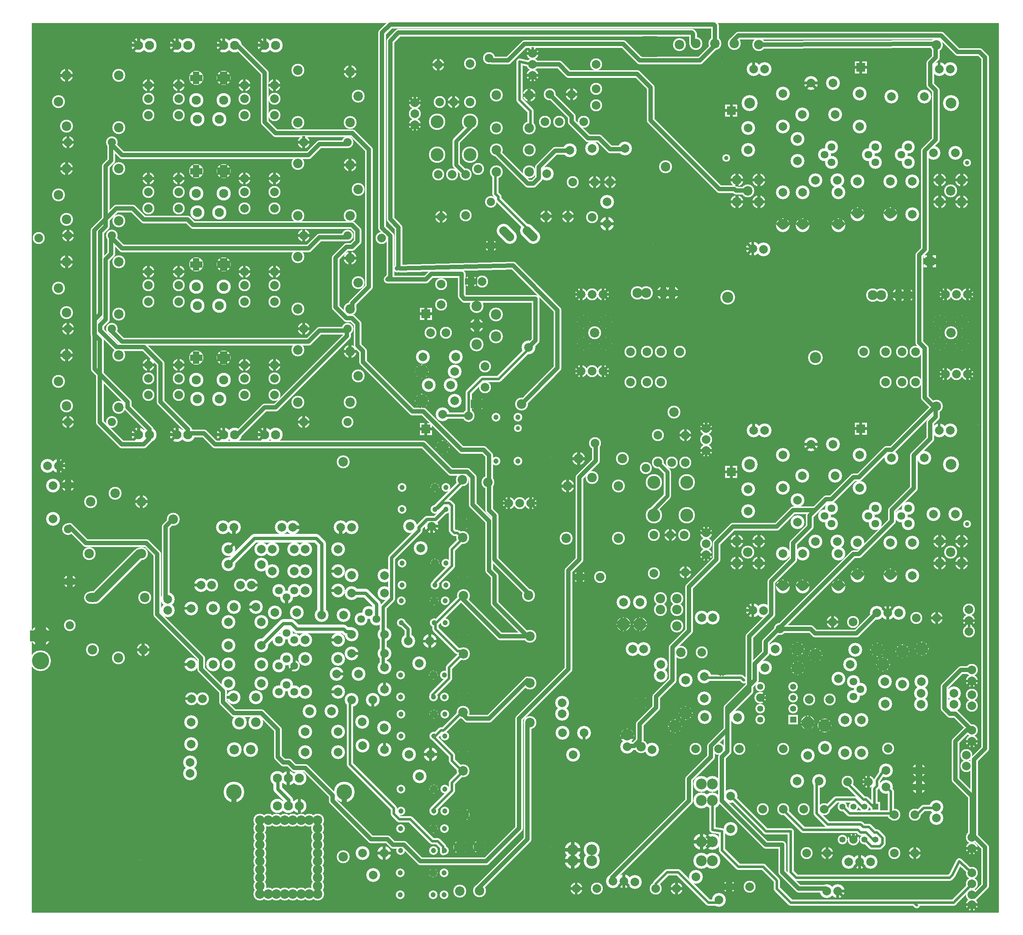
<source format=gbr>
%FSLAX34Y34*%
%MOMM*%
%LNCOPPER_TOP*%
G71*
G01*
%ADD10C,3.200*%
%ADD11C,3.000*%
%ADD12C,3.000*%
%ADD13C,2.800*%
%ADD14C,4.700*%
%ADD15C,1.800*%
%ADD16C,3.700*%
%ADD17C,7.800*%
%ADD18C,3.400*%
%ADD19C,3.100*%
%ADD20C,2.800*%
%ADD21C,2.800*%
%ADD22C,2.800*%
%ADD23C,2.600*%
%ADD24C,1.700*%
%ADD25C,1.800*%
%ADD26C,2.700*%
%ADD27C,1.400*%
%ADD28C,3.200*%
%ADD29C,3.800*%
%ADD30C,3.000*%
%ADD31C,3.200*%
%ADD32C,2.000*%
%ADD33C,1.800*%
%ADD34C,2.200*%
%ADD35C,2.700*%
%ADD36C,3.300*%
%ADD37C,2.900*%
%ADD38C,4.800*%
%ADD39C,4.800*%
%ADD40C,2.800*%
%ADD41C,4.800*%
%ADD42C,3.300*%
%ADD43C,3.400*%
%ADD44C,2.600*%
%ADD45C,2.000*%
%ADD46C,1.990*%
%ADD47C,1.600*%
%ADD48C,0.667*%
%ADD49C,0.813*%
%ADD50C,0.733*%
%ADD51C,3.345*%
%ADD52C,6.067*%
%ADD53C,6.860*%
%ADD54C,1.403*%
%ADD55C,1.723*%
%ADD56C,1.380*%
%ADD57C,1.427*%
%ADD58C,0.680*%
%ADD59C,1.447*%
%ADD60C,0.767*%
%ADD61C,1.264*%
%ADD62C,1.507*%
%ADD63C,1.152*%
%ADD64C,2.017*%
%ADD65C,0.646*%
%ADD66C,1.527*%
%ADD67C,1.900*%
%ADD68C,1.940*%
%ADD69C,1.408*%
%ADD70C,1.687*%
%ADD71C,0.700*%
%ADD72C,2.533*%
%ADD73C,1.200*%
%ADD74C,0.804*%
%ADD75C,0.672*%
%ADD76C,0.960*%
%ADD77C,1.487*%
%ADD78C,1.660*%
%ADD79C,0.833*%
%ADD80C,2.000*%
%ADD81C,1.800*%
%ADD82C,2.200*%
%ADD83C,4.500*%
%ADD84C,1.000*%
%ADD85C,2.500*%
%ADD86C,7.000*%
%ADD87C,2.600*%
%ADD88C,2.300*%
%ADD89C,2.000*%
%ADD90C,2.000*%
%ADD91C,1.800*%
%ADD92C,0.900*%
%ADD93C,1.000*%
%ADD94C,1.900*%
%ADD95C,0.600*%
%ADD96C,3.000*%
%ADD97C,2.200*%
%ADD98C,2.400*%
%ADD99C,1.200*%
%ADD100C,1.000*%
%ADD101C,1.400*%
%ADD102C,1.900*%
%ADD103C,2.100*%
%ADD104C,2.100*%
%ADD105C,4.000*%
%ADD106C,4.000*%
%ADD107C,3.600*%
%ADD108C,2.100*%
%ADD109C,2.200*%
%ADD110C,0.800*%
%ADD111C,1.500*%
%ADD112C,0.790*%
%LPD*%
G36*
X-6350Y1117600D02*
X2233650Y1117600D01*
X2233650Y-942400D01*
X-6350Y-942400D01*
X-6350Y1117600D01*
G37*
%LPC*%
X1733495Y877996D02*
G54D10*
D03*
X1733545Y954246D02*
G54D10*
D03*
X1652501Y874596D02*
G54D10*
D03*
X1652614Y823615D02*
G54D10*
D03*
X1766801Y849196D02*
G54D10*
D03*
X1766913Y798216D02*
G54D10*
D03*
X1733511Y649396D02*
G54D10*
D03*
X1733561Y725646D02*
G54D10*
D03*
X1854232Y906010D02*
G54D10*
D03*
X1777982Y906060D02*
G54D10*
D03*
X1779191Y725646D02*
G54D10*
D03*
X1779141Y649396D02*
G54D10*
D03*
X1911294Y877995D02*
G54D10*
D03*
X1911344Y954245D02*
G54D10*
D03*
X1808626Y753480D02*
G54D10*
D03*
X1906191Y751046D02*
G54D10*
D03*
X1906141Y674796D02*
G54D10*
D03*
X1982391Y751046D02*
G54D10*
D03*
X1982341Y674796D02*
G54D10*
D03*
X2033191Y751046D02*
G54D10*
D03*
X2033141Y674796D02*
G54D10*
D03*
X2132662Y817091D02*
G54D10*
D03*
X2081682Y816978D02*
G54D10*
D03*
X2061208Y947814D02*
G54D10*
D03*
X1984958Y947864D02*
G54D10*
D03*
X2095240Y1010796D02*
G54D10*
D03*
X2120740Y1010796D02*
G54D10*
D03*
X1663441Y594872D02*
G54D10*
D03*
X1845866Y830421D02*
G54D11*
D03*
X1829966Y812846D02*
G54D11*
D03*
X1845900Y795230D02*
G54D11*
D03*
X1947466Y830421D02*
G54D11*
D03*
X1931566Y812846D02*
G54D11*
D03*
X1947500Y795230D02*
G54D11*
D03*
X2023666Y830421D02*
G54D11*
D03*
X2007766Y812846D02*
G54D11*
D03*
X2023700Y795230D02*
G54D11*
D03*
X1626766Y754321D02*
G54D12*
D03*
X1677566Y754321D02*
G54D12*
D03*
X1652166Y728921D02*
G54D12*
D03*
X1677566Y703521D02*
G54D12*
D03*
X1626766Y703521D02*
G54D12*
D03*
X2096666Y754321D02*
G54D12*
D03*
X2147466Y754321D02*
G54D12*
D03*
X2122066Y728921D02*
G54D12*
D03*
X2147466Y703521D02*
G54D12*
D03*
X2096666Y703521D02*
G54D12*
D03*
X1798192Y978630D02*
G54D10*
D03*
X1849172Y978743D02*
G54D10*
D03*
X1733511Y649396D02*
G54D13*
D03*
X1609090Y1009014D02*
G54D14*
D03*
X1859426Y753480D02*
G54D10*
D03*
X1861741Y725646D02*
G54D10*
D03*
X1861691Y649396D02*
G54D10*
D03*
X1665241Y1010796D02*
G54D10*
D03*
X1690741Y1010796D02*
G54D10*
D03*
G36*
X1599639Y928969D02*
X1627639Y928969D01*
X1627639Y900969D01*
X1599639Y900969D01*
X1599639Y928969D01*
G37*
G36*
X1899639Y1028969D02*
X1927639Y1028969D01*
X1927639Y1000969D01*
X1899639Y1000969D01*
X1899639Y1028969D01*
G37*
X1601966Y805021D02*
G54D15*
D03*
X1779141Y649396D02*
G54D13*
D03*
X1861691Y649396D02*
G54D13*
D03*
X1906141Y674796D02*
G54D13*
D03*
X1982341Y674796D02*
G54D13*
D03*
X2168922Y1008221D02*
G54D14*
D03*
X1609090Y650240D02*
G54D14*
D03*
X2168286Y651827D02*
G54D14*
D03*
X1688544Y593681D02*
G54D10*
D03*
X2159566Y794621D02*
G54D15*
D03*
X1659116Y932021D02*
G54D15*
D03*
X1655940Y932022D02*
G54D16*
D03*
X2122665Y932022D02*
G54D16*
D03*
X1741716Y342780D02*
G54D17*
D03*
X1671866Y482480D02*
G54D17*
D03*
X1605191Y482480D02*
G54D18*
D03*
X1808391Y342780D02*
G54D18*
D03*
X1396316Y492580D02*
G54D19*
D03*
X1476316Y492580D02*
G54D20*
D03*
X1941316Y487580D02*
G54D20*
D03*
X2021316Y487580D02*
G54D20*
D03*
X1476316Y492580D02*
G54D19*
D03*
X1941316Y487580D02*
G54D19*
D03*
X2021316Y487580D02*
G54D12*
D03*
X1416316Y492580D02*
G54D19*
D03*
X1456316Y492580D02*
G54D19*
D03*
X1961316Y487580D02*
G54D19*
D03*
X2001316Y487580D02*
G54D19*
D03*
X1271891Y374980D02*
G54D12*
D03*
X1271891Y425780D02*
G54D12*
D03*
X1297291Y400380D02*
G54D12*
D03*
X1322691Y425780D02*
G54D12*
D03*
X1322691Y374980D02*
G54D12*
D03*
X1271891Y374980D02*
G54D21*
D03*
X1322691Y374980D02*
G54D13*
D03*
X2097391Y374980D02*
G54D12*
D03*
X2097391Y425780D02*
G54D12*
D03*
X2122791Y400380D02*
G54D12*
D03*
X2148191Y425780D02*
G54D12*
D03*
X2148191Y374980D02*
G54D12*
D03*
X2097391Y374980D02*
G54D21*
D03*
X2148191Y374980D02*
G54D13*
D03*
G36*
X2059616Y552130D02*
X2059616Y580130D01*
X2087616Y580130D01*
X2087616Y552130D01*
X2059616Y552130D01*
G37*
X1970848Y286343D02*
G54D22*
D03*
X1970848Y356193D02*
G54D22*
D03*
X2040698Y286343D02*
G54D22*
D03*
X2040698Y356193D02*
G54D22*
D03*
X2008948Y356193D02*
G54D22*
D03*
X2008948Y286343D02*
G54D22*
D03*
X2040699Y286343D02*
G54D13*
D03*
X2040699Y356193D02*
G54D13*
D03*
X1380298Y286343D02*
G54D22*
D03*
X1380298Y356193D02*
G54D22*
D03*
X1450148Y286343D02*
G54D22*
D03*
X1450148Y356193D02*
G54D22*
D03*
X1418398Y356193D02*
G54D22*
D03*
X1418398Y286343D02*
G54D22*
D03*
X1450149Y286343D02*
G54D13*
D03*
X1450149Y356193D02*
G54D13*
D03*
X2021316Y487580D02*
G54D19*
D03*
X1494599Y356193D02*
G54D21*
D03*
X1920049Y356193D02*
G54D21*
D03*
X2160991Y305155D02*
G54D21*
D03*
X2135591Y305155D02*
G54D21*
D03*
X2110191Y305155D02*
G54D21*
D03*
X1316441Y489305D02*
G54D21*
D03*
X1291041Y489305D02*
G54D21*
D03*
X1265641Y489305D02*
G54D21*
D03*
X2160991Y489305D02*
G54D21*
D03*
X2135591Y489305D02*
G54D21*
D03*
X2110191Y489305D02*
G54D21*
D03*
X1316441Y311505D02*
G54D21*
D03*
X1291041Y311505D02*
G54D21*
D03*
X1265641Y311505D02*
G54D21*
D03*
X1271891Y425780D02*
G54D13*
D03*
X1322691Y425780D02*
G54D13*
D03*
X2097391Y374980D02*
G54D13*
D03*
X2097391Y425780D02*
G54D13*
D03*
X2148191Y425780D02*
G54D13*
D03*
X2148191Y374980D02*
G54D13*
D03*
X1733495Y41384D02*
G54D10*
D03*
X1733545Y117634D02*
G54D10*
D03*
X1652501Y37983D02*
G54D10*
D03*
X1652614Y-12997D02*
G54D10*
D03*
X1766801Y12584D02*
G54D10*
D03*
X1766913Y-38397D02*
G54D10*
D03*
X1733511Y-187216D02*
G54D10*
D03*
X1733561Y-110966D02*
G54D10*
D03*
X1854232Y69398D02*
G54D10*
D03*
X1777982Y69448D02*
G54D10*
D03*
X1779191Y-110966D02*
G54D10*
D03*
X1779141Y-187216D02*
G54D10*
D03*
X1911294Y41383D02*
G54D10*
D03*
X1911344Y117633D02*
G54D10*
D03*
X1808626Y-83132D02*
G54D10*
D03*
X1906191Y-85566D02*
G54D10*
D03*
X1906141Y-161816D02*
G54D10*
D03*
X1982391Y-85566D02*
G54D10*
D03*
X1982341Y-161816D02*
G54D10*
D03*
X2033191Y-85566D02*
G54D10*
D03*
X2033141Y-161816D02*
G54D10*
D03*
X2132662Y-19522D02*
G54D10*
D03*
X2081682Y-19634D02*
G54D10*
D03*
X2061208Y111202D02*
G54D10*
D03*
X1984958Y111252D02*
G54D10*
D03*
X2095240Y174184D02*
G54D10*
D03*
X2120740Y174184D02*
G54D10*
D03*
X1663441Y-241741D02*
G54D10*
D03*
X1845866Y-6191D02*
G54D11*
D03*
X1829966Y-23766D02*
G54D11*
D03*
X1845900Y-41382D02*
G54D11*
D03*
X1947466Y-6191D02*
G54D11*
D03*
X1931566Y-23766D02*
G54D11*
D03*
X1947500Y-41382D02*
G54D11*
D03*
X2023666Y-6191D02*
G54D11*
D03*
X2007766Y-23766D02*
G54D11*
D03*
X2023700Y-41382D02*
G54D11*
D03*
X1626766Y-82291D02*
G54D12*
D03*
X1677566Y-82291D02*
G54D12*
D03*
X1652166Y-107691D02*
G54D12*
D03*
X1677566Y-133091D02*
G54D12*
D03*
X1626766Y-133091D02*
G54D12*
D03*
X2096666Y-82291D02*
G54D12*
D03*
X2147466Y-82291D02*
G54D12*
D03*
X2122066Y-107691D02*
G54D12*
D03*
X2147466Y-133091D02*
G54D12*
D03*
X2096666Y-133091D02*
G54D12*
D03*
X1798192Y142018D02*
G54D10*
D03*
X1849172Y142130D02*
G54D10*
D03*
X1733511Y-187216D02*
G54D13*
D03*
X1609090Y172402D02*
G54D14*
D03*
X1859426Y-83132D02*
G54D10*
D03*
X1861741Y-110966D02*
G54D10*
D03*
X1861691Y-187216D02*
G54D10*
D03*
X1665241Y174184D02*
G54D10*
D03*
X1690741Y174184D02*
G54D10*
D03*
G36*
X1599639Y92357D02*
X1627639Y92357D01*
X1627639Y64357D01*
X1599639Y64357D01*
X1599639Y92357D01*
G37*
G36*
X1899639Y192357D02*
X1927639Y192357D01*
X1927639Y164357D01*
X1899639Y164357D01*
X1899639Y192357D01*
G37*
X1779141Y-187216D02*
G54D13*
D03*
X1861691Y-187216D02*
G54D13*
D03*
X1906141Y-161816D02*
G54D13*
D03*
X1982341Y-161816D02*
G54D13*
D03*
X2168922Y171609D02*
G54D14*
D03*
X1609090Y-186373D02*
G54D14*
D03*
X2168286Y-184786D02*
G54D14*
D03*
X1688544Y-242932D02*
G54D10*
D03*
X2159566Y-41991D02*
G54D15*
D03*
X1659116Y95409D02*
G54D15*
D03*
X1655940Y95409D02*
G54D16*
D03*
X2122665Y95409D02*
G54D16*
D03*
X932066Y812481D02*
G54D23*
D03*
X1008266Y812481D02*
G54D23*
D03*
X1008266Y888681D02*
G54D23*
D03*
X932066Y888681D02*
G54D23*
D03*
X1008178Y1023704D02*
G54D22*
D03*
X1008178Y934804D02*
G54D22*
D03*
X970078Y934804D02*
G54D22*
D03*
X938328Y934804D02*
G54D22*
D03*
X998534Y671914D02*
G54D22*
D03*
X935035Y767164D02*
G54D22*
D03*
X966784Y767164D02*
G54D22*
D03*
X998534Y767164D02*
G54D22*
D03*
G54D24*
X1008266Y888681D02*
X1008266Y875981D01*
X976516Y844231D01*
X976516Y789183D01*
X998534Y767164D01*
X1027017Y779453D02*
G54D22*
D03*
X935034Y1021164D02*
G54D22*
D03*
X1052628Y1036404D02*
G54D22*
D03*
X1215056Y888714D02*
G54D22*
D03*
X1272206Y888714D02*
G54D22*
D03*
X1300906Y964914D02*
G54D22*
D03*
X1300906Y1022065D02*
G54D22*
D03*
X1239856Y823091D02*
G54D10*
D03*
X1185904Y769210D02*
G54D10*
D03*
X1239856Y823091D02*
G54D13*
D03*
X1367632Y827142D02*
G54D10*
D03*
X1291382Y827192D02*
G54D10*
D03*
X1367632Y827143D02*
G54D13*
D03*
X1246806Y749014D02*
G54D22*
D03*
X1297606Y749014D02*
G54D22*
D03*
X1297606Y749014D02*
G54D22*
D03*
X1326213Y652909D02*
G54D10*
D03*
X1326101Y703889D02*
G54D10*
D03*
X1326213Y652909D02*
G54D10*
D03*
X1300906Y926814D02*
G54D22*
D03*
X1332656Y749014D02*
G54D22*
D03*
X1182036Y888714D02*
G54D22*
D03*
X1192956Y952214D02*
G54D22*
D03*
X1243756Y952214D02*
G54D22*
D03*
G54D25*
X1192956Y952214D02*
X1243756Y901414D01*
X1243756Y888714D01*
X1281856Y850614D01*
X1307256Y850614D01*
X1332656Y825214D01*
X1370756Y825214D01*
X1367632Y827142D01*
X1069260Y950720D02*
G54D12*
D03*
X1145460Y950720D02*
G54D12*
D03*
X1069260Y874520D02*
G54D12*
D03*
X1069260Y823720D02*
G54D12*
D03*
X1069260Y772920D02*
G54D12*
D03*
X1145460Y874520D02*
G54D12*
D03*
X1145460Y823720D02*
G54D12*
D03*
X1145460Y772920D02*
G54D12*
D03*
X1056759Y602357D02*
G54D26*
D03*
X1056759Y703957D02*
G54D26*
D03*
X1056759Y602357D02*
G54D13*
D03*
X1145460Y950720D02*
G54D22*
D03*
X1291711Y667916D02*
G54D22*
D03*
X1235491Y670161D02*
G54D22*
D03*
X1235491Y670161D02*
G54D22*
D03*
X1184691Y670161D02*
G54D22*
D03*
G54D27*
X1153716Y1021715D02*
X1123005Y1028829D01*
X1123005Y939929D01*
X1148405Y914529D01*
X1148405Y870079D01*
X1145461Y871345D01*
G54D25*
X1069261Y823720D02*
X1065855Y822454D01*
X1142055Y746254D01*
X1154755Y746254D01*
X1167455Y758954D01*
X1167455Y784354D01*
X1205555Y822454D01*
X1243655Y822454D01*
X1239856Y823091D01*
G54D28*
X1154875Y622439D02*
X1140733Y636581D01*
G54D28*
X1100900Y622439D02*
X1086758Y636581D01*
X880666Y932815D02*
G54D21*
D03*
X880666Y907415D02*
G54D21*
D03*
X880666Y882015D02*
G54D21*
D03*
X1153716Y1047115D02*
G54D21*
D03*
X1153716Y1021715D02*
G54D21*
D03*
X1153716Y996315D02*
G54D21*
D03*
X932066Y888681D02*
G54D29*
D03*
X932066Y812481D02*
G54D29*
D03*
X1008266Y812481D02*
G54D29*
D03*
X1008266Y888681D02*
G54D29*
D03*
G54D27*
X1154154Y629510D02*
X1156176Y627415D01*
X1073626Y709965D01*
X1073626Y716315D01*
X1067276Y722665D01*
X1067276Y773465D01*
X1069261Y772920D01*
X1510544Y54279D02*
G54D23*
D03*
X1434344Y54279D02*
G54D23*
D03*
X1434344Y-21921D02*
G54D23*
D03*
X1510544Y-21921D02*
G54D23*
D03*
X1434432Y-156944D02*
G54D22*
D03*
X1434432Y-68044D02*
G54D22*
D03*
X1472532Y-68044D02*
G54D22*
D03*
X1504282Y-68044D02*
G54D22*
D03*
X1507576Y163096D02*
G54D22*
D03*
X1444076Y163096D02*
G54D22*
D03*
X1507575Y99596D02*
G54D22*
D03*
X1475826Y99596D02*
G54D22*
D03*
X1444076Y99596D02*
G54D22*
D03*
G54D24*
X1434344Y-21921D02*
X1434344Y-9221D01*
X1466095Y22529D01*
X1466095Y77577D01*
X1444076Y99596D01*
X1415593Y87307D02*
G54D22*
D03*
X1507576Y-154404D02*
G54D22*
D03*
X1555594Y-113680D02*
G54D21*
D03*
X1555594Y-88280D02*
G54D21*
D03*
X1555594Y-62880D02*
G54D21*
D03*
X1555594Y127620D02*
G54D21*
D03*
X1555594Y153020D02*
G54D21*
D03*
X1555594Y178420D02*
G54D21*
D03*
X1510544Y-21921D02*
G54D29*
D03*
X1510544Y54279D02*
G54D29*
D03*
X1434344Y54279D02*
G54D29*
D03*
X1434344Y-21921D02*
G54D29*
D03*
X1231336Y-75302D02*
G54D12*
D03*
X1234510Y45348D02*
G54D12*
D03*
X1351986Y-75302D02*
G54D12*
D03*
X1351986Y45348D02*
G54D12*
D03*
X1291661Y64811D02*
G54D12*
D03*
X1234510Y45348D02*
G54D30*
D03*
X1260357Y108930D02*
G54D12*
D03*
X1361957Y108929D02*
G54D12*
D03*
X1449257Y-215210D02*
G54D12*
D03*
X1449257Y-240610D02*
G54D12*
D03*
X1487357Y-240610D02*
G54D12*
D03*
X1487357Y-278710D02*
G54D12*
D03*
X1401852Y-223217D02*
G54D10*
D03*
X1401965Y-274198D02*
G54D10*
D03*
X1401852Y-223218D02*
G54D22*
D03*
X1401964Y-274198D02*
G54D22*
D03*
X1363752Y-223217D02*
G54D10*
D03*
X1363864Y-274198D02*
G54D10*
D03*
X1363752Y-223218D02*
G54D22*
D03*
X1363864Y-274198D02*
G54D22*
D03*
X1487357Y-215210D02*
G54D12*
D03*
X1298324Y144739D02*
G54D22*
D03*
X1260357Y108930D02*
G54D12*
D03*
X1068315Y443228D02*
G54D31*
D03*
X1068315Y392428D02*
G54D31*
D03*
X1023865Y417828D02*
G54D31*
D03*
X1023865Y373378D02*
G54D31*
D03*
X1023865Y462278D02*
G54D31*
D03*
X1036565Y519428D02*
G54D22*
D03*
X1011165Y519428D02*
G54D22*
D03*
X975480Y344803D02*
G54D10*
D03*
X899230Y344853D02*
G54D10*
D03*
X896538Y310543D02*
G54D10*
D03*
X972788Y310493D02*
G54D10*
D03*
X912472Y279067D02*
G54D10*
D03*
X963452Y279179D02*
G54D10*
D03*
X941315Y513166D02*
G54D22*
D03*
X941315Y465366D02*
G54D22*
D03*
X944925Y211541D02*
G54D10*
D03*
X944875Y135291D02*
G54D10*
D03*
X1004815Y160478D02*
G54D22*
D03*
X1004815Y208278D02*
G54D22*
D03*
X917371Y400322D02*
G54D22*
D03*
X952471Y400322D02*
G54D22*
D03*
X1042915Y274778D02*
G54D22*
D03*
X1042915Y322578D02*
G54D22*
D03*
X896593Y242896D02*
G54D10*
D03*
X972843Y242846D02*
G54D10*
D03*
X1143790Y366473D02*
G54D10*
D03*
X896538Y310543D02*
G54D22*
D03*
X896593Y242896D02*
G54D22*
D03*
X1004815Y160478D02*
G54D22*
D03*
X944875Y135291D02*
G54D22*
D03*
G54D27*
X1004815Y201928D02*
X1005515Y203198D01*
X999165Y209548D01*
X942015Y209548D01*
X944925Y211541D01*
G36*
X920265Y458498D02*
X920265Y430498D01*
X892265Y430498D01*
X892265Y458498D01*
X920265Y458498D01*
G37*
G36*
X920265Y191798D02*
X920265Y163798D01*
X892265Y163798D01*
X892265Y191798D01*
X920265Y191798D01*
G37*
X1119115Y205016D02*
G54D32*
D03*
X1119115Y179616D02*
G54D33*
D03*
X1068315Y205016D02*
G54D33*
D03*
X1068315Y179616D02*
G54D32*
D03*
X1119115Y103416D02*
G54D33*
D03*
X1068315Y103416D02*
G54D33*
D03*
X1025897Y235782D02*
G54D12*
D03*
X1127497Y235782D02*
G54D12*
D03*
X1025897Y235782D02*
G54D12*
D03*
G54D27*
X1143790Y366473D02*
X1144515Y363766D01*
X1074665Y293916D01*
X1036565Y293916D01*
X1004815Y262166D01*
X1004815Y211366D01*
X1004815Y208278D01*
X1148711Y5808D02*
G54D21*
D03*
X1123311Y5808D02*
G54D21*
D03*
X1097911Y5808D02*
G54D21*
D03*
X1068315Y205016D02*
G54D32*
D03*
X1119115Y103416D02*
G54D32*
D03*
X1068315Y103416D02*
G54D32*
D03*
G36*
X1746228Y-506322D02*
X1746228Y-484322D01*
X1768228Y-484322D01*
X1768228Y-506322D01*
X1746228Y-506322D01*
G37*
X1757228Y-469922D02*
G54D34*
D03*
X1757228Y-444522D02*
G54D34*
D03*
X1757228Y-419122D02*
G54D34*
D03*
X1681028Y-419122D02*
G54D34*
D03*
X1681028Y-444522D02*
G54D34*
D03*
X1681029Y-469922D02*
G54D34*
D03*
X1681028Y-495322D02*
G54D34*
D03*
X1681028Y-444522D02*
G54D35*
D03*
X2052978Y-459960D02*
G54D10*
D03*
X2052978Y-434461D02*
G54D10*
D03*
X1482989Y-563297D02*
G54D22*
D03*
X1507884Y-479712D02*
G54D10*
D03*
X1507934Y-403462D02*
G54D10*
D03*
X1372692Y-558304D02*
G54D10*
D03*
X1372692Y-532804D02*
G54D10*
D03*
X1914949Y-496020D02*
G54D10*
D03*
X1914898Y-572270D02*
G54D10*
D03*
X1914949Y-496020D02*
G54D22*
D03*
X1976833Y-513954D02*
G54D22*
D03*
X1976833Y-561754D02*
G54D22*
D03*
X1876848Y-496020D02*
G54D10*
D03*
X1876798Y-572270D02*
G54D10*
D03*
X1876849Y-496020D02*
G54D22*
D03*
X1896504Y-442247D02*
G54D11*
D03*
X1912404Y-424672D02*
G54D11*
D03*
X1896469Y-407056D02*
G54D11*
D03*
X1969877Y-407454D02*
G54D10*
D03*
X1969989Y-458434D02*
G54D10*
D03*
X1969877Y-407454D02*
G54D22*
D03*
X1964947Y-367326D02*
G54D10*
D03*
X1888697Y-367276D02*
G54D10*
D03*
X1964947Y-367326D02*
G54D22*
D03*
X1951914Y-333354D02*
G54D10*
D03*
X1900934Y-333466D02*
G54D10*
D03*
X1951914Y-333354D02*
G54D22*
D03*
X1830177Y-509054D02*
G54D10*
D03*
X1830289Y-560034D02*
G54D10*
D03*
X1830177Y-509054D02*
G54D22*
D03*
X1976833Y-513954D02*
G54D22*
D03*
X1964947Y-367326D02*
G54D22*
D03*
X1951914Y-333354D02*
G54D22*
D03*
X2010199Y-337270D02*
G54D10*
D03*
X2010149Y-413520D02*
G54D10*
D03*
X2010199Y-337270D02*
G54D22*
D03*
X2010199Y-337270D02*
G54D22*
D03*
X1830177Y-509053D02*
G54D22*
D03*
X1794139Y-448997D02*
G54D22*
D03*
X1841939Y-448997D02*
G54D22*
D03*
X1808383Y-346598D02*
G54D10*
D03*
X1862265Y-400550D02*
G54D10*
D03*
X1808384Y-346598D02*
G54D22*
D03*
X1808384Y-346598D02*
G54D22*
D03*
X1768322Y-375497D02*
G54D10*
D03*
X1692072Y-375447D02*
G54D10*
D03*
X1715825Y-331571D02*
G54D10*
D03*
X1766806Y-331459D02*
G54D10*
D03*
X1715826Y-331572D02*
G54D22*
D03*
X1768322Y-375497D02*
G54D22*
D03*
X1766806Y-331459D02*
G54D22*
D03*
X1584589Y-563297D02*
G54D22*
D03*
X1632389Y-563297D02*
G54D22*
D03*
X1482989Y-563297D02*
G54D22*
D03*
X1530789Y-563297D02*
G54D22*
D03*
X1686189Y-563296D02*
G54D22*
D03*
X1733989Y-563297D02*
G54D22*
D03*
X1686189Y-563296D02*
G54D22*
D03*
X1791124Y-502370D02*
G54D10*
D03*
X1791074Y-578620D02*
G54D10*
D03*
X1791124Y-502370D02*
G54D22*
D03*
X1628622Y-489797D02*
G54D10*
D03*
X1552372Y-489747D02*
G54D10*
D03*
X1628622Y-489797D02*
G54D22*
D03*
X1551043Y-445923D02*
G54D10*
D03*
X1550931Y-394943D02*
G54D10*
D03*
X1551043Y-445922D02*
G54D22*
D03*
X1550931Y-394942D02*
G54D22*
D03*
X1591304Y-377047D02*
G54D22*
D03*
X1497288Y-339629D02*
G54D22*
D03*
X1545088Y-339629D02*
G54D22*
D03*
X1507884Y-479712D02*
G54D22*
D03*
X1483766Y-510510D02*
G54D10*
D03*
X1429814Y-564391D02*
G54D10*
D03*
X1483766Y-510510D02*
G54D22*
D03*
X2054590Y-331016D02*
G54D22*
D03*
X1497288Y-339629D02*
G54D12*
D03*
X1404414Y-456442D02*
G54D12*
D03*
X1404413Y-558041D02*
G54D12*
D03*
X1404414Y-456442D02*
G54D12*
D03*
X1372692Y-532804D02*
G54D12*
D03*
X2054590Y-331016D02*
G54D10*
D03*
X2054540Y-407266D02*
G54D10*
D03*
X2054591Y-331016D02*
G54D22*
D03*
G54D27*
X1642236Y-402031D02*
X1642504Y-404147D01*
X1636154Y-397797D01*
X1553604Y-397797D01*
X1550931Y-394942D01*
X2054590Y-331016D02*
G54D22*
D03*
X2010199Y-337270D02*
G54D22*
D03*
X1951914Y-333354D02*
G54D22*
D03*
X1964947Y-367326D02*
G54D22*
D03*
X1808383Y-346598D02*
G54D22*
D03*
X1768322Y-375497D02*
G54D22*
D03*
X1766806Y-331459D02*
G54D22*
D03*
X1976833Y-513954D02*
G54D22*
D03*
X1591304Y-377047D02*
G54D22*
D03*
X1686189Y-563296D02*
G54D22*
D03*
X1482989Y-563297D02*
G54D22*
D03*
X1483766Y-510510D02*
G54D22*
D03*
X1507884Y-479712D02*
G54D22*
D03*
X1404414Y-456442D02*
G54D22*
D03*
X2129228Y-460011D02*
G54D10*
D03*
X2052978Y-459960D02*
G54D10*
D03*
X2129228Y-434511D02*
G54D10*
D03*
X2052978Y-434461D02*
G54D10*
D03*
X333324Y256329D02*
G54D22*
D03*
X263474Y256329D02*
G54D22*
D03*
X333324Y326179D02*
G54D22*
D03*
X263474Y326179D02*
G54D22*
D03*
X263474Y294429D02*
G54D22*
D03*
X333324Y294429D02*
G54D22*
D03*
X376732Y247558D02*
G54D36*
D03*
X427714Y247670D02*
G54D36*
D03*
X555574Y256329D02*
G54D22*
D03*
X485724Y256329D02*
G54D22*
D03*
X555574Y326179D02*
G54D22*
D03*
X485724Y326179D02*
G54D22*
D03*
X485724Y294429D02*
G54D22*
D03*
X555574Y294429D02*
G54D22*
D03*
X437797Y291656D02*
G54D10*
D03*
X437684Y342636D02*
G54D10*
D03*
X374297Y291656D02*
G54D10*
D03*
X374184Y342636D02*
G54D10*
D03*
X555574Y326179D02*
G54D13*
D03*
X485724Y326179D02*
G54D13*
D03*
X437684Y342637D02*
G54D37*
D03*
X374184Y342637D02*
G54D13*
D03*
X333324Y326179D02*
G54D13*
D03*
X263474Y326179D02*
G54D13*
D03*
X374297Y291656D02*
G54D36*
D03*
X374184Y342636D02*
G54D36*
D03*
X437684Y342636D02*
G54D36*
D03*
X437797Y291656D02*
G54D36*
D03*
X609787Y360621D02*
G54D12*
D03*
X730437Y357447D02*
G54D12*
D03*
X609787Y239971D02*
G54D12*
D03*
X730437Y239971D02*
G54D12*
D03*
X749250Y300296D02*
G54D12*
D03*
X623294Y193691D02*
G54D26*
D03*
X724894Y193692D02*
G54D26*
D03*
X730437Y357447D02*
G54D12*
D03*
X194792Y227883D02*
G54D12*
D03*
X74142Y231057D02*
G54D12*
D03*
X194792Y348533D02*
G54D12*
D03*
X74142Y348533D02*
G54D12*
D03*
X55330Y288208D02*
G54D12*
D03*
X74143Y231056D02*
G54D12*
D03*
X74142Y348533D02*
G54D12*
D03*
X77194Y193692D02*
G54D26*
D03*
X178794Y193692D02*
G54D26*
D03*
X623294Y193691D02*
G54D22*
D03*
X77194Y193692D02*
G54D22*
D03*
X333324Y472229D02*
G54D22*
D03*
X263474Y472229D02*
G54D22*
D03*
X333324Y542079D02*
G54D22*
D03*
X263474Y542079D02*
G54D22*
D03*
X263474Y510329D02*
G54D22*
D03*
X333324Y510329D02*
G54D22*
D03*
X376732Y463458D02*
G54D36*
D03*
X427714Y463570D02*
G54D36*
D03*
X555574Y472229D02*
G54D22*
D03*
X485724Y472229D02*
G54D22*
D03*
X555574Y542079D02*
G54D22*
D03*
X485724Y542079D02*
G54D22*
D03*
X485724Y510329D02*
G54D22*
D03*
X555574Y510329D02*
G54D22*
D03*
X437797Y507556D02*
G54D10*
D03*
X437684Y558536D02*
G54D10*
D03*
X374297Y507556D02*
G54D10*
D03*
X374184Y558536D02*
G54D10*
D03*
X555574Y542079D02*
G54D13*
D03*
X485724Y542079D02*
G54D13*
D03*
X437684Y558537D02*
G54D37*
D03*
X374184Y558537D02*
G54D13*
D03*
X333324Y542079D02*
G54D13*
D03*
X263474Y542079D02*
G54D13*
D03*
X374297Y507556D02*
G54D36*
D03*
X374184Y558536D02*
G54D36*
D03*
X437684Y558536D02*
G54D36*
D03*
X437797Y507556D02*
G54D36*
D03*
X609787Y576521D02*
G54D12*
D03*
X730437Y573347D02*
G54D12*
D03*
X609787Y455871D02*
G54D12*
D03*
X730437Y455871D02*
G54D12*
D03*
X749250Y516196D02*
G54D12*
D03*
X623294Y409592D02*
G54D26*
D03*
X724894Y409592D02*
G54D26*
D03*
X730437Y573347D02*
G54D12*
D03*
X194792Y443782D02*
G54D12*
D03*
X74142Y446956D02*
G54D12*
D03*
X194792Y564432D02*
G54D12*
D03*
X74142Y564432D02*
G54D12*
D03*
X55330Y504108D02*
G54D12*
D03*
X74143Y446956D02*
G54D12*
D03*
X74142Y564432D02*
G54D12*
D03*
X77194Y409592D02*
G54D26*
D03*
X178794Y409592D02*
G54D26*
D03*
X623294Y409592D02*
G54D22*
D03*
X77194Y409592D02*
G54D22*
D03*
X333324Y688129D02*
G54D22*
D03*
X263474Y688129D02*
G54D22*
D03*
X333324Y757979D02*
G54D22*
D03*
X263474Y757979D02*
G54D22*
D03*
X263474Y726229D02*
G54D22*
D03*
X333324Y726229D02*
G54D22*
D03*
X376732Y679358D02*
G54D36*
D03*
X427714Y679470D02*
G54D36*
D03*
X555574Y688129D02*
G54D22*
D03*
X485724Y688129D02*
G54D22*
D03*
X555574Y757979D02*
G54D22*
D03*
X485724Y757979D02*
G54D22*
D03*
X485724Y726229D02*
G54D22*
D03*
X555574Y726229D02*
G54D22*
D03*
X437797Y723456D02*
G54D10*
D03*
X437684Y774436D02*
G54D10*
D03*
X374297Y723456D02*
G54D10*
D03*
X374184Y774436D02*
G54D10*
D03*
X555574Y757979D02*
G54D13*
D03*
X485724Y757979D02*
G54D13*
D03*
X437684Y774437D02*
G54D37*
D03*
X374184Y774437D02*
G54D13*
D03*
X333324Y757979D02*
G54D13*
D03*
X263474Y757979D02*
G54D13*
D03*
X374297Y723456D02*
G54D36*
D03*
X374184Y774436D02*
G54D36*
D03*
X437684Y774436D02*
G54D36*
D03*
X437797Y723456D02*
G54D36*
D03*
X609787Y792421D02*
G54D12*
D03*
X730437Y789247D02*
G54D12*
D03*
X609787Y671771D02*
G54D12*
D03*
X730437Y671771D02*
G54D12*
D03*
X749250Y732096D02*
G54D12*
D03*
X623294Y625491D02*
G54D26*
D03*
X724894Y625492D02*
G54D26*
D03*
X730437Y789247D02*
G54D12*
D03*
X194792Y659682D02*
G54D12*
D03*
X74143Y662857D02*
G54D12*
D03*
X194792Y780333D02*
G54D12*
D03*
X74142Y780332D02*
G54D12*
D03*
X55330Y720008D02*
G54D12*
D03*
X74143Y662856D02*
G54D12*
D03*
X74142Y780332D02*
G54D12*
D03*
X77194Y625491D02*
G54D26*
D03*
X178794Y625492D02*
G54D26*
D03*
X623294Y625491D02*
G54D22*
D03*
X77194Y625491D02*
G54D22*
D03*
X333324Y904029D02*
G54D22*
D03*
X263474Y904029D02*
G54D22*
D03*
X333324Y973879D02*
G54D22*
D03*
X263474Y973879D02*
G54D22*
D03*
X263474Y942129D02*
G54D22*
D03*
X333324Y942129D02*
G54D22*
D03*
X376732Y895258D02*
G54D36*
D03*
X427713Y895370D02*
G54D36*
D03*
X555574Y904029D02*
G54D22*
D03*
X485724Y904029D02*
G54D22*
D03*
X555574Y973879D02*
G54D22*
D03*
X485724Y973879D02*
G54D22*
D03*
X485724Y942129D02*
G54D22*
D03*
X555574Y942129D02*
G54D22*
D03*
X437797Y939356D02*
G54D10*
D03*
X437684Y990336D02*
G54D10*
D03*
X374297Y939356D02*
G54D10*
D03*
X374184Y990336D02*
G54D10*
D03*
X555574Y973879D02*
G54D13*
D03*
X485724Y973879D02*
G54D13*
D03*
X437684Y990337D02*
G54D37*
D03*
X374184Y990337D02*
G54D13*
D03*
X333324Y973879D02*
G54D13*
D03*
X263474Y973879D02*
G54D13*
D03*
X374297Y939356D02*
G54D36*
D03*
X374184Y990336D02*
G54D36*
D03*
X437684Y990336D02*
G54D36*
D03*
X437797Y939356D02*
G54D36*
D03*
X609787Y1008321D02*
G54D12*
D03*
X730437Y1005147D02*
G54D12*
D03*
X609787Y887671D02*
G54D12*
D03*
X730437Y887671D02*
G54D12*
D03*
X749250Y947996D02*
G54D12*
D03*
X623294Y841391D02*
G54D26*
D03*
X724894Y841392D02*
G54D26*
D03*
X730437Y1005147D02*
G54D12*
D03*
X194792Y875583D02*
G54D12*
D03*
X74142Y878756D02*
G54D12*
D03*
X194792Y996233D02*
G54D12*
D03*
X74142Y996233D02*
G54D12*
D03*
X55330Y935908D02*
G54D12*
D03*
X74143Y878756D02*
G54D12*
D03*
X74142Y996233D02*
G54D12*
D03*
X77194Y841391D02*
G54D26*
D03*
X178794Y841392D02*
G54D26*
D03*
X623294Y841391D02*
G54D22*
D03*
X77194Y841391D02*
G54D22*
D03*
X558448Y164656D02*
G54D36*
D03*
X558448Y164656D02*
G54D36*
D03*
X533047Y164656D02*
G54D36*
D03*
X463198Y164656D02*
G54D36*
D03*
X463198Y164656D02*
G54D36*
D03*
X437797Y164656D02*
G54D36*
D03*
X355248Y164656D02*
G54D36*
D03*
X355248Y164656D02*
G54D36*
D03*
X329847Y164656D02*
G54D36*
D03*
X266348Y164656D02*
G54D36*
D03*
X266348Y164656D02*
G54D36*
D03*
X240947Y164656D02*
G54D36*
D03*
G54D25*
X463198Y164656D02*
X469547Y164655D01*
X533047Y228155D01*
X558447Y228156D01*
X723547Y393255D01*
X723547Y405955D01*
X724894Y409591D01*
G54D25*
X178794Y409591D02*
X177447Y405955D01*
X202847Y380555D01*
X634647Y380555D01*
X660047Y405955D01*
X723547Y405955D01*
X724894Y409591D01*
G54D25*
X355248Y164656D02*
X355247Y164655D01*
X355247Y177356D01*
X291747Y240856D01*
X291747Y329755D01*
X253647Y367855D01*
X190147Y367855D01*
X152047Y405955D01*
X152047Y418655D01*
X164747Y431355D01*
X164747Y571055D01*
X177447Y583755D01*
X177447Y621855D01*
X178794Y625491D01*
G54D25*
X178794Y625491D02*
X177447Y621855D01*
X202847Y596455D01*
X634647Y596455D01*
X660047Y621855D01*
X723547Y621855D01*
X724894Y625491D01*
G54D25*
X266348Y164656D02*
X266347Y164656D01*
X266347Y177355D01*
X215547Y228156D01*
X215547Y240856D01*
X139347Y317055D01*
X139347Y431355D01*
X152047Y444055D01*
X152047Y634555D01*
X164747Y647255D01*
X164747Y786955D01*
X177447Y799655D01*
X177447Y837755D01*
X178794Y841391D01*
G54D25*
X178794Y841391D02*
X177447Y837755D01*
X202847Y812355D01*
X634647Y812355D01*
X660047Y837755D01*
X723547Y837755D01*
X724894Y841391D01*
X558448Y1066356D02*
G54D36*
D03*
X558448Y1066356D02*
G54D36*
D03*
X533047Y1066356D02*
G54D36*
D03*
X463198Y1066356D02*
G54D36*
D03*
X463198Y1066356D02*
G54D36*
D03*
X437797Y1066356D02*
G54D36*
D03*
X355248Y1066356D02*
G54D36*
D03*
X355248Y1066356D02*
G54D36*
D03*
X329847Y1066356D02*
G54D36*
D03*
X266348Y1066356D02*
G54D36*
D03*
X266348Y1066356D02*
G54D36*
D03*
X240947Y1066356D02*
G54D36*
D03*
G54D25*
X463198Y1066356D02*
X469547Y1066355D01*
X533047Y1002855D01*
X533047Y888555D01*
X558447Y863155D01*
X736247Y863155D01*
X774347Y825055D01*
X774347Y507555D01*
X736247Y469455D01*
X736247Y456755D01*
X730437Y455871D01*
X9712Y619826D02*
G54D21*
D03*
X803462Y619826D02*
G54D21*
D03*
X1415414Y589914D02*
G54D14*
D03*
X1424940Y1062990D02*
G54D14*
D03*
X1424940Y1062990D02*
G54D14*
D03*
X875664Y589914D02*
G54D14*
D03*
X862964Y1059814D02*
G54D14*
D03*
X254611Y-212860D02*
G54D12*
D03*
X251437Y-333510D02*
G54D12*
D03*
X133961Y-212860D02*
G54D12*
D03*
X133962Y-333510D02*
G54D12*
D03*
X194286Y-352322D02*
G54D12*
D03*
X13312Y-358910D02*
G54D38*
D03*
X126412Y-110991D02*
G54D12*
D03*
X129586Y9659D02*
G54D12*
D03*
X247061Y-110991D02*
G54D12*
D03*
X247061Y9659D02*
G54D12*
D03*
X186737Y28946D02*
G54D12*
D03*
X81332Y-175567D02*
G54D26*
D03*
X81332Y-277167D02*
G54D26*
D03*
X81332Y-175567D02*
G54D22*
D03*
X81332Y-175567D02*
G54D12*
D03*
X77534Y47628D02*
G54D26*
D03*
X77534Y-53972D02*
G54D26*
D03*
X77534Y47628D02*
G54D22*
D03*
X77534Y47628D02*
G54D12*
D03*
X251437Y-333510D02*
G54D12*
D03*
X247061Y9659D02*
G54D12*
D03*
X13312Y-301760D02*
G54D39*
D03*
X1480768Y216430D02*
G54D12*
D03*
X129586Y9659D02*
G54D12*
D03*
X247061Y9659D02*
G54D12*
D03*
G54D40*
X247061Y-110991D02*
X241911Y-111260D01*
X140312Y-212860D01*
X127612Y-212860D01*
X133962Y-212860D01*
X225822Y95409D02*
G54D14*
D03*
X1178322Y95409D02*
G54D14*
D03*
X225822Y-803116D02*
G54D14*
D03*
X1178322Y-806291D02*
G54D14*
D03*
X308022Y-241892D02*
G54D10*
D03*
X308022Y-216417D02*
G54D10*
D03*
X1262377Y-164910D02*
G54D22*
D03*
X1310177Y-164911D02*
G54D22*
D03*
X1262377Y-164910D02*
G54D22*
D03*
X2158274Y-577351D02*
G54D21*
D03*
X2170974Y-380501D02*
G54D21*
D03*
X2170974Y-405901D02*
G54D21*
D03*
X2170974Y-767851D02*
G54D21*
D03*
X2170974Y-793251D02*
G54D21*
D03*
X2170974Y-520201D02*
G54D21*
D03*
X2170974Y-545601D02*
G54D21*
D03*
G54D25*
X2170974Y-520201D02*
X2132874Y-482101D01*
X2120174Y-482101D01*
X2107474Y-469401D01*
X2107474Y-418601D01*
X2145574Y-380501D01*
X2170974Y-380501D01*
G54D25*
X2170974Y-520201D02*
X2158274Y-520201D01*
X2132874Y-545601D01*
X2132874Y-634501D01*
X2170974Y-672601D01*
X2170974Y-761501D01*
X2170974Y-767851D01*
X13312Y-301760D02*
G54D22*
D03*
X1144355Y-207092D02*
G54D12*
D03*
X1147530Y-302342D02*
G54D12*
D03*
X1147530Y-410292D02*
G54D12*
D03*
X1147530Y-502367D02*
G54D12*
D03*
X716960Y-662830D02*
G54D41*
D03*
X461261Y-662930D02*
G54D41*
D03*
X561986Y-631005D02*
G54D42*
D03*
X587360Y-631130D02*
G54D42*
D03*
X612804Y-631105D02*
G54D42*
D03*
X810066Y-564746D02*
G54D10*
D03*
X809891Y-513754D02*
G54D10*
D03*
X512136Y-500880D02*
G54D43*
D03*
X462736Y-564980D02*
G54D43*
D03*
X500735Y-564980D02*
G54D43*
D03*
X474035Y-500880D02*
G54D43*
D03*
X362861Y-551730D02*
G54D10*
D03*
X362736Y-500814D02*
G54D10*
D03*
X626386Y-523155D02*
G54D10*
D03*
X702636Y-523205D02*
G54D10*
D03*
X360286Y-619855D02*
G54D10*
D03*
X360286Y-594355D02*
G54D10*
D03*
X626386Y-570780D02*
G54D10*
D03*
X702635Y-570830D02*
G54D10*
D03*
X600986Y-151680D02*
G54D10*
D03*
X550069Y-151805D02*
G54D10*
D03*
X566060Y-196130D02*
G54D11*
D03*
X583636Y-212030D02*
G54D11*
D03*
X601252Y-196095D02*
G54D11*
D03*
X572411Y-50080D02*
G54D10*
D03*
X597836Y-50030D02*
G54D10*
D03*
X626386Y-196130D02*
G54D10*
D03*
X702561Y-196130D02*
G54D10*
D03*
X448586Y-135805D02*
G54D10*
D03*
X524836Y-135855D02*
G54D10*
D03*
X607336Y-246930D02*
G54D10*
D03*
X556419Y-247055D02*
G54D10*
D03*
X600986Y-310430D02*
G54D11*
D03*
X583386Y-294530D02*
G54D11*
D03*
X565794Y-310464D02*
G54D11*
D03*
X601360Y-370830D02*
G54D44*
D03*
X583386Y-354855D02*
G54D11*
D03*
X565794Y-370790D02*
G54D11*
D03*
X626386Y-310430D02*
G54D10*
D03*
X702561Y-310430D02*
G54D10*
D03*
X600985Y-431130D02*
G54D11*
D03*
X583386Y-415180D02*
G54D11*
D03*
X565794Y-431115D02*
G54D11*
D03*
X448585Y-367580D02*
G54D10*
D03*
X524836Y-367630D02*
G54D10*
D03*
X448794Y-411759D02*
G54D10*
D03*
X525044Y-411809D02*
G54D10*
D03*
X626386Y-431080D02*
G54D10*
D03*
X702660Y-431130D02*
G54D10*
D03*
X687706Y-475870D02*
G54D10*
D03*
X636790Y-475995D02*
G54D10*
D03*
X626386Y-354880D02*
G54D10*
D03*
X702636Y-354930D02*
G54D10*
D03*
X783661Y-449730D02*
G54D31*
D03*
X758677Y-500662D02*
G54D31*
D03*
X733778Y-449616D02*
G54D31*
D03*
X791486Y-262805D02*
G54D11*
D03*
X773685Y-247005D02*
G54D11*
D03*
X756295Y-262840D02*
G54D11*
D03*
X435885Y-50080D02*
G54D10*
D03*
X461460Y-50130D02*
G54D10*
D03*
X734336Y-161205D02*
G54D10*
D03*
X810586Y-161255D02*
G54D10*
D03*
X734336Y-202480D02*
G54D10*
D03*
X810586Y-202530D02*
G54D10*
D03*
X715286Y-253280D02*
G54D10*
D03*
X664369Y-253405D02*
G54D10*
D03*
G54D45*
X791486Y-262805D02*
X791486Y-227880D01*
X766086Y-202480D01*
X734336Y-202480D01*
X734336Y-297730D02*
G54D10*
D03*
X810586Y-297780D02*
G54D10*
D03*
X810486Y-424755D02*
G54D10*
D03*
X810373Y-373774D02*
G54D10*
D03*
X810535Y-342180D02*
G54D10*
D03*
X734260Y-342130D02*
G54D10*
D03*
X385136Y-183405D02*
G54D10*
D03*
X409998Y-183718D02*
G54D11*
D03*
X413660Y-367580D02*
G54D10*
D03*
X362686Y-367730D02*
G54D10*
D03*
X448585Y-323130D02*
G54D10*
D03*
X524836Y-323180D02*
G54D10*
D03*
G54D45*
X734336Y-291380D02*
X721635Y-291380D01*
X715285Y-285030D01*
X607336Y-285030D01*
X594636Y-272330D01*
X575586Y-272330D01*
X562886Y-285030D01*
X524786Y-323130D01*
X512086Y-443780D02*
G54D10*
D03*
X461110Y-443930D02*
G54D10*
D03*
X388686Y-446930D02*
G54D11*
D03*
X363386Y-446630D02*
G54D11*
D03*
X413660Y-237405D02*
G54D10*
D03*
X362686Y-237505D02*
G54D10*
D03*
X734336Y-50080D02*
G54D10*
D03*
X708860Y-50080D02*
G54D10*
D03*
X448585Y-269155D02*
G54D10*
D03*
X524836Y-269205D02*
G54D10*
D03*
X512060Y-234205D02*
G54D10*
D03*
X461160Y-234405D02*
G54D10*
D03*
X477160Y-183430D02*
G54D11*
D03*
X502060Y-183730D02*
G54D11*
D03*
X626385Y-151680D02*
G54D10*
D03*
X702560Y-151680D02*
G54D10*
D03*
X626386Y-100880D02*
G54D10*
D03*
X702560Y-100830D02*
G54D10*
D03*
X448560Y-100830D02*
G54D10*
D03*
X524761Y-100830D02*
G54D10*
D03*
X600986Y-100880D02*
G54D10*
D03*
X550069Y-101005D02*
G54D10*
D03*
G54D45*
X664486Y-253280D02*
X664486Y-88180D01*
X651786Y-75480D01*
X508910Y-75480D01*
X448586Y-135805D01*
X699686Y-389494D02*
G54D10*
D03*
X750666Y-389382D02*
G54D10*
D03*
X759785Y-554955D02*
G54D10*
D03*
X612860Y-695430D02*
G54D42*
D03*
X587560Y-695230D02*
G54D42*
D03*
X562073Y-695298D02*
G54D42*
D03*
G54D46*
X562886Y-631105D02*
X562886Y-656505D01*
X588286Y-681905D01*
X588286Y-694605D01*
X950110Y-706741D02*
G54D33*
D03*
X924710Y-706741D02*
G54D33*
D03*
X950110Y-655941D02*
G54D33*
D03*
X924710Y-655941D02*
G54D33*
D03*
X848510Y-706741D02*
G54D32*
D03*
X848510Y-655941D02*
G54D33*
D03*
X992719Y-715624D02*
G54D12*
D03*
X992719Y-614024D02*
G54D12*
D03*
X990735Y-715624D02*
G54D12*
D03*
X950110Y-533306D02*
G54D33*
D03*
X924710Y-533306D02*
G54D33*
D03*
X950110Y-482506D02*
G54D33*
D03*
X924710Y-482506D02*
G54D33*
D03*
X848510Y-533306D02*
G54D33*
D03*
X848510Y-482506D02*
G54D33*
D03*
X917010Y-575936D02*
G54D31*
D03*
X892027Y-626868D02*
G54D31*
D03*
X867128Y-575822D02*
G54D31*
D03*
X952492Y-184056D02*
G54D33*
D03*
X927092Y-184056D02*
G54D33*
D03*
X952492Y-133256D02*
G54D33*
D03*
X927092Y-133256D02*
G54D33*
D03*
X850892Y-184056D02*
G54D33*
D03*
X850892Y-133256D02*
G54D33*
D03*
X952492Y-8638D02*
G54D33*
D03*
X927092Y-8638D02*
G54D33*
D03*
X952492Y42162D02*
G54D33*
D03*
X927092Y42162D02*
G54D33*
D03*
X850892Y-8638D02*
G54D33*
D03*
X850892Y42162D02*
G54D33*
D03*
X919392Y-47299D02*
G54D31*
D03*
X894408Y-98231D02*
G54D31*
D03*
X869509Y-47184D02*
G54D31*
D03*
X915423Y-313602D02*
G54D31*
D03*
X890439Y-364534D02*
G54D31*
D03*
X865540Y-313488D02*
G54D31*
D03*
X950904Y-270575D02*
G54D33*
D03*
X925504Y-270575D02*
G54D33*
D03*
X950904Y-219775D02*
G54D33*
D03*
X925504Y-219775D02*
G54D33*
D03*
X849304Y-270575D02*
G54D33*
D03*
X849304Y-219775D02*
G54D33*
D03*
X949317Y-442819D02*
G54D33*
D03*
X923917Y-442819D02*
G54D33*
D03*
X949317Y-392019D02*
G54D33*
D03*
X923917Y-392019D02*
G54D33*
D03*
X847717Y-442819D02*
G54D33*
D03*
X847717Y-392019D02*
G54D33*
D03*
G54D47*
X952491Y-8638D02*
X953410Y-5630D01*
X928010Y-31030D01*
X908961Y-31030D01*
X889911Y-50080D01*
X889911Y-56430D01*
X826410Y-119930D01*
X826410Y-215180D01*
X807360Y-234230D01*
X807360Y-373930D01*
X810374Y-373774D01*
G54D47*
X849304Y-270575D02*
X851811Y-272330D01*
X864510Y-285030D01*
X864510Y-310430D01*
X865540Y-313488D01*
X992719Y-580290D02*
G54D12*
D03*
X992719Y-478690D02*
G54D12*
D03*
X992719Y-580290D02*
G54D12*
D03*
X993116Y-444162D02*
G54D12*
D03*
X993116Y-342562D02*
G54D12*
D03*
X993116Y-444162D02*
G54D12*
D03*
X993116Y-309621D02*
G54D12*
D03*
X993116Y-208022D02*
G54D12*
D03*
X993116Y-309622D02*
G54D12*
D03*
X991925Y-175080D02*
G54D12*
D03*
X991926Y-73481D02*
G54D12*
D03*
X991926Y-175081D02*
G54D12*
D03*
X990338Y-41730D02*
G54D12*
D03*
X990338Y59869D02*
G54D12*
D03*
X990338Y-41731D02*
G54D12*
D03*
G54D27*
X992720Y-614024D02*
X991510Y-615230D01*
X966110Y-640630D01*
X966111Y-659680D01*
X921660Y-704130D01*
X924711Y-706741D01*
G54D27*
X992720Y-478690D02*
X991510Y-475530D01*
X947060Y-519980D01*
X940710Y-519980D01*
X928010Y-532680D01*
X921660Y-532680D01*
X924710Y-533306D01*
G54D27*
X993117Y-342562D02*
X991510Y-342180D01*
X959760Y-373930D01*
X959760Y-399330D01*
X921660Y-437430D01*
X921660Y-443780D01*
X923917Y-442819D01*
G54D27*
X993116Y-208021D02*
X991511Y-208830D01*
X928011Y-272330D01*
X925505Y-270575D01*
G54D27*
X991926Y-73481D02*
X991510Y-75480D01*
X966110Y-100880D01*
X966110Y-138980D01*
X928010Y-177080D01*
X928010Y-183430D01*
X927092Y-184056D01*
G54D27*
X990339Y59869D02*
X991511Y57870D01*
X928010Y-5630D01*
X927092Y-8638D01*
G54D27*
X924710Y-533306D02*
X921660Y-532680D01*
X966111Y-577130D01*
X966110Y-589830D01*
X991510Y-615230D01*
X992720Y-614024D01*
G54D27*
X993117Y-342562D02*
X991510Y-342180D01*
X985161Y-335830D01*
X978811Y-335830D01*
X928011Y-285030D01*
X928011Y-272330D01*
X925505Y-270575D01*
G54D27*
X991926Y-73481D02*
X991510Y-75480D01*
X978811Y-62780D01*
X972461Y-62780D01*
X966111Y-56430D01*
X966110Y720D01*
X959760Y7070D01*
X947060Y7070D01*
X934360Y-5630D01*
X928010Y-5630D01*
X927092Y-8638D01*
X848510Y-655941D02*
G54D32*
D03*
X924710Y-706741D02*
G54D32*
D03*
X950110Y-706741D02*
G54D32*
D03*
X924710Y-655941D02*
G54D32*
D03*
X950110Y-655941D02*
G54D32*
D03*
X848510Y-533306D02*
G54D32*
D03*
X848510Y-482506D02*
G54D32*
D03*
X924710Y-533306D02*
G54D32*
D03*
X950110Y-533306D02*
G54D32*
D03*
X950110Y-482506D02*
G54D32*
D03*
X924710Y-482506D02*
G54D32*
D03*
X923917Y-442819D02*
G54D32*
D03*
X949317Y-442819D02*
G54D32*
D03*
X949317Y-392019D02*
G54D32*
D03*
X923917Y-392019D02*
G54D32*
D03*
X847717Y-442819D02*
G54D32*
D03*
X847717Y-392019D02*
G54D32*
D03*
X849304Y-270575D02*
G54D32*
D03*
X925504Y-270575D02*
G54D32*
D03*
X849304Y-219775D02*
G54D32*
D03*
X925504Y-219775D02*
G54D32*
D03*
X950904Y-219775D02*
G54D32*
D03*
X950904Y-270575D02*
G54D32*
D03*
X850892Y-184056D02*
G54D32*
D03*
X850892Y-133256D02*
G54D32*
D03*
X927092Y-184056D02*
G54D32*
D03*
X952492Y-184056D02*
G54D32*
D03*
X952492Y-133256D02*
G54D32*
D03*
X927092Y-133256D02*
G54D32*
D03*
X850892Y-8638D02*
G54D32*
D03*
X850892Y42162D02*
G54D32*
D03*
X927092Y-8638D02*
G54D32*
D03*
X952492Y-8638D02*
G54D32*
D03*
X952492Y42162D02*
G54D32*
D03*
X927092Y42162D02*
G54D32*
D03*
X915423Y-313602D02*
G54D31*
D03*
X919392Y-47299D02*
G54D31*
D03*
X948126Y-900414D02*
G54D33*
D03*
X922726Y-900414D02*
G54D33*
D03*
X948126Y-849614D02*
G54D33*
D03*
X922726Y-849614D02*
G54D33*
D03*
X846526Y-900414D02*
G54D32*
D03*
X846526Y-849614D02*
G54D33*
D03*
X846526Y-849614D02*
G54D32*
D03*
X922726Y-900414D02*
G54D32*
D03*
X948126Y-900414D02*
G54D32*
D03*
X922726Y-849614D02*
G54D32*
D03*
X948126Y-849614D02*
G54D32*
D03*
X809457Y-804536D02*
G54D31*
D03*
X784474Y-855468D02*
G54D31*
D03*
X759575Y-804422D02*
G54D31*
D03*
X984874Y-790924D02*
G54D12*
D03*
X984874Y-892524D02*
G54D12*
D03*
X986858Y-790924D02*
G54D12*
D03*
X1030912Y-789734D02*
G54D12*
D03*
X1030912Y-891334D02*
G54D12*
D03*
X1032896Y-789734D02*
G54D12*
D03*
X948920Y-798020D02*
G54D33*
D03*
X923520Y-798020D02*
G54D33*
D03*
X948919Y-747220D02*
G54D33*
D03*
X923520Y-747220D02*
G54D33*
D03*
X847320Y-798020D02*
G54D32*
D03*
X847319Y-747220D02*
G54D33*
D03*
X847319Y-747220D02*
G54D32*
D03*
X923520Y-798020D02*
G54D32*
D03*
X948920Y-798020D02*
G54D32*
D03*
X923520Y-747220D02*
G54D32*
D03*
X948919Y-747220D02*
G54D32*
D03*
G54D27*
X948920Y-798020D02*
X946267Y-801762D01*
X946267Y-789061D01*
X933567Y-776362D01*
X920867Y-776362D01*
X870067Y-725562D01*
X844667Y-725562D01*
X831967Y-712862D01*
X831967Y-700162D01*
X730367Y-598562D01*
X730367Y-446162D01*
X733778Y-449616D01*
X714420Y101902D02*
G54D12*
D03*
X714420Y-812498D02*
G54D12*
D03*
X522055Y-861142D02*
G54D12*
D03*
X522055Y-842092D02*
G54D12*
D03*
X522055Y-823042D02*
G54D12*
D03*
X522055Y-803992D02*
G54D12*
D03*
X522055Y-784942D02*
G54D12*
D03*
X522055Y-765892D02*
G54D12*
D03*
X522055Y-746842D02*
G54D12*
D03*
X522055Y-727792D02*
G54D12*
D03*
X522055Y-880192D02*
G54D12*
D03*
X522055Y-899242D02*
G54D12*
D03*
X655405Y-861142D02*
G54D12*
D03*
X655405Y-842092D02*
G54D12*
D03*
X655405Y-823042D02*
G54D12*
D03*
X655405Y-803992D02*
G54D12*
D03*
X655405Y-784942D02*
G54D12*
D03*
X655405Y-765892D02*
G54D12*
D03*
X655405Y-746842D02*
G54D12*
D03*
X655405Y-727792D02*
G54D12*
D03*
X655405Y-880192D02*
G54D12*
D03*
X655405Y-899242D02*
G54D12*
D03*
X560155Y-899242D02*
G54D12*
D03*
X579205Y-899242D02*
G54D12*
D03*
X598255Y-899242D02*
G54D12*
D03*
X617305Y-899242D02*
G54D12*
D03*
X636355Y-899242D02*
G54D12*
D03*
X541105Y-899242D02*
G54D12*
D03*
X522055Y-899242D02*
G54D12*
D03*
X655405Y-899242D02*
G54D12*
D03*
X560155Y-727792D02*
G54D12*
D03*
X579205Y-727792D02*
G54D12*
D03*
X598255Y-727792D02*
G54D12*
D03*
X617305Y-727792D02*
G54D12*
D03*
X636355Y-727792D02*
G54D12*
D03*
X541105Y-727792D02*
G54D12*
D03*
X522055Y-727792D02*
G54D12*
D03*
X655405Y-727792D02*
G54D12*
D03*
X320720Y-31448D02*
G54D12*
D03*
G54D25*
X320720Y-31448D02*
X315680Y-35642D01*
X302980Y-48342D01*
X302980Y-213442D01*
X308022Y-216417D01*
G54D25*
X1147530Y-302342D02*
X1141180Y-302342D01*
X1064980Y-226142D01*
X1064980Y-162642D01*
X1052280Y-149942D01*
X1052280Y-35642D01*
X1014180Y2458D01*
X1014180Y65958D01*
X1001480Y78658D01*
X963380Y78658D01*
X899880Y142158D01*
X417280Y142158D01*
X391880Y167558D01*
X353780Y167558D01*
X355248Y164656D01*
G54D25*
X1144355Y-207092D02*
X1141180Y-200742D01*
X1064980Y-124542D01*
X1064980Y-22942D01*
X1052280Y-10242D01*
X1052280Y116758D01*
X1039580Y129458D01*
X988780Y129458D01*
X899880Y218358D01*
X874480Y218358D01*
X760180Y332658D01*
X760180Y358058D01*
X747480Y370758D01*
X747480Y421558D01*
X734780Y434258D01*
X722080Y434258D01*
X696680Y459658D01*
X696680Y573958D01*
X722080Y599358D01*
X734780Y599358D01*
X747480Y612058D01*
X747480Y637458D01*
X734780Y650158D01*
X366480Y650158D01*
X353780Y662858D01*
X252180Y662858D01*
X226780Y688258D01*
X188680Y688258D01*
X137880Y637458D01*
X137880Y396158D01*
X150580Y383458D01*
X150580Y192958D01*
X201380Y142158D01*
X252180Y142158D01*
X264880Y154858D01*
X264880Y167558D01*
X266348Y164656D01*
X1050336Y54109D02*
G54D12*
D03*
G54D25*
X993116Y-208021D02*
X988780Y-213442D01*
X1077680Y-302342D01*
X1141180Y-302342D01*
X1147530Y-302342D01*
G54D25*
X992719Y-478690D02*
X988780Y-480142D01*
X1001480Y-492842D01*
X1052280Y-492842D01*
X1141180Y-403942D01*
X1147530Y-410292D01*
G54D25*
X1030912Y-891334D02*
X1026880Y-886542D01*
X1141180Y-772242D01*
X1141180Y-505542D01*
X1147530Y-502367D01*
X941384Y668739D02*
G54D22*
D03*
X1411026Y-331571D02*
G54D10*
D03*
X1385451Y-331520D02*
G54D10*
D03*
X1450132Y-367286D02*
G54D10*
D03*
X1450082Y-392861D02*
G54D10*
D03*
X1570735Y-259293D02*
G54D10*
D03*
X1545160Y-259242D02*
G54D10*
D03*
X2088673Y-723138D02*
G54D10*
D03*
X2088674Y-697639D02*
G54D10*
D03*
G36*
X1958326Y-707648D02*
X1936326Y-707648D01*
X1936326Y-685648D01*
X1958326Y-685648D01*
X1958326Y-707648D01*
G37*
X1921926Y-696648D02*
G54D34*
D03*
X1896526Y-696648D02*
G54D34*
D03*
X1871126Y-696648D02*
G54D34*
D03*
X1871126Y-772848D02*
G54D34*
D03*
X1896526Y-772848D02*
G54D34*
D03*
X1921926Y-772848D02*
G54D34*
D03*
X1947326Y-772848D02*
G54D34*
D03*
X1896526Y-772848D02*
G54D35*
D03*
X1860624Y-892151D02*
G54D10*
D03*
X1835124Y-892150D02*
G54D10*
D03*
X1885482Y-824772D02*
G54D10*
D03*
X1910982Y-824772D02*
G54D10*
D03*
X1910982Y-824772D02*
G54D10*
D03*
X1936482Y-824772D02*
G54D10*
D03*
X2038967Y-803976D02*
G54D22*
D03*
X1991167Y-803976D02*
G54D22*
D03*
X1835767Y-803976D02*
G54D22*
D03*
X1787967Y-803976D02*
G54D22*
D03*
X2038967Y-715076D02*
G54D22*
D03*
X1991167Y-715076D02*
G54D22*
D03*
X2048492Y-651376D02*
G54D10*
D03*
X1972242Y-651326D02*
G54D10*
D03*
X2048492Y-613276D02*
G54D10*
D03*
X1972242Y-613226D02*
G54D10*
D03*
X2048492Y-613276D02*
G54D22*
D03*
X1931017Y-638876D02*
G54D22*
D03*
X1883217Y-638876D02*
G54D22*
D03*
X1781529Y-702376D02*
G54D22*
D03*
X1829329Y-702376D02*
G54D22*
D03*
X1817432Y-637524D02*
G54D10*
D03*
X1766451Y-637636D02*
G54D10*
D03*
X1817432Y-637524D02*
G54D22*
D03*
X1686279Y-702376D02*
G54D22*
D03*
X1734079Y-702376D02*
G54D22*
D03*
G54D27*
X1972242Y-651326D02*
X1970299Y-648276D01*
X1982999Y-660976D01*
X1982999Y-718126D01*
X1984817Y-715076D01*
G54D27*
X1965892Y-613226D02*
X1951249Y-635576D01*
X1951249Y-648276D01*
X1944899Y-654626D01*
X1944899Y-699076D01*
X1947326Y-696648D01*
G54D27*
X1991167Y-715076D02*
X1989349Y-718126D01*
X1982999Y-711776D01*
X1887749Y-711776D01*
X1875049Y-699076D01*
X1868699Y-699076D01*
X1871126Y-696649D01*
G54D27*
X1829329Y-702376D02*
X1830599Y-705426D01*
X1855999Y-680026D01*
X1900449Y-680026D01*
X1919499Y-699076D01*
X1921926Y-696648D01*
G54D27*
X1883217Y-638876D02*
X1881399Y-641926D01*
X1919499Y-680026D01*
X1925849Y-680026D01*
X1944899Y-699076D01*
X1947326Y-696648D01*
G54D27*
X2038967Y-715076D02*
X2040149Y-718126D01*
X2059199Y-699076D01*
X2090949Y-699076D01*
X2088673Y-697640D01*
G54D27*
X1734079Y-702376D02*
X1735349Y-705426D01*
X1779799Y-749876D01*
X1906799Y-749876D01*
X1913149Y-756226D01*
X1925849Y-756226D01*
X1944899Y-775276D01*
X1947326Y-772849D01*
G54D27*
X1817432Y-637524D02*
X1817899Y-635576D01*
X1811549Y-641926D01*
X1811549Y-711776D01*
X1836949Y-737176D01*
X1913149Y-737176D01*
X1919499Y-743526D01*
X1932199Y-743526D01*
X1944899Y-756226D01*
X1951249Y-756226D01*
X1963949Y-768926D01*
X1963949Y-781626D01*
X1957599Y-787976D01*
X1938549Y-787976D01*
X1925849Y-775276D01*
X1919499Y-775276D01*
X1921926Y-772849D01*
X2048492Y-613276D02*
G54D10*
D03*
X2158274Y-602751D02*
G54D21*
D03*
X2170974Y-437651D02*
G54D21*
D03*
X2170974Y-463051D02*
G54D21*
D03*
X2164624Y-240801D02*
G54D21*
D03*
X2164624Y-266201D02*
G54D21*
D03*
X2164624Y-291601D02*
G54D21*
D03*
X1612479Y-748486D02*
G54D10*
D03*
X1612529Y-672236D02*
G54D10*
D03*
X1570215Y-644366D02*
G54D16*
D03*
X1570215Y-682466D02*
G54D16*
D03*
X1570215Y-777716D02*
G54D16*
D03*
X1570215Y-822166D02*
G54D16*
D03*
X1246365Y-822166D02*
G54D16*
D03*
X1290815Y-822166D02*
G54D16*
D03*
X1544815Y-644366D02*
G54D16*
D03*
X1544815Y-682466D02*
G54D16*
D03*
X1544815Y-777716D02*
G54D16*
D03*
X1544815Y-822166D02*
G54D16*
D03*
X1246365Y-796766D02*
G54D16*
D03*
X1290815Y-796766D02*
G54D16*
D03*
X1608452Y-882460D02*
G54D22*
D03*
X1656252Y-882461D02*
G54D22*
D03*
X1608452Y-882460D02*
G54D22*
D03*
X1272611Y-525930D02*
G54D31*
D03*
X1247627Y-576862D02*
G54D31*
D03*
X1222728Y-525816D02*
G54D31*
D03*
X1221528Y-481496D02*
G54D10*
D03*
X1221579Y-455922D02*
G54D10*
D03*
X1531526Y-859118D02*
G54D10*
D03*
X1585407Y-913070D02*
G54D10*
D03*
X2170974Y-875801D02*
G54D21*
D03*
X2170974Y-923426D02*
G54D21*
D03*
X2170974Y-850401D02*
G54D21*
D03*
G54D27*
X1612529Y-672236D02*
X1612674Y-672236D01*
X1693630Y-753192D01*
X1750780Y-753192D01*
X1750780Y-848442D01*
X1763480Y-861142D01*
X2119080Y-861142D01*
X2125430Y-854792D01*
X2141182Y-823042D01*
X2170974Y-850401D01*
G54D27*
X1570215Y-682466D02*
X1570215Y-750427D01*
X1592030Y-753192D01*
X1592030Y-797642D01*
X1630130Y-835742D01*
X1687280Y-835742D01*
X1719030Y-867492D01*
X1719030Y-886542D01*
X1750780Y-918292D01*
X2036530Y-918292D01*
X2042880Y-924642D01*
X2036530Y-918292D01*
X2128482Y-918292D01*
X2170974Y-875801D01*
X1493468Y1067330D02*
G54D12*
D03*
X2088832Y1067161D02*
G54D12*
D03*
X2088832Y230548D02*
G54D12*
D03*
X1677618Y1067330D02*
G54D12*
D03*
G54D25*
X1677618Y1067330D02*
X2087330Y1069258D01*
X2088832Y1067161D01*
X1576018Y1070505D02*
G54D12*
D03*
G54D25*
X77534Y-53972D02*
X80730Y-48342D01*
X118830Y-86442D01*
X258530Y-86442D01*
X283930Y-111842D01*
X283930Y-251542D01*
X385530Y-353142D01*
X385530Y-378542D01*
X436330Y-429342D01*
X436330Y-454742D01*
X461730Y-480142D01*
X525230Y-480142D01*
X563330Y-518242D01*
X563330Y-581742D01*
X576030Y-594442D01*
X588730Y-594442D01*
X601430Y-607142D01*
X626830Y-607142D01*
X690330Y-670642D01*
X690330Y-683342D01*
X779230Y-772242D01*
X817330Y-772242D01*
X830030Y-784942D01*
X855430Y-784942D01*
X893530Y-823042D01*
X1045930Y-823042D01*
X1122130Y-746842D01*
X1122130Y-492842D01*
X1236430Y-378542D01*
X1236430Y-149942D01*
X1261830Y-124542D01*
X1261830Y65958D01*
X1299930Y104058D01*
X1299930Y142158D01*
X1298324Y144739D01*
G54D25*
X1576018Y1070505D02*
X1579330Y1069258D01*
X1541230Y1031158D01*
X1401530Y1031158D01*
X1363430Y1069258D01*
X1134830Y1069258D01*
X1096730Y1031158D01*
X1058630Y1031158D01*
X1052628Y1036404D01*
G54D25*
X2088832Y230548D02*
X2087330Y231058D01*
X1985730Y129458D01*
X1973030Y129458D01*
X1909530Y65958D01*
X1896830Y65958D01*
X1846030Y15158D01*
X1833330Y15158D01*
X1807930Y-10242D01*
X1757130Y-10242D01*
X1719030Y-48342D01*
X1617430Y-48342D01*
X1579330Y-86442D01*
X1579330Y-124542D01*
X1515830Y-188042D01*
X1515830Y-289642D01*
X1477730Y-327742D01*
X1477730Y-403942D01*
X1439630Y-442042D01*
X1439630Y-467442D01*
X1401530Y-505542D01*
X1401530Y-543642D01*
X1388830Y-556342D01*
X1376130Y-556342D01*
X1372692Y-558304D01*
G54D25*
X2088832Y230548D02*
X2087330Y231058D01*
X1985730Y129458D01*
X1973030Y129458D01*
X1909530Y65958D01*
X1896830Y65958D01*
X1846030Y15158D01*
X1833330Y15158D01*
X1795230Y-22942D01*
X1795230Y-48342D01*
X1757130Y-86442D01*
X1757130Y-124542D01*
X1706330Y-175342D01*
X1706330Y-251542D01*
X1655530Y-302342D01*
X1655530Y-416642D01*
X1604730Y-467442D01*
X1604730Y-569042D01*
X1592030Y-581742D01*
X1592030Y-683342D01*
X1693630Y-784942D01*
X1731730Y-784942D01*
X1731730Y-848442D01*
X1769830Y-886542D01*
X1833330Y-886542D01*
X1835124Y-892151D01*
X1254479Y-886526D02*
G54D22*
D03*
X1302279Y-886526D02*
G54D22*
D03*
X1486517Y-886526D02*
G54D22*
D03*
X1438717Y-886526D02*
G54D22*
D03*
X1339382Y-869222D02*
G54D10*
D03*
X1364882Y-869222D02*
G54D10*
D03*
X1364882Y-869222D02*
G54D10*
D03*
X1390382Y-871127D02*
G54D10*
D03*
G54D27*
X1438717Y-886526D02*
X1438717Y-874755D01*
X1465030Y-848442D01*
X1490430Y-848442D01*
X1560280Y-918292D01*
X1580185Y-918292D01*
X1585407Y-913070D01*
G54D25*
X1339382Y-869222D02*
X1338030Y-873842D01*
X1338030Y-861142D01*
X1515830Y-683342D01*
X1515830Y-632542D01*
X1566630Y-581742D01*
X1566630Y-556342D01*
X1604730Y-518242D01*
X1604730Y-480142D01*
X1655530Y-429342D01*
X1655530Y-416642D01*
X1668230Y-403942D01*
X1668230Y-365842D01*
X1693630Y-340442D01*
X1693630Y-315042D01*
X1896830Y-111842D01*
X1909530Y-111842D01*
X1985730Y-35642D01*
X1985730Y-10242D01*
X2036530Y40558D01*
X2036530Y116758D01*
X2074630Y154858D01*
X2074630Y192958D01*
X2087330Y205658D01*
X2087330Y231058D01*
X2088832Y230548D01*
X1531568Y1070505D02*
G54D12*
D03*
X1461718Y784755D02*
G54D12*
D03*
G54D25*
X845768Y549805D02*
X1108183Y556155D01*
X1211030Y453308D01*
X1211030Y319316D01*
X1127497Y235782D01*
G54D25*
X1525218Y1070505D02*
X1525218Y1092255D01*
X1522180Y1095293D01*
X842730Y1095293D01*
X823680Y1076243D01*
X823680Y663493D01*
X842730Y644443D01*
X842730Y553117D01*
X839418Y549805D01*
G54D25*
X1576018Y1070505D02*
X1576018Y1111305D01*
X1572980Y1114343D01*
X823680Y1114343D01*
X804630Y1095293D01*
X804630Y643808D01*
X823680Y624758D01*
X823680Y530143D01*
X817330Y523793D01*
X906230Y523793D01*
X918930Y536493D01*
X988780Y536493D01*
X988780Y485693D01*
X995130Y479343D01*
X1160230Y479343D01*
X1160230Y382914D01*
X1143790Y366473D01*
G54D25*
X1153716Y1021715D02*
X1214758Y1021715D01*
X1236430Y1000043D01*
X1395180Y1000043D01*
X1426930Y968293D01*
X1426930Y892093D01*
X1585680Y733343D01*
X1620844Y733343D01*
X1624566Y729621D01*
X1651466Y729621D01*
X1652166Y728921D01*
G54D25*
X2088832Y230548D02*
X2087330Y225343D01*
X2061930Y250743D01*
X2061930Y365043D01*
X2049230Y377743D01*
X2049230Y580943D01*
X2061930Y593643D01*
X2061930Y822243D01*
X2087330Y847643D01*
X2087330Y961943D01*
X2074630Y974643D01*
X2074630Y1025443D01*
X2087330Y1038143D01*
X2087330Y1063543D01*
X2088832Y1067161D01*
X2001618Y-248268D02*
G54D10*
D03*
X1976119Y-248268D02*
G54D10*
D03*
X1976119Y-248268D02*
G54D10*
D03*
X1950619Y-248268D02*
G54D10*
D03*
X1848134Y-269064D02*
G54D22*
D03*
X1895934Y-269064D02*
G54D22*
D03*
X2089695Y-259540D02*
G54D22*
D03*
X2041896Y-259539D02*
G54D22*
D03*
X1726474Y-285251D02*
G54D21*
D03*
G54D25*
X1726474Y-285251D02*
X1797824Y-285251D01*
X1807930Y-295357D01*
X1903530Y-295357D01*
X1950619Y-248268D01*
X1620468Y1070505D02*
G54D12*
D03*
X2170974Y-901201D02*
G54D21*
D03*
G54D25*
X2170974Y-901201D02*
X2176230Y-904957D01*
X2201630Y-879557D01*
X2201630Y-790657D01*
X2176230Y-765257D01*
X2170974Y-767851D01*
G54D25*
X1620468Y1070505D02*
X1617430Y1076243D01*
X1630130Y1088943D01*
X2100030Y1088943D01*
X2138130Y1050843D01*
X2188930Y1050843D01*
X2201630Y1038143D01*
X2201630Y-562057D01*
X2176230Y-587457D01*
X2176230Y-765257D01*
X2170974Y-767851D01*
X42466Y46196D02*
G54D10*
D03*
X42416Y-30054D02*
G54D10*
D03*
X42416Y-30054D02*
G54D13*
D03*
X29531Y92624D02*
G54D10*
D03*
X55006Y92625D02*
G54D10*
D03*
%LPD*%
G54D48*
G36*
X2091907Y1010796D02*
X2091907Y1027296D01*
X2098574Y1027296D01*
X2098574Y1010796D01*
X2091907Y1010796D01*
G37*
G54D49*
G54D48*
G36*
X1660108Y594872D02*
X1660108Y611372D01*
X1666774Y611372D01*
X1666774Y594872D01*
X1660108Y594872D01*
G37*
G36*
X1666774Y594872D02*
X1666774Y578372D01*
X1660108Y578372D01*
X1660108Y594872D01*
X1666774Y594872D01*
G37*
G36*
X1665798Y592514D02*
X1654131Y580847D01*
X1649417Y585561D01*
X1661084Y597228D01*
X1665798Y592514D01*
G37*
G36*
X1663441Y591538D02*
X1646941Y591538D01*
X1646941Y598205D01*
X1663441Y598205D01*
X1663441Y591538D01*
G37*
G36*
X1661084Y592514D02*
X1649417Y604182D01*
X1654131Y608896D01*
X1665798Y597228D01*
X1661084Y592514D01*
G37*
G54D50*
G36*
X1623099Y754321D02*
X1623099Y769821D01*
X1630432Y769821D01*
X1630432Y754321D01*
X1623099Y754321D01*
G37*
G36*
X1626766Y757988D02*
X1642266Y757988D01*
X1642266Y750655D01*
X1626766Y750655D01*
X1626766Y757988D01*
G37*
G36*
X1630432Y754321D02*
X1630432Y738821D01*
X1623099Y738821D01*
X1623099Y754321D01*
X1630432Y754321D01*
G37*
G36*
X1626766Y750655D02*
X1611266Y750655D01*
X1611266Y757988D01*
X1626766Y757988D01*
X1626766Y750655D01*
G37*
G54D50*
G36*
X1673899Y754321D02*
X1673899Y769821D01*
X1681232Y769821D01*
X1681232Y754321D01*
X1673899Y754321D01*
G37*
G36*
X1677566Y757988D02*
X1693066Y757988D01*
X1693066Y750655D01*
X1677566Y750655D01*
X1677566Y757988D01*
G37*
G36*
X1681232Y754321D02*
X1681232Y738821D01*
X1673899Y738821D01*
X1673899Y754321D01*
X1681232Y754321D01*
G37*
G36*
X1677566Y750655D02*
X1662066Y750655D01*
X1662066Y757988D01*
X1677566Y757988D01*
X1677566Y750655D01*
G37*
G54D50*
G36*
X1673899Y703521D02*
X1673899Y719021D01*
X1681232Y719021D01*
X1681232Y703521D01*
X1673899Y703521D01*
G37*
G36*
X1677566Y707188D02*
X1693066Y707188D01*
X1693066Y699855D01*
X1677566Y699855D01*
X1677566Y707188D01*
G37*
G36*
X1681232Y703521D02*
X1681232Y688021D01*
X1673899Y688021D01*
X1673899Y703521D01*
X1681232Y703521D01*
G37*
G36*
X1677566Y699855D02*
X1662066Y699855D01*
X1662066Y707188D01*
X1677566Y707188D01*
X1677566Y699855D01*
G37*
G54D50*
G36*
X1623099Y703521D02*
X1623099Y719021D01*
X1630432Y719021D01*
X1630432Y703521D01*
X1623099Y703521D01*
G37*
G36*
X1626766Y707188D02*
X1642266Y707188D01*
X1642266Y699855D01*
X1626766Y699855D01*
X1626766Y707188D01*
G37*
G36*
X1630432Y703521D02*
X1630432Y688021D01*
X1623099Y688021D01*
X1623099Y703521D01*
X1630432Y703521D01*
G37*
G36*
X1626766Y699855D02*
X1611266Y699855D01*
X1611266Y707188D01*
X1626766Y707188D01*
X1626766Y699855D01*
G37*
G54D50*
G36*
X2092999Y754321D02*
X2092999Y769821D01*
X2100332Y769821D01*
X2100332Y754321D01*
X2092999Y754321D01*
G37*
G36*
X2096666Y757988D02*
X2112166Y757988D01*
X2112166Y750654D01*
X2096666Y750654D01*
X2096666Y757988D01*
G37*
G36*
X2100332Y754321D02*
X2100332Y738821D01*
X2092999Y738821D01*
X2092999Y754321D01*
X2100332Y754321D01*
G37*
G36*
X2096666Y750655D02*
X2081166Y750655D01*
X2081166Y757988D01*
X2096666Y757988D01*
X2096666Y750655D01*
G37*
G54D50*
G36*
X2143799Y754321D02*
X2143799Y769821D01*
X2151132Y769821D01*
X2151132Y754321D01*
X2143799Y754321D01*
G37*
G36*
X2147466Y757988D02*
X2162966Y757988D01*
X2162966Y750654D01*
X2147466Y750654D01*
X2147466Y757988D01*
G37*
G36*
X2151132Y754321D02*
X2151132Y738821D01*
X2143799Y738821D01*
X2143799Y754321D01*
X2151132Y754321D01*
G37*
G36*
X2147466Y750654D02*
X2131966Y750654D01*
X2131966Y757988D01*
X2147466Y757988D01*
X2147466Y750654D01*
G37*
G54D50*
G36*
X2143799Y703521D02*
X2143799Y719021D01*
X2151132Y719021D01*
X2151132Y703521D01*
X2143799Y703521D01*
G37*
G36*
X2147466Y707188D02*
X2162966Y707188D01*
X2162966Y699854D01*
X2147466Y699854D01*
X2147466Y707188D01*
G37*
G36*
X2151132Y703521D02*
X2151132Y688021D01*
X2143799Y688021D01*
X2143799Y703521D01*
X2151132Y703521D01*
G37*
G36*
X2147466Y699854D02*
X2131966Y699854D01*
X2131966Y707188D01*
X2147466Y707188D01*
X2147466Y699854D01*
G37*
G54D50*
G36*
X2092999Y703521D02*
X2092999Y719021D01*
X2100332Y719021D01*
X2100332Y703521D01*
X2092999Y703521D01*
G37*
G36*
X2096666Y707188D02*
X2112166Y707188D01*
X2112166Y699854D01*
X2096666Y699854D01*
X2096666Y707188D01*
G37*
G36*
X2100332Y703521D02*
X2100332Y688021D01*
X2092999Y688021D01*
X2092999Y703521D01*
X2100332Y703521D01*
G37*
G36*
X2096666Y699855D02*
X2081166Y699855D01*
X2081166Y707188D01*
X2096666Y707188D01*
X2096666Y699855D01*
G37*
G54D48*
G36*
X1798192Y981964D02*
X1814692Y981964D01*
X1814692Y975297D01*
X1798192Y975297D01*
X1798192Y981964D01*
G37*
G36*
X1800549Y980987D02*
X1812216Y969320D01*
X1807502Y964606D01*
X1795835Y976273D01*
X1800549Y980987D01*
G37*
G36*
X1800549Y976273D02*
X1788881Y964606D01*
X1784167Y969320D01*
X1795835Y980987D01*
X1800549Y976273D01*
G37*
G36*
X1798192Y975297D02*
X1781692Y975297D01*
X1781692Y981964D01*
X1798192Y981964D01*
X1798192Y975297D01*
G37*
G54D45*
G36*
X1723511Y649396D02*
X1723511Y663896D01*
X1743511Y663896D01*
X1743511Y649396D01*
X1723511Y649396D01*
G37*
G36*
X1726440Y656467D02*
X1736693Y666720D01*
X1750835Y652578D01*
X1740582Y642325D01*
X1726440Y656467D01*
G37*
G36*
X1726440Y642325D02*
X1716186Y652578D01*
X1730329Y666720D01*
X1740582Y656467D01*
X1726440Y642325D01*
G37*
G54D51*
G36*
X1609090Y1025740D02*
X1633090Y1025740D01*
X1633090Y992290D01*
X1609090Y992290D01*
X1609090Y1025740D01*
G37*
G36*
X1625814Y1009014D02*
X1625814Y985014D01*
X1592364Y985014D01*
X1592364Y1009014D01*
X1625814Y1009014D01*
G37*
G36*
X1609090Y992290D02*
X1585090Y992290D01*
X1585090Y1025740D01*
X1609090Y1025740D01*
X1609090Y992290D01*
G37*
G36*
X1592364Y1009014D02*
X1592364Y1033014D01*
X1625814Y1033014D01*
X1625814Y1009014D01*
X1592364Y1009014D01*
G37*
G54D48*
G36*
X1661907Y1010796D02*
X1661907Y1027296D01*
X1668574Y1027296D01*
X1668574Y1010796D01*
X1661907Y1010796D01*
G37*
G54D49*
G54D48*
G36*
X1610305Y914969D02*
X1610305Y929469D01*
X1616972Y929469D01*
X1616972Y914969D01*
X1610305Y914969D01*
G37*
G36*
X1613639Y918303D02*
X1628139Y918303D01*
X1628139Y911636D01*
X1613639Y911636D01*
X1613639Y918303D01*
G37*
G36*
X1616972Y914969D02*
X1616972Y900469D01*
X1610305Y900469D01*
X1610305Y914969D01*
X1616972Y914969D01*
G37*
G36*
X1613639Y911636D02*
X1599139Y911636D01*
X1599139Y918303D01*
X1613639Y918303D01*
X1613639Y911636D01*
G37*
G54D48*
G36*
X1910305Y1014969D02*
X1910305Y1029469D01*
X1916972Y1029469D01*
X1916972Y1014969D01*
X1910305Y1014969D01*
G37*
G36*
X1913639Y1018303D02*
X1928139Y1018303D01*
X1928139Y1011636D01*
X1913639Y1011636D01*
X1913639Y1018303D01*
G37*
G36*
X1916972Y1014969D02*
X1916972Y1000469D01*
X1910305Y1000469D01*
X1910305Y1014969D01*
X1916972Y1014969D01*
G37*
G36*
X1913639Y1011636D02*
X1899139Y1011636D01*
X1899139Y1018303D01*
X1913639Y1018303D01*
X1913639Y1011636D01*
G37*
G54D45*
G36*
X1769141Y649396D02*
X1769141Y663896D01*
X1789141Y663896D01*
X1789141Y649396D01*
X1769141Y649396D01*
G37*
G36*
X1772070Y656467D02*
X1782323Y666720D01*
X1796465Y652578D01*
X1786212Y642325D01*
X1772070Y656467D01*
G37*
G36*
X1772070Y642325D02*
X1761816Y652578D01*
X1775959Y666720D01*
X1786212Y656467D01*
X1772070Y642325D01*
G37*
G54D45*
G36*
X1851691Y649396D02*
X1851691Y663896D01*
X1871691Y663896D01*
X1871691Y649396D01*
X1851691Y649396D01*
G37*
G36*
X1854620Y656467D02*
X1864873Y666720D01*
X1879015Y652578D01*
X1868762Y642325D01*
X1854620Y656467D01*
G37*
G36*
X1854620Y642325D02*
X1844366Y652578D01*
X1858509Y666720D01*
X1868762Y656467D01*
X1854620Y642325D01*
G37*
G54D45*
G36*
X1896141Y674796D02*
X1896141Y689296D01*
X1916141Y689296D01*
X1916141Y674796D01*
X1896141Y674796D01*
G37*
G36*
X1899070Y681867D02*
X1909323Y692120D01*
X1923465Y677978D01*
X1913212Y667725D01*
X1899070Y681867D01*
G37*
G36*
X1899070Y667725D02*
X1888816Y677978D01*
X1902959Y692120D01*
X1913212Y681867D01*
X1899070Y667725D01*
G37*
G54D45*
G36*
X1972341Y674796D02*
X1972341Y689296D01*
X1992341Y689296D01*
X1992341Y674796D01*
X1972341Y674796D01*
G37*
G36*
X1975270Y681867D02*
X1985523Y692120D01*
X1999665Y677978D01*
X1989412Y667725D01*
X1975270Y681867D01*
G37*
G36*
X1975270Y667725D02*
X1965016Y677978D01*
X1979159Y692120D01*
X1989412Y681867D01*
X1975270Y667725D01*
G37*
G54D51*
G36*
X2168922Y1024946D02*
X2192922Y1024946D01*
X2192922Y991496D01*
X2168922Y991496D01*
X2168922Y1024946D01*
G37*
G36*
X2185647Y1008221D02*
X2185647Y984221D01*
X2152197Y984221D01*
X2152197Y1008221D01*
X2185647Y1008221D01*
G37*
G36*
X2168922Y991496D02*
X2144922Y991496D01*
X2144922Y1024946D01*
X2168922Y1024946D01*
X2168922Y991496D01*
G37*
G36*
X2152197Y1008221D02*
X2152197Y1032221D01*
X2185647Y1032221D01*
X2185647Y1008221D01*
X2152197Y1008221D01*
G37*
G54D51*
G36*
X1609090Y666964D02*
X1633090Y666964D01*
X1633090Y633514D01*
X1609090Y633514D01*
X1609090Y666964D01*
G37*
G36*
X1625814Y650240D02*
X1625814Y626240D01*
X1592364Y626240D01*
X1592364Y650240D01*
X1625814Y650240D01*
G37*
G36*
X1609090Y633514D02*
X1585090Y633514D01*
X1585090Y666964D01*
X1609090Y666964D01*
X1609090Y633514D01*
G37*
G36*
X1592364Y650240D02*
X1592364Y674240D01*
X1625814Y674240D01*
X1625814Y650240D01*
X1592364Y650240D01*
G37*
G54D51*
G36*
X2168286Y668552D02*
X2192286Y668552D01*
X2192286Y635102D01*
X2168286Y635102D01*
X2168286Y668552D01*
G37*
G36*
X2185012Y651827D02*
X2185012Y627827D01*
X2151562Y627827D01*
X2151562Y651827D01*
X2185012Y651827D01*
G37*
G36*
X2168286Y635102D02*
X2144286Y635102D01*
X2144286Y668552D01*
X2168286Y668552D01*
X2168286Y635102D01*
G37*
G36*
X2151562Y651827D02*
X2151562Y675827D01*
X2185012Y675827D01*
X2185012Y651827D01*
X2151562Y651827D01*
G37*
G54D52*
G36*
X1741716Y373114D02*
X1781216Y373114D01*
X1781216Y312447D01*
X1741716Y312447D01*
X1741716Y373114D01*
G37*
G36*
X1772049Y342780D02*
X1772049Y303280D01*
X1711382Y303280D01*
X1711382Y342780D01*
X1772049Y342780D01*
G37*
G36*
X1741716Y312447D02*
X1702216Y312447D01*
X1702216Y373114D01*
X1741716Y373114D01*
X1741716Y312447D01*
G37*
G36*
X1711382Y342780D02*
X1711382Y382280D01*
X1772049Y382280D01*
X1772049Y342780D01*
X1711382Y342780D01*
G37*
G54D53*
G36*
X1671866Y516780D02*
X1711366Y516780D01*
X1711366Y448180D01*
X1671866Y448180D01*
X1671866Y516780D01*
G37*
G36*
X1706166Y482480D02*
X1706166Y442980D01*
X1637566Y442980D01*
X1637566Y482480D01*
X1706166Y482480D01*
G37*
G36*
X1671866Y448180D02*
X1632366Y448180D01*
X1632366Y516780D01*
X1671866Y516780D01*
X1671866Y448180D01*
G37*
G36*
X1637566Y482480D02*
X1637566Y521980D01*
X1706166Y521980D01*
X1706166Y482480D01*
X1637566Y482480D01*
G37*
G54D54*
G36*
X1476316Y485565D02*
X1460316Y485565D01*
X1460316Y499595D01*
X1476316Y499595D01*
X1476316Y485565D01*
G37*
G36*
X1469301Y492580D02*
X1469301Y508580D01*
X1483331Y508580D01*
X1483331Y492580D01*
X1469301Y492580D01*
G37*
G36*
X1476316Y499595D02*
X1492316Y499595D01*
X1492316Y485565D01*
X1476316Y485565D01*
X1476316Y499595D01*
G37*
G36*
X1483331Y492580D02*
X1483331Y476580D01*
X1469301Y476580D01*
X1469301Y492580D01*
X1483331Y492580D01*
G37*
G54D55*
G36*
X2021316Y478964D02*
X2005816Y478964D01*
X2005816Y496197D01*
X2021316Y496197D01*
X2021316Y478964D01*
G37*
G36*
X2012699Y487580D02*
X2012699Y503080D01*
X2029932Y503080D01*
X2029932Y487580D01*
X2012699Y487580D01*
G37*
G36*
X2021316Y496197D02*
X2036816Y496197D01*
X2036816Y478964D01*
X2021316Y478964D01*
X2021316Y496197D01*
G37*
G36*
X2029932Y487580D02*
X2029932Y472080D01*
X2012699Y472080D01*
X2012699Y487580D01*
X2029932Y487580D01*
G37*
G54D54*
G36*
X1456316Y485565D02*
X1440316Y485565D01*
X1440316Y499595D01*
X1456316Y499595D01*
X1456316Y485565D01*
G37*
G36*
X1449301Y492580D02*
X1449301Y508580D01*
X1463331Y508580D01*
X1463331Y492580D01*
X1449301Y492580D01*
G37*
G36*
X1456316Y499595D02*
X1472316Y499595D01*
X1472316Y485565D01*
X1456316Y485565D01*
X1456316Y499595D01*
G37*
G36*
X1463331Y492580D02*
X1463331Y476580D01*
X1449301Y476580D01*
X1449301Y492580D01*
X1463331Y492580D01*
G37*
G54D56*
G36*
X2001316Y480680D02*
X1985316Y480680D01*
X1985316Y494480D01*
X2001316Y494480D01*
X2001316Y480680D01*
G37*
G36*
X1994416Y487580D02*
X1994416Y503580D01*
X2008216Y503580D01*
X2008216Y487580D01*
X1994416Y487580D01*
G37*
G36*
X2001316Y494480D02*
X2017316Y494480D01*
X2017316Y480680D01*
X2001316Y480680D01*
X2001316Y494480D01*
G37*
G36*
X2008216Y487580D02*
X2008216Y471580D01*
X1994416Y471580D01*
X1994416Y487580D01*
X2008216Y487580D01*
G37*
G54D45*
G36*
X1271891Y364980D02*
X1257391Y364980D01*
X1257391Y384980D01*
X1271891Y384980D01*
X1271891Y364980D01*
G37*
G36*
X1261891Y374980D02*
X1261891Y389480D01*
X1281891Y389480D01*
X1281891Y374980D01*
X1261891Y374980D01*
G37*
G36*
X1271891Y384980D02*
X1286391Y384980D01*
X1286391Y364980D01*
X1271891Y364980D01*
X1271891Y384980D01*
G37*
G36*
X1281891Y374980D02*
X1281891Y360480D01*
X1261891Y360480D01*
X1261891Y374980D01*
X1281891Y374980D01*
G37*
G54D45*
G36*
X1322691Y364980D02*
X1308191Y364980D01*
X1308191Y384980D01*
X1322691Y384980D01*
X1322691Y364980D01*
G37*
G36*
X1312691Y374980D02*
X1312691Y389480D01*
X1332691Y389480D01*
X1332691Y374980D01*
X1312691Y374980D01*
G37*
G36*
X1322691Y384980D02*
X1337191Y384980D01*
X1337191Y364980D01*
X1322691Y364980D01*
X1322691Y384980D01*
G37*
G36*
X1332691Y374980D02*
X1332691Y360480D01*
X1312691Y360480D01*
X1312691Y374980D01*
X1332691Y374980D01*
G37*
G54D48*
G36*
X2097391Y371647D02*
X2082891Y371647D01*
X2082891Y378314D01*
X2097391Y378314D01*
X2097391Y371647D01*
G37*
G36*
X2094058Y374980D02*
X2094058Y389480D01*
X2100724Y389480D01*
X2100724Y374980D01*
X2094058Y374980D01*
G37*
G36*
X2097391Y378314D02*
X2111891Y378314D01*
X2111891Y371647D01*
X2097391Y371647D01*
X2097391Y378314D01*
G37*
G36*
X2100724Y374980D02*
X2100724Y360480D01*
X2094058Y360480D01*
X2094058Y374980D01*
X2100724Y374980D01*
G37*
G54D48*
G36*
X2148191Y371647D02*
X2133691Y371647D01*
X2133691Y378314D01*
X2148191Y378314D01*
X2148191Y371647D01*
G37*
G36*
X2144858Y374980D02*
X2144858Y389480D01*
X2151524Y389480D01*
X2151524Y374980D01*
X2144858Y374980D01*
G37*
G36*
X2148191Y378314D02*
X2162691Y378314D01*
X2162691Y371647D01*
X2148191Y371647D01*
X2148191Y378314D01*
G37*
G36*
X2151524Y374980D02*
X2151524Y360480D01*
X2144858Y360480D01*
X2144858Y374980D01*
X2151524Y374980D01*
G37*
G54D57*
G36*
X2073616Y558997D02*
X2059116Y558997D01*
X2059116Y573264D01*
X2073616Y573264D01*
X2073616Y558997D01*
G37*
G36*
X2066482Y566130D02*
X2066482Y580630D01*
X2080749Y580630D01*
X2080749Y566130D01*
X2066482Y566130D01*
G37*
G36*
X2073616Y573264D02*
X2088116Y573264D01*
X2088116Y558997D01*
X2073616Y558997D01*
X2073616Y573264D01*
G37*
G36*
X2080749Y566130D02*
X2080749Y551630D01*
X2066482Y551630D01*
X2066482Y566130D01*
X2080749Y566130D01*
G37*
G54D56*
G36*
X2021316Y480680D02*
X2005316Y480680D01*
X2005316Y494480D01*
X2021316Y494480D01*
X2021316Y480680D01*
G37*
G36*
X2014416Y487580D02*
X2014416Y503580D01*
X2028216Y503580D01*
X2028216Y487580D01*
X2014416Y487580D01*
G37*
G36*
X2021316Y494480D02*
X2037316Y494480D01*
X2037316Y480680D01*
X2021316Y480680D01*
X2021316Y494480D01*
G37*
G36*
X2028216Y487580D02*
X2028216Y471580D01*
X2014416Y471580D01*
X2014416Y487580D01*
X2028216Y487580D01*
G37*
G54D48*
G36*
X2164324Y305155D02*
X2164324Y290655D01*
X2157658Y290655D01*
X2157658Y305155D01*
X2164324Y305155D01*
G37*
G36*
X2157658Y305155D02*
X2157658Y319655D01*
X2164324Y319655D01*
X2164324Y305155D01*
X2157658Y305155D01*
G37*
G36*
X2158634Y307512D02*
X2168887Y317765D01*
X2173601Y313051D01*
X2163348Y302798D01*
X2158634Y307512D01*
G37*
G36*
X2160991Y308488D02*
X2175491Y308488D01*
X2175491Y301822D01*
X2160991Y301822D01*
X2160991Y308488D01*
G37*
G36*
X2163348Y307512D02*
X2173601Y297259D01*
X2168887Y292545D01*
X2158634Y302798D01*
X2163348Y307512D01*
G37*
G54D48*
G36*
X2113524Y305155D02*
X2113524Y290655D01*
X2106858Y290655D01*
X2106858Y305155D01*
X2113524Y305155D01*
G37*
G36*
X2112548Y302798D02*
X2102295Y292545D01*
X2097581Y297259D01*
X2107834Y307512D01*
X2112548Y302798D01*
G37*
G36*
X2110191Y301822D02*
X2095691Y301822D01*
X2095691Y308488D01*
X2110191Y308488D01*
X2110191Y301822D01*
G37*
G36*
X2107834Y302798D02*
X2097581Y313051D01*
X2102295Y317765D01*
X2112548Y307512D01*
X2107834Y302798D01*
G37*
G36*
X2106858Y305155D02*
X2106858Y319655D01*
X2113524Y319655D01*
X2113524Y305155D01*
X2106858Y305155D01*
G37*
G54D48*
G36*
X1319774Y489305D02*
X1319774Y474805D01*
X1313108Y474805D01*
X1313108Y489305D01*
X1319774Y489305D01*
G37*
G36*
X1313108Y489305D02*
X1313108Y503805D01*
X1319774Y503805D01*
X1319774Y489305D01*
X1313108Y489305D01*
G37*
G36*
X1314084Y491662D02*
X1324337Y501915D01*
X1329051Y497201D01*
X1318798Y486948D01*
X1314084Y491662D01*
G37*
G36*
X1316441Y492639D02*
X1330941Y492639D01*
X1330941Y485972D01*
X1316441Y485972D01*
X1316441Y492639D01*
G37*
G36*
X1318798Y491662D02*
X1329051Y481409D01*
X1324337Y476695D01*
X1314084Y486948D01*
X1318798Y491662D01*
G37*
G54D48*
G36*
X1268974Y489305D02*
X1268974Y474805D01*
X1262308Y474805D01*
X1262308Y489305D01*
X1268974Y489305D01*
G37*
G36*
X1267998Y486948D02*
X1257745Y476695D01*
X1253031Y481409D01*
X1263284Y491662D01*
X1267998Y486948D01*
G37*
G36*
X1265641Y485972D02*
X1251141Y485972D01*
X1251141Y492638D01*
X1265641Y492638D01*
X1265641Y485972D01*
G37*
G36*
X1263284Y486948D02*
X1253031Y497201D01*
X1257745Y501915D01*
X1267998Y491662D01*
X1263284Y486948D01*
G37*
G36*
X1262308Y489305D02*
X1262308Y503805D01*
X1268974Y503805D01*
X1268974Y489305D01*
X1262308Y489305D01*
G37*
G54D48*
G36*
X2164324Y489305D02*
X2164324Y474805D01*
X2157658Y474805D01*
X2157658Y489305D01*
X2164324Y489305D01*
G37*
G36*
X2157658Y489305D02*
X2157658Y503805D01*
X2164324Y503805D01*
X2164324Y489305D01*
X2157658Y489305D01*
G37*
G36*
X2158634Y491662D02*
X2168887Y501915D01*
X2173601Y497201D01*
X2163348Y486948D01*
X2158634Y491662D01*
G37*
G36*
X2160991Y492638D02*
X2175491Y492638D01*
X2175491Y485972D01*
X2160991Y485972D01*
X2160991Y492638D01*
G37*
G36*
X2163348Y491662D02*
X2173601Y481409D01*
X2168887Y476695D01*
X2158634Y486948D01*
X2163348Y491662D01*
G37*
G54D48*
G36*
X2113524Y489305D02*
X2113524Y474805D01*
X2106858Y474805D01*
X2106858Y489305D01*
X2113524Y489305D01*
G37*
G36*
X2112548Y486948D02*
X2102295Y476695D01*
X2097581Y481409D01*
X2107834Y491662D01*
X2112548Y486948D01*
G37*
G36*
X2110191Y485972D02*
X2095691Y485972D01*
X2095691Y492638D01*
X2110191Y492638D01*
X2110191Y485972D01*
G37*
G36*
X2107834Y486948D02*
X2097581Y497201D01*
X2102295Y501915D01*
X2112548Y491662D01*
X2107834Y486948D01*
G37*
G36*
X2106858Y489305D02*
X2106858Y503805D01*
X2113524Y503805D01*
X2113524Y489305D01*
X2106858Y489305D01*
G37*
G54D48*
G36*
X1319774Y311505D02*
X1319774Y297005D01*
X1313108Y297005D01*
X1313108Y311505D01*
X1319774Y311505D01*
G37*
G36*
X1313108Y311505D02*
X1313108Y326005D01*
X1319774Y326005D01*
X1319774Y311505D01*
X1313108Y311505D01*
G37*
G36*
X1314084Y313862D02*
X1324337Y324116D01*
X1329051Y319401D01*
X1318798Y309148D01*
X1314084Y313862D01*
G37*
G36*
X1316441Y314839D02*
X1330941Y314839D01*
X1330941Y308172D01*
X1316441Y308172D01*
X1316441Y314839D01*
G37*
G36*
X1318798Y313862D02*
X1329051Y303609D01*
X1324337Y298895D01*
X1314084Y309148D01*
X1318798Y313862D01*
G37*
G54D48*
G36*
X1268974Y311505D02*
X1268974Y297005D01*
X1262308Y297005D01*
X1262308Y311505D01*
X1268974Y311505D01*
G37*
G36*
X1267998Y309148D02*
X1257745Y298895D01*
X1253031Y303609D01*
X1263284Y313862D01*
X1267998Y309148D01*
G37*
G36*
X1265641Y308172D02*
X1251141Y308172D01*
X1251141Y314839D01*
X1265641Y314839D01*
X1265641Y308172D01*
G37*
G36*
X1263284Y309148D02*
X1253031Y319401D01*
X1257745Y324116D01*
X1267998Y313862D01*
X1263284Y309148D01*
G37*
G36*
X1262308Y311505D02*
X1262308Y326005D01*
X1268974Y326005D01*
X1268974Y311505D01*
X1262308Y311505D01*
G37*
G54D45*
G36*
X1271891Y415780D02*
X1257391Y415780D01*
X1257391Y435780D01*
X1271891Y435780D01*
X1271891Y415780D01*
G37*
G36*
X1261891Y425780D02*
X1261891Y440280D01*
X1281891Y440280D01*
X1281891Y425780D01*
X1261891Y425780D01*
G37*
G36*
X1271891Y435780D02*
X1286391Y435780D01*
X1286391Y415780D01*
X1271891Y415780D01*
X1271891Y435780D01*
G37*
G36*
X1281891Y425780D02*
X1281891Y411280D01*
X1261891Y411280D01*
X1261891Y425780D01*
X1281891Y425780D01*
G37*
G54D45*
G36*
X1322691Y415780D02*
X1308191Y415780D01*
X1308191Y435780D01*
X1322691Y435780D01*
X1322691Y415780D01*
G37*
G36*
X1312691Y425780D02*
X1312691Y440280D01*
X1332691Y440280D01*
X1332691Y425780D01*
X1312691Y425780D01*
G37*
G36*
X1322691Y435780D02*
X1337191Y435780D01*
X1337191Y415780D01*
X1322691Y415780D01*
X1322691Y435780D01*
G37*
G36*
X1332691Y425780D02*
X1332691Y411280D01*
X1312691Y411280D01*
X1312691Y425780D01*
X1332691Y425780D01*
G37*
G54D45*
G36*
X2097391Y364980D02*
X2082891Y364980D01*
X2082891Y384980D01*
X2097391Y384980D01*
X2097391Y364980D01*
G37*
G36*
X2087391Y374980D02*
X2087391Y389480D01*
X2107391Y389480D01*
X2107391Y374980D01*
X2087391Y374980D01*
G37*
G36*
X2097391Y384980D02*
X2111891Y384980D01*
X2111891Y364980D01*
X2097391Y364980D01*
X2097391Y384980D01*
G37*
G36*
X2107391Y374980D02*
X2107391Y360480D01*
X2087391Y360480D01*
X2087391Y374980D01*
X2107391Y374980D01*
G37*
G54D45*
G36*
X2097391Y415780D02*
X2082891Y415780D01*
X2082891Y435780D01*
X2097391Y435780D01*
X2097391Y415780D01*
G37*
G36*
X2087391Y425780D02*
X2087391Y440280D01*
X2107391Y440280D01*
X2107391Y425780D01*
X2087391Y425780D01*
G37*
G36*
X2097391Y435780D02*
X2111891Y435780D01*
X2111891Y415780D01*
X2097391Y415780D01*
X2097391Y435780D01*
G37*
G36*
X2107391Y425780D02*
X2107391Y411280D01*
X2087391Y411280D01*
X2087391Y425780D01*
X2107391Y425780D01*
G37*
G54D45*
G36*
X2148191Y415780D02*
X2133691Y415780D01*
X2133691Y435780D01*
X2148191Y435780D01*
X2148191Y415780D01*
G37*
G36*
X2138191Y425780D02*
X2138191Y440280D01*
X2158191Y440280D01*
X2158191Y425780D01*
X2138191Y425780D01*
G37*
G36*
X2148191Y435780D02*
X2162691Y435780D01*
X2162691Y415780D01*
X2148191Y415780D01*
X2148191Y435780D01*
G37*
G36*
X2158191Y425780D02*
X2158191Y411280D01*
X2138191Y411280D01*
X2138191Y425780D01*
X2158191Y425780D01*
G37*
G54D45*
G36*
X2148191Y364980D02*
X2133691Y364980D01*
X2133691Y384980D01*
X2148191Y384980D01*
X2148191Y364980D01*
G37*
G36*
X2138191Y374980D02*
X2138191Y389480D01*
X2158191Y389480D01*
X2158191Y374980D01*
X2138191Y374980D01*
G37*
G36*
X2148191Y384980D02*
X2162691Y384980D01*
X2162691Y364980D01*
X2148191Y364980D01*
X2148191Y384980D01*
G37*
G36*
X2158191Y374980D02*
X2158191Y360480D01*
X2138191Y360480D01*
X2138191Y374980D01*
X2158191Y374980D01*
G37*
G54D48*
G36*
X2091907Y174184D02*
X2091907Y190684D01*
X2098574Y190684D01*
X2098574Y174184D01*
X2091907Y174184D01*
G37*
G54D49*
G54D48*
G36*
X1660108Y-241741D02*
X1660108Y-225241D01*
X1666774Y-225241D01*
X1666774Y-241741D01*
X1660108Y-241741D01*
G37*
G36*
X1666774Y-241741D02*
X1666774Y-258241D01*
X1660108Y-258241D01*
X1660108Y-241741D01*
X1666774Y-241741D01*
G37*
G36*
X1665798Y-244098D02*
X1654131Y-255765D01*
X1649417Y-251051D01*
X1661084Y-239384D01*
X1665798Y-244098D01*
G37*
G36*
X1663441Y-245074D02*
X1646941Y-245074D01*
X1646941Y-238408D01*
X1663441Y-238408D01*
X1663441Y-245074D01*
G37*
G36*
X1661084Y-244098D02*
X1649417Y-232431D01*
X1654131Y-227717D01*
X1665798Y-239384D01*
X1661084Y-244098D01*
G37*
G54D50*
G36*
X1623099Y-82291D02*
X1623099Y-66791D01*
X1630432Y-66791D01*
X1630432Y-82291D01*
X1623099Y-82291D01*
G37*
G36*
X1626766Y-78624D02*
X1642266Y-78624D01*
X1642266Y-85958D01*
X1626766Y-85958D01*
X1626766Y-78624D01*
G37*
G36*
X1630432Y-82291D02*
X1630432Y-97791D01*
X1623099Y-97791D01*
X1623099Y-82291D01*
X1630432Y-82291D01*
G37*
G36*
X1626766Y-85958D02*
X1611266Y-85958D01*
X1611266Y-78624D01*
X1626766Y-78624D01*
X1626766Y-85958D01*
G37*
G54D50*
G36*
X1673899Y-82291D02*
X1673899Y-66791D01*
X1681232Y-66791D01*
X1681232Y-82291D01*
X1673899Y-82291D01*
G37*
G36*
X1677566Y-78624D02*
X1693066Y-78624D01*
X1693066Y-85958D01*
X1677566Y-85958D01*
X1677566Y-78624D01*
G37*
G36*
X1681232Y-82291D02*
X1681232Y-97791D01*
X1673899Y-97791D01*
X1673899Y-82291D01*
X1681232Y-82291D01*
G37*
G36*
X1677566Y-85958D02*
X1662066Y-85958D01*
X1662066Y-78624D01*
X1677566Y-78624D01*
X1677566Y-85958D01*
G37*
G54D50*
G36*
X1673899Y-133091D02*
X1673899Y-117591D01*
X1681232Y-117591D01*
X1681232Y-133091D01*
X1673899Y-133091D01*
G37*
G36*
X1677566Y-129424D02*
X1693066Y-129424D01*
X1693066Y-136758D01*
X1677566Y-136758D01*
X1677566Y-129424D01*
G37*
G36*
X1681232Y-133091D02*
X1681232Y-148591D01*
X1673899Y-148591D01*
X1673899Y-133091D01*
X1681232Y-133091D01*
G37*
G36*
X1677566Y-136758D02*
X1662066Y-136758D01*
X1662066Y-129424D01*
X1677566Y-129424D01*
X1677566Y-136758D01*
G37*
G54D50*
G36*
X1623099Y-133091D02*
X1623099Y-117591D01*
X1630432Y-117591D01*
X1630432Y-133091D01*
X1623099Y-133091D01*
G37*
G36*
X1626766Y-129424D02*
X1642266Y-129424D01*
X1642266Y-136758D01*
X1626766Y-136758D01*
X1626766Y-129424D01*
G37*
G36*
X1630432Y-133091D02*
X1630432Y-148591D01*
X1623099Y-148591D01*
X1623099Y-133091D01*
X1630432Y-133091D01*
G37*
G36*
X1626766Y-136758D02*
X1611266Y-136758D01*
X1611266Y-129424D01*
X1626766Y-129424D01*
X1626766Y-136758D01*
G37*
G54D50*
G36*
X2092999Y-82291D02*
X2092999Y-66791D01*
X2100332Y-66791D01*
X2100332Y-82291D01*
X2092999Y-82291D01*
G37*
G36*
X2096666Y-78624D02*
X2112166Y-78624D01*
X2112166Y-85958D01*
X2096666Y-85958D01*
X2096666Y-78624D01*
G37*
G36*
X2100332Y-82291D02*
X2100332Y-97791D01*
X2092999Y-97791D01*
X2092999Y-82291D01*
X2100332Y-82291D01*
G37*
G36*
X2096666Y-85958D02*
X2081166Y-85958D01*
X2081166Y-78624D01*
X2096666Y-78624D01*
X2096666Y-85958D01*
G37*
G54D50*
G36*
X2143799Y-82291D02*
X2143799Y-66791D01*
X2151132Y-66791D01*
X2151132Y-82291D01*
X2143799Y-82291D01*
G37*
G36*
X2147466Y-78624D02*
X2162966Y-78624D01*
X2162966Y-85958D01*
X2147466Y-85958D01*
X2147466Y-78624D01*
G37*
G36*
X2151132Y-82291D02*
X2151132Y-97791D01*
X2143799Y-97791D01*
X2143799Y-82291D01*
X2151132Y-82291D01*
G37*
G36*
X2147466Y-85958D02*
X2131966Y-85958D01*
X2131966Y-78624D01*
X2147466Y-78624D01*
X2147466Y-85958D01*
G37*
G54D50*
G36*
X2143799Y-133091D02*
X2143799Y-117591D01*
X2151132Y-117591D01*
X2151132Y-133091D01*
X2143799Y-133091D01*
G37*
G36*
X2147466Y-129424D02*
X2162966Y-129424D01*
X2162966Y-136758D01*
X2147466Y-136758D01*
X2147466Y-129424D01*
G37*
G36*
X2151132Y-133091D02*
X2151132Y-148591D01*
X2143799Y-148591D01*
X2143799Y-133091D01*
X2151132Y-133091D01*
G37*
G36*
X2147466Y-136758D02*
X2131966Y-136758D01*
X2131966Y-129424D01*
X2147466Y-129424D01*
X2147466Y-136758D01*
G37*
G54D50*
G36*
X2092999Y-133091D02*
X2092999Y-117591D01*
X2100332Y-117591D01*
X2100332Y-133091D01*
X2092999Y-133091D01*
G37*
G36*
X2096666Y-129424D02*
X2112166Y-129424D01*
X2112166Y-136758D01*
X2096666Y-136758D01*
X2096666Y-129424D01*
G37*
G36*
X2100332Y-133091D02*
X2100332Y-148591D01*
X2092999Y-148591D01*
X2092999Y-133091D01*
X2100332Y-133091D01*
G37*
G36*
X2096666Y-136758D02*
X2081166Y-136758D01*
X2081166Y-129424D01*
X2096666Y-129424D01*
X2096666Y-136758D01*
G37*
G54D48*
G36*
X1798192Y145351D02*
X1814692Y145351D01*
X1814692Y138684D01*
X1798192Y138684D01*
X1798192Y145351D01*
G37*
G36*
X1800549Y144375D02*
X1812216Y132708D01*
X1807502Y127993D01*
X1795835Y139661D01*
X1800549Y144375D01*
G37*
G36*
X1800549Y139661D02*
X1788881Y127993D01*
X1784167Y132708D01*
X1795835Y144375D01*
X1800549Y139661D01*
G37*
G36*
X1798192Y138684D02*
X1781692Y138684D01*
X1781692Y145351D01*
X1798192Y145351D01*
X1798192Y138684D01*
G37*
G54D45*
G36*
X1723511Y-187216D02*
X1723511Y-172716D01*
X1743511Y-172716D01*
X1743511Y-187216D01*
X1723511Y-187216D01*
G37*
G36*
X1726440Y-180145D02*
X1736693Y-169892D01*
X1750835Y-184034D01*
X1740582Y-194287D01*
X1726440Y-180145D01*
G37*
G36*
X1726440Y-194287D02*
X1716186Y-184034D01*
X1730329Y-169892D01*
X1740582Y-180145D01*
X1726440Y-194287D01*
G37*
G54D51*
G36*
X1609090Y189127D02*
X1633090Y189127D01*
X1633090Y155677D01*
X1609090Y155677D01*
X1609090Y189127D01*
G37*
G36*
X1625814Y172402D02*
X1625814Y148402D01*
X1592364Y148402D01*
X1592364Y172402D01*
X1625814Y172402D01*
G37*
G36*
X1609090Y155677D02*
X1585090Y155677D01*
X1585090Y189127D01*
X1609090Y189127D01*
X1609090Y155677D01*
G37*
G36*
X1592364Y172402D02*
X1592364Y196402D01*
X1625814Y196402D01*
X1625814Y172402D01*
X1592364Y172402D01*
G37*
G54D48*
G36*
X1661907Y174184D02*
X1661907Y190684D01*
X1668574Y190684D01*
X1668574Y174184D01*
X1661907Y174184D01*
G37*
G54D49*
G54D48*
G36*
X1610305Y78357D02*
X1610305Y92857D01*
X1616972Y92857D01*
X1616972Y78357D01*
X1610305Y78357D01*
G37*
G36*
X1613639Y81690D02*
X1628139Y81690D01*
X1628139Y75023D01*
X1613639Y75023D01*
X1613639Y81690D01*
G37*
G36*
X1616972Y78357D02*
X1616972Y63857D01*
X1610305Y63857D01*
X1610305Y78357D01*
X1616972Y78357D01*
G37*
G36*
X1613639Y75023D02*
X1599139Y75023D01*
X1599139Y81690D01*
X1613639Y81690D01*
X1613639Y75023D01*
G37*
G54D48*
G36*
X1910305Y178357D02*
X1910305Y192857D01*
X1916972Y192857D01*
X1916972Y178357D01*
X1910305Y178357D01*
G37*
G36*
X1913639Y181690D02*
X1928139Y181690D01*
X1928139Y175023D01*
X1913639Y175023D01*
X1913639Y181690D01*
G37*
G36*
X1916972Y178357D02*
X1916972Y163857D01*
X1910305Y163857D01*
X1910305Y178357D01*
X1916972Y178357D01*
G37*
G36*
X1913639Y175023D02*
X1899139Y175023D01*
X1899139Y181690D01*
X1913639Y181690D01*
X1913639Y175023D01*
G37*
G54D45*
G36*
X1769141Y-187216D02*
X1769141Y-172716D01*
X1789141Y-172716D01*
X1789141Y-187216D01*
X1769141Y-187216D01*
G37*
G36*
X1772070Y-180145D02*
X1782323Y-169892D01*
X1796465Y-184034D01*
X1786212Y-194287D01*
X1772070Y-180145D01*
G37*
G36*
X1772070Y-194287D02*
X1761816Y-184034D01*
X1775959Y-169892D01*
X1786212Y-180145D01*
X1772070Y-194287D01*
G37*
G54D45*
G36*
X1851691Y-187216D02*
X1851691Y-172716D01*
X1871691Y-172716D01*
X1871691Y-187216D01*
X1851691Y-187216D01*
G37*
G36*
X1854620Y-180145D02*
X1864873Y-169892D01*
X1879015Y-184034D01*
X1868762Y-194287D01*
X1854620Y-180145D01*
G37*
G36*
X1854620Y-194287D02*
X1844366Y-184034D01*
X1858509Y-169892D01*
X1868762Y-180145D01*
X1854620Y-194287D01*
G37*
G54D45*
G36*
X1896141Y-161816D02*
X1896141Y-147316D01*
X1916141Y-147316D01*
X1916141Y-161816D01*
X1896141Y-161816D01*
G37*
G36*
X1899070Y-154745D02*
X1909323Y-144492D01*
X1923465Y-158634D01*
X1913212Y-168887D01*
X1899070Y-154745D01*
G37*
G36*
X1899070Y-168887D02*
X1888816Y-158634D01*
X1902959Y-144492D01*
X1913212Y-154745D01*
X1899070Y-168887D01*
G37*
G54D45*
G36*
X1972341Y-161816D02*
X1972341Y-147316D01*
X1992341Y-147316D01*
X1992341Y-161816D01*
X1972341Y-161816D01*
G37*
G36*
X1975270Y-154745D02*
X1985523Y-144492D01*
X1999665Y-158634D01*
X1989412Y-168887D01*
X1975270Y-154745D01*
G37*
G36*
X1975270Y-168887D02*
X1965016Y-158634D01*
X1979159Y-144492D01*
X1989412Y-154745D01*
X1975270Y-168887D01*
G37*
G54D51*
G36*
X2168922Y188334D02*
X2192922Y188334D01*
X2192922Y154884D01*
X2168922Y154884D01*
X2168922Y188334D01*
G37*
G36*
X2185647Y171609D02*
X2185647Y147609D01*
X2152197Y147609D01*
X2152197Y171609D01*
X2185647Y171609D01*
G37*
G36*
X2168922Y154884D02*
X2144922Y154884D01*
X2144922Y188334D01*
X2168922Y188334D01*
X2168922Y154884D01*
G37*
G36*
X2152197Y171609D02*
X2152197Y195609D01*
X2185647Y195609D01*
X2185647Y171609D01*
X2152197Y171609D01*
G37*
G54D51*
G36*
X1609090Y-169648D02*
X1633090Y-169648D01*
X1633090Y-203098D01*
X1609090Y-203098D01*
X1609090Y-169648D01*
G37*
G36*
X1625814Y-186373D02*
X1625814Y-210373D01*
X1592364Y-210373D01*
X1592364Y-186373D01*
X1625814Y-186373D01*
G37*
G36*
X1609090Y-203098D02*
X1585090Y-203098D01*
X1585090Y-169648D01*
X1609090Y-169648D01*
X1609090Y-203098D01*
G37*
G36*
X1592364Y-186373D02*
X1592364Y-162373D01*
X1625814Y-162373D01*
X1625814Y-186373D01*
X1592364Y-186373D01*
G37*
G54D51*
G36*
X2168286Y-168060D02*
X2192286Y-168060D01*
X2192286Y-201510D01*
X2168286Y-201510D01*
X2168286Y-168060D01*
G37*
G36*
X2185012Y-184786D02*
X2185012Y-208786D01*
X2151562Y-208786D01*
X2151562Y-184786D01*
X2185012Y-184786D01*
G37*
G36*
X2168286Y-201510D02*
X2144286Y-201510D01*
X2144286Y-168060D01*
X2168286Y-168060D01*
X2168286Y-201510D01*
G37*
G36*
X2151562Y-184786D02*
X2151562Y-160786D01*
X2185012Y-160786D01*
X2185012Y-184786D01*
X2151562Y-184786D01*
G37*
G54D48*
G36*
X970078Y938137D02*
X984578Y938137D01*
X984578Y931470D01*
X970078Y931470D01*
X970078Y938137D01*
G37*
G36*
X973411Y934804D02*
X973411Y920304D01*
X966744Y920304D01*
X966744Y934804D01*
X973411Y934804D01*
G37*
G36*
X970078Y931470D02*
X955578Y931470D01*
X955578Y938137D01*
X970078Y938137D01*
X970078Y931470D01*
G37*
G36*
X966744Y934804D02*
X966744Y949304D01*
X973411Y949304D01*
X973411Y934804D01*
X966744Y934804D01*
G37*
G54D48*
G36*
X935034Y1017830D02*
X920534Y1017830D01*
X920534Y1024497D01*
X935034Y1024497D01*
X935034Y1017830D01*
G37*
G36*
X931701Y1021164D02*
X931701Y1035664D01*
X938368Y1035664D01*
X938368Y1021164D01*
X931701Y1021164D01*
G37*
G36*
X935034Y1024497D02*
X949534Y1024497D01*
X949534Y1017830D01*
X935034Y1017830D01*
X935034Y1024497D01*
G37*
G36*
X938368Y1021164D02*
X938368Y1006664D01*
X931701Y1006664D01*
X931701Y1021164D01*
X938368Y1021164D01*
G37*
G54D58*
G36*
X1294206Y749014D02*
X1294206Y763514D01*
X1301006Y763514D01*
X1301006Y749014D01*
X1294206Y749014D01*
G37*
G36*
X1297606Y752414D02*
X1312106Y752414D01*
X1312106Y745614D01*
X1297606Y745614D01*
X1297606Y752414D01*
G37*
G36*
X1301006Y749014D02*
X1301006Y734514D01*
X1294206Y734514D01*
X1294206Y749014D01*
X1301006Y749014D01*
G37*
G36*
X1297606Y745614D02*
X1283106Y745614D01*
X1283106Y752414D01*
X1297606Y752414D01*
X1297606Y745614D01*
G37*
G54D58*
G36*
X1329613Y652909D02*
X1329613Y636409D01*
X1322813Y636409D01*
X1322813Y652909D01*
X1329613Y652909D01*
G37*
G36*
X1326213Y649509D02*
X1309713Y649509D01*
X1309713Y656309D01*
X1326213Y656309D01*
X1326213Y649509D01*
G37*
G36*
X1322813Y652909D02*
X1322813Y669409D01*
X1329613Y669409D01*
X1329613Y652909D01*
X1322813Y652909D01*
G37*
G36*
X1326213Y656309D02*
X1342713Y656309D01*
X1342713Y649509D01*
X1326213Y649509D01*
X1326213Y656309D01*
G37*
G54D58*
G36*
X1329256Y749014D02*
X1329256Y763514D01*
X1336056Y763514D01*
X1336056Y749014D01*
X1329256Y749014D01*
G37*
G36*
X1332656Y752414D02*
X1347156Y752414D01*
X1347156Y745614D01*
X1332656Y745614D01*
X1332656Y752414D01*
G37*
G36*
X1336056Y749014D02*
X1336056Y734514D01*
X1329256Y734514D01*
X1329256Y749014D01*
X1336056Y749014D01*
G37*
G36*
X1332656Y745614D02*
X1318156Y745614D01*
X1318156Y752414D01*
X1332656Y752414D01*
X1332656Y745614D01*
G37*
G54D48*
G36*
X1243756Y948881D02*
X1229256Y948881D01*
X1229256Y955548D01*
X1243756Y955548D01*
X1243756Y948881D01*
G37*
G36*
X1240423Y952214D02*
X1240423Y966714D01*
X1247089Y966714D01*
X1247089Y952214D01*
X1240423Y952214D01*
G37*
G36*
X1243756Y955548D02*
X1258256Y955548D01*
X1258256Y948881D01*
X1243756Y948881D01*
X1243756Y955548D01*
G37*
G36*
X1247089Y952214D02*
X1247089Y937714D01*
X1240423Y937714D01*
X1240423Y952214D01*
X1247089Y952214D01*
G37*
G54D59*
G36*
X1049525Y602357D02*
X1049525Y616857D01*
X1063992Y616857D01*
X1063992Y602357D01*
X1049525Y602357D01*
G37*
G36*
X1056759Y609590D02*
X1071259Y609590D01*
X1071259Y595124D01*
X1056759Y595124D01*
X1056759Y609590D01*
G37*
G36*
X1063992Y602357D02*
X1063992Y587857D01*
X1049525Y587857D01*
X1049525Y602357D01*
X1063992Y602357D01*
G37*
G36*
X1056759Y595124D02*
X1042259Y595124D01*
X1042259Y609590D01*
X1056759Y609590D01*
X1056759Y595124D01*
G37*
G54D60*
G36*
X1141627Y950720D02*
X1141627Y965220D01*
X1149294Y965220D01*
X1149294Y950720D01*
X1141627Y950720D01*
G37*
G36*
X1145460Y954553D02*
X1159960Y954553D01*
X1159960Y946886D01*
X1145460Y946886D01*
X1145460Y954553D01*
G37*
G36*
X1149294Y950720D02*
X1149294Y936220D01*
X1141627Y936220D01*
X1141627Y950720D01*
X1149294Y950720D01*
G37*
G36*
X1145460Y946886D02*
X1130960Y946886D01*
X1130960Y954553D01*
X1145460Y954553D01*
X1145460Y946886D01*
G37*
G54D58*
G36*
X1235491Y666761D02*
X1220991Y666761D01*
X1220991Y673561D01*
X1235491Y673561D01*
X1235491Y666761D01*
G37*
G36*
X1232091Y670161D02*
X1232091Y684661D01*
X1238891Y684661D01*
X1238891Y670161D01*
X1232091Y670161D01*
G37*
G36*
X1235491Y673561D02*
X1249991Y673561D01*
X1249991Y666761D01*
X1235491Y666761D01*
X1235491Y673561D01*
G37*
G36*
X1238891Y670161D02*
X1238891Y655661D01*
X1232091Y655661D01*
X1232091Y670161D01*
X1238891Y670161D01*
G37*
G54D58*
G36*
X1184691Y666761D02*
X1170191Y666761D01*
X1170191Y673561D01*
X1184691Y673561D01*
X1184691Y666761D01*
G37*
G36*
X1181291Y670161D02*
X1181291Y684661D01*
X1188091Y684661D01*
X1188091Y670161D01*
X1181291Y670161D01*
G37*
G36*
X1184691Y673561D02*
X1199191Y673561D01*
X1199191Y666761D01*
X1184691Y666761D01*
X1184691Y673561D01*
G37*
G36*
X1188091Y670161D02*
X1188091Y655661D01*
X1181291Y655661D01*
X1181291Y670161D01*
X1188091Y670161D01*
G37*
G54D48*
G36*
X880666Y936148D02*
X895166Y936148D01*
X895166Y929482D01*
X880666Y929482D01*
X880666Y936148D01*
G37*
G36*
X880666Y929482D02*
X866166Y929482D01*
X866166Y936148D01*
X880666Y936148D01*
X880666Y929482D01*
G37*
G36*
X878309Y930458D02*
X868056Y940711D01*
X872770Y945425D01*
X883023Y935172D01*
X878309Y930458D01*
G37*
G36*
X877332Y932815D02*
X877332Y947315D01*
X883999Y947315D01*
X883999Y932815D01*
X877332Y932815D01*
G37*
G36*
X878309Y935172D02*
X888562Y945425D01*
X893276Y940711D01*
X883023Y930458D01*
X878309Y935172D01*
G37*
G54D48*
G36*
X880666Y885348D02*
X895166Y885348D01*
X895166Y878682D01*
X880666Y878682D01*
X880666Y885348D01*
G37*
G36*
X883023Y884372D02*
X893276Y874119D01*
X888562Y869405D01*
X878309Y879658D01*
X883023Y884372D01*
G37*
G36*
X883999Y882015D02*
X883999Y867515D01*
X877332Y867515D01*
X877332Y882015D01*
X883999Y882015D01*
G37*
G36*
X883023Y879658D02*
X872770Y869405D01*
X868056Y874119D01*
X878309Y884372D01*
X883023Y879658D01*
G37*
G36*
X880666Y878682D02*
X866166Y878682D01*
X866166Y885348D01*
X880666Y885348D01*
X880666Y878682D01*
G37*
G54D48*
G36*
X1153716Y1050448D02*
X1168216Y1050448D01*
X1168216Y1043782D01*
X1153716Y1043782D01*
X1153716Y1050448D01*
G37*
G36*
X1153716Y1043782D02*
X1139216Y1043782D01*
X1139216Y1050448D01*
X1153716Y1050448D01*
X1153716Y1043782D01*
G37*
G36*
X1151359Y1044758D02*
X1141106Y1055011D01*
X1145820Y1059725D01*
X1156073Y1049472D01*
X1151359Y1044758D01*
G37*
G36*
X1150382Y1047115D02*
X1150382Y1061615D01*
X1157049Y1061615D01*
X1157049Y1047115D01*
X1150382Y1047115D01*
G37*
G36*
X1151359Y1049472D02*
X1161612Y1059725D01*
X1166326Y1055011D01*
X1156073Y1044758D01*
X1151359Y1049472D01*
G37*
G54D48*
G36*
X1153716Y999648D02*
X1168216Y999648D01*
X1168216Y992982D01*
X1153716Y992982D01*
X1153716Y999648D01*
G37*
G36*
X1156073Y998672D02*
X1166326Y988419D01*
X1161612Y983705D01*
X1151359Y993958D01*
X1156073Y998672D01*
G37*
G36*
X1157049Y996315D02*
X1157049Y981815D01*
X1150382Y981815D01*
X1150382Y996315D01*
X1157049Y996315D01*
G37*
G36*
X1156073Y993958D02*
X1145820Y983705D01*
X1141106Y988419D01*
X1151359Y998672D01*
X1156073Y993958D01*
G37*
G36*
X1153716Y992982D02*
X1139216Y992982D01*
X1139216Y999648D01*
X1153716Y999648D01*
X1153716Y992982D01*
G37*
G54D48*
G36*
X1472532Y-71378D02*
X1458032Y-71378D01*
X1458032Y-64710D01*
X1472532Y-64710D01*
X1472532Y-71378D01*
G37*
G36*
X1469199Y-68044D02*
X1469199Y-53544D01*
X1475866Y-53544D01*
X1475866Y-68044D01*
X1469199Y-68044D01*
G37*
G36*
X1472532Y-64710D02*
X1487032Y-64710D01*
X1487032Y-71378D01*
X1472532Y-71378D01*
X1472532Y-64710D01*
G37*
G36*
X1475866Y-68044D02*
X1475866Y-82544D01*
X1469199Y-82544D01*
X1469199Y-68044D01*
X1475866Y-68044D01*
G37*
G54D48*
G36*
X1507576Y166429D02*
X1522076Y166429D01*
X1522076Y159763D01*
X1507576Y159763D01*
X1507576Y166429D01*
G37*
G36*
X1510909Y163096D02*
X1510909Y148596D01*
X1504242Y148596D01*
X1504242Y163096D01*
X1510909Y163096D01*
G37*
G36*
X1507576Y159763D02*
X1493076Y159763D01*
X1493076Y166429D01*
X1507576Y166429D01*
X1507576Y159763D01*
G37*
G36*
X1504242Y163096D02*
X1504242Y177596D01*
X1510909Y177596D01*
X1510909Y163096D01*
X1504242Y163096D01*
G37*
G54D48*
G36*
X1507576Y-151070D02*
X1522076Y-151070D01*
X1522076Y-157738D01*
X1507576Y-157738D01*
X1507576Y-151070D01*
G37*
G36*
X1510909Y-154404D02*
X1510909Y-168904D01*
X1504242Y-168904D01*
X1504242Y-154404D01*
X1510909Y-154404D01*
G37*
G36*
X1507576Y-157738D02*
X1493076Y-157738D01*
X1493076Y-151070D01*
X1507576Y-151070D01*
X1507576Y-157738D01*
G37*
G36*
X1504242Y-154404D02*
X1504242Y-139904D01*
X1510909Y-139904D01*
X1510909Y-154404D01*
X1504242Y-154404D01*
G37*
G54D48*
G36*
X1555594Y-117014D02*
X1541094Y-117014D01*
X1541094Y-110347D01*
X1555594Y-110347D01*
X1555594Y-117014D01*
G37*
G36*
X1555594Y-110347D02*
X1570094Y-110347D01*
X1570094Y-117014D01*
X1555594Y-117014D01*
X1555594Y-110347D01*
G37*
G36*
X1557952Y-111323D02*
X1568205Y-121576D01*
X1563490Y-126290D01*
X1553238Y-116037D01*
X1557952Y-111323D01*
G37*
G36*
X1558928Y-113680D02*
X1558928Y-128180D01*
X1552261Y-128180D01*
X1552261Y-113680D01*
X1558928Y-113680D01*
G37*
G36*
X1557952Y-116037D02*
X1547698Y-126290D01*
X1542984Y-121576D01*
X1553238Y-111323D01*
X1557952Y-116037D01*
G37*
G54D48*
G36*
X1555594Y-66214D02*
X1541094Y-66214D01*
X1541094Y-59547D01*
X1555594Y-59547D01*
X1555594Y-66214D01*
G37*
G36*
X1553238Y-65237D02*
X1542984Y-54984D01*
X1547698Y-50270D01*
X1557952Y-60523D01*
X1553238Y-65237D01*
G37*
G36*
X1552261Y-62880D02*
X1552261Y-48380D01*
X1558928Y-48380D01*
X1558928Y-62880D01*
X1552261Y-62880D01*
G37*
G36*
X1553238Y-60523D02*
X1563490Y-50270D01*
X1568205Y-54984D01*
X1557952Y-65237D01*
X1553238Y-60523D01*
G37*
G36*
X1555594Y-59547D02*
X1570094Y-59547D01*
X1570094Y-66214D01*
X1555594Y-66214D01*
X1555594Y-59547D01*
G37*
G54D48*
G36*
X1555594Y124286D02*
X1541094Y124286D01*
X1541094Y130953D01*
X1555594Y130953D01*
X1555594Y124286D01*
G37*
G36*
X1555594Y130953D02*
X1570094Y130953D01*
X1570094Y124286D01*
X1555594Y124286D01*
X1555594Y130953D01*
G37*
G36*
X1557951Y129977D02*
X1568204Y119724D01*
X1563490Y115010D01*
X1553237Y125263D01*
X1557951Y129977D01*
G37*
G36*
X1558928Y127620D02*
X1558928Y113120D01*
X1552261Y113120D01*
X1552261Y127620D01*
X1558928Y127620D01*
G37*
G36*
X1557951Y125263D02*
X1547698Y115010D01*
X1542984Y119724D01*
X1553237Y129977D01*
X1557951Y125263D01*
G37*
G54D48*
G36*
X1555594Y175086D02*
X1541094Y175086D01*
X1541094Y181753D01*
X1555594Y181753D01*
X1555594Y175086D01*
G37*
G36*
X1553238Y176063D02*
X1542984Y186316D01*
X1547698Y191030D01*
X1557952Y180777D01*
X1553238Y176063D01*
G37*
G36*
X1552261Y178420D02*
X1552261Y192920D01*
X1558928Y192920D01*
X1558928Y178420D01*
X1552261Y178420D01*
G37*
G36*
X1553238Y180777D02*
X1563490Y191030D01*
X1568205Y186316D01*
X1557952Y176063D01*
X1553238Y180777D01*
G37*
G36*
X1555594Y181753D02*
X1570094Y181753D01*
X1570094Y175086D01*
X1555594Y175086D01*
X1555594Y181753D01*
G37*
G54D50*
G36*
X1234510Y49015D02*
X1250010Y49015D01*
X1250010Y41681D01*
X1234510Y41681D01*
X1234510Y49015D01*
G37*
G36*
X1238177Y45348D02*
X1238177Y29848D01*
X1230843Y29848D01*
X1230843Y45348D01*
X1238177Y45348D01*
G37*
G36*
X1234510Y41681D02*
X1219010Y41681D01*
X1219010Y49015D01*
X1234510Y49015D01*
X1234510Y41681D01*
G37*
G36*
X1230843Y45348D02*
X1230843Y60848D01*
X1238177Y60848D01*
X1238177Y45348D01*
X1230843Y45348D01*
G37*
G54D45*
G36*
X1409035Y-267127D02*
X1419288Y-277380D01*
X1405146Y-291522D01*
X1394893Y-281269D01*
X1409035Y-267127D01*
G37*
G36*
X1409035Y-281269D02*
X1398782Y-291522D01*
X1384640Y-277380D01*
X1394893Y-267127D01*
X1409035Y-281269D01*
G37*
G36*
X1394893Y-281269D02*
X1384640Y-271016D01*
X1398782Y-256874D01*
X1409035Y-267127D01*
X1394893Y-281269D01*
G37*
G36*
X1394893Y-267127D02*
X1405146Y-256874D01*
X1419288Y-271016D01*
X1409035Y-281269D01*
X1394893Y-267127D01*
G37*
G54D45*
G36*
X1370935Y-267127D02*
X1381188Y-277380D01*
X1367046Y-291522D01*
X1356793Y-281269D01*
X1370935Y-267127D01*
G37*
G36*
X1370935Y-281269D02*
X1360682Y-291522D01*
X1346540Y-277380D01*
X1356793Y-267127D01*
X1370935Y-281269D01*
G37*
G36*
X1356793Y-281269D02*
X1346540Y-271016D01*
X1360682Y-256874D01*
X1370935Y-267127D01*
X1356793Y-281269D01*
G37*
G36*
X1356793Y-267127D02*
X1367046Y-256874D01*
X1381188Y-271016D01*
X1370935Y-281269D01*
X1356793Y-267127D01*
G37*
G54D50*
G36*
X1264024Y108930D02*
X1264024Y93430D01*
X1256691Y93430D01*
X1256691Y108930D01*
X1264024Y108930D01*
G37*
G36*
X1260357Y105263D02*
X1244857Y105263D01*
X1244857Y112596D01*
X1260357Y112596D01*
X1260357Y105263D01*
G37*
G36*
X1256691Y108930D02*
X1256691Y124430D01*
X1264024Y124430D01*
X1264024Y108930D01*
X1256691Y108930D01*
G37*
G36*
X1260357Y112596D02*
X1275857Y112596D01*
X1275857Y105263D01*
X1260357Y105263D01*
X1260357Y112596D01*
G37*
G54D61*
G36*
X1023865Y424148D02*
X1040365Y424148D01*
X1040365Y411508D01*
X1023865Y411508D01*
X1023865Y424148D01*
G37*
G36*
X1030185Y417828D02*
X1030185Y401328D01*
X1017545Y401328D01*
X1017545Y417828D01*
X1030185Y417828D01*
G37*
G36*
X1023865Y411508D02*
X1007365Y411508D01*
X1007365Y424148D01*
X1023865Y424148D01*
X1023865Y411508D01*
G37*
G36*
X1017545Y417828D02*
X1017545Y434328D01*
X1030185Y434328D01*
X1030185Y417828D01*
X1017545Y417828D01*
G37*
G54D62*
G36*
X1011165Y526962D02*
X1025665Y526962D01*
X1025665Y511895D01*
X1011165Y511895D01*
X1011165Y526962D01*
G37*
G36*
X1018698Y519428D02*
X1018698Y504928D01*
X1003631Y504928D01*
X1003631Y519428D01*
X1018698Y519428D01*
G37*
G36*
X1011165Y511895D02*
X996665Y511895D01*
X996665Y526962D01*
X1011165Y526962D01*
X1011165Y511895D01*
G37*
G36*
X1003631Y519428D02*
X1003631Y533928D01*
X1018698Y533928D01*
X1018698Y519428D01*
X1003631Y519428D01*
G37*
G54D49*
G54D45*
G36*
X896538Y320543D02*
X911038Y320543D01*
X911038Y300543D01*
X896538Y300543D01*
X896538Y320543D01*
G37*
G36*
X903609Y317614D02*
X913862Y307361D01*
X899720Y293219D01*
X889467Y303472D01*
X903609Y317614D01*
G37*
G36*
X906538Y310543D02*
X906538Y296043D01*
X886538Y296043D01*
X886538Y310543D01*
X906538Y310543D01*
G37*
G36*
X903609Y303472D02*
X893356Y293219D01*
X879214Y307361D01*
X889467Y317614D01*
X903609Y303472D01*
G37*
G36*
X896538Y300543D02*
X882038Y300543D01*
X882038Y320543D01*
X896538Y320543D01*
X896538Y300543D01*
G37*
G36*
X889467Y303472D02*
X879214Y313725D01*
X893356Y327868D01*
X903609Y317614D01*
X889467Y303472D01*
G37*
G36*
X886538Y310543D02*
X886538Y325043D01*
X906538Y325043D01*
X906538Y310543D01*
X886538Y310543D01*
G37*
G36*
X889467Y317614D02*
X899720Y327868D01*
X913862Y313725D01*
X903609Y303472D01*
X889467Y317614D01*
G37*
G54D45*
G36*
X896593Y252896D02*
X911093Y252896D01*
X911093Y232896D01*
X896593Y232896D01*
X896593Y252896D01*
G37*
G36*
X903664Y249968D02*
X913917Y239714D01*
X899775Y225572D01*
X889522Y235825D01*
X903664Y249968D01*
G37*
G36*
X906593Y242896D02*
X906593Y228396D01*
X886593Y228396D01*
X886593Y242896D01*
X906593Y242896D01*
G37*
G36*
X903664Y235825D02*
X893411Y225572D01*
X879269Y239714D01*
X889522Y249968D01*
X903664Y235825D01*
G37*
G36*
X896593Y232896D02*
X882093Y232896D01*
X882093Y252896D01*
X896593Y252896D01*
X896593Y232896D01*
G37*
G36*
X889522Y235825D02*
X879269Y246078D01*
X893411Y260220D01*
X903664Y249968D01*
X889522Y235825D01*
G37*
G36*
X886593Y242896D02*
X886593Y257396D01*
X906593Y257396D01*
X906593Y242896D01*
X886593Y242896D01*
G37*
G36*
X889522Y249968D02*
X899775Y260220D01*
X913917Y246078D01*
X903664Y235825D01*
X889522Y249968D01*
G37*
G54D62*
G36*
X1004815Y168012D02*
X1019315Y168012D01*
X1019315Y152945D01*
X1004815Y152945D01*
X1004815Y168012D01*
G37*
G36*
X1010142Y165805D02*
X1020395Y155552D01*
X1009741Y144898D01*
X999488Y155152D01*
X1010142Y165805D01*
G37*
G36*
X1012348Y160478D02*
X1012348Y145978D01*
X997282Y145978D01*
X997282Y160478D01*
X1012348Y160478D01*
G37*
G36*
X1010142Y155152D02*
X999889Y144898D01*
X989235Y155552D01*
X999488Y165805D01*
X1010142Y155152D01*
G37*
G36*
X1004815Y152945D02*
X990315Y152945D01*
X990315Y168012D01*
X1004815Y168012D01*
X1004815Y152945D01*
G37*
G36*
X999488Y155152D02*
X989235Y165405D01*
X999889Y176058D01*
X1010142Y165805D01*
X999488Y155152D01*
G37*
G36*
X997282Y160478D02*
X997282Y174978D01*
X1012348Y174978D01*
X1012348Y160478D01*
X997282Y160478D01*
G37*
G36*
X999488Y165805D02*
X1009741Y176058D01*
X1020395Y165405D01*
X1010142Y155152D01*
X999488Y165805D01*
G37*
G54D45*
G36*
X944875Y145291D02*
X959375Y145291D01*
X959375Y125291D01*
X944875Y125291D01*
X944875Y145291D01*
G37*
G36*
X951946Y142362D02*
X962199Y132109D01*
X948057Y117967D01*
X937804Y128220D01*
X951946Y142362D01*
G37*
G36*
X954875Y135291D02*
X954875Y120791D01*
X934875Y120791D01*
X934875Y135291D01*
X954875Y135291D01*
G37*
G36*
X951946Y128220D02*
X941693Y117967D01*
X927551Y132109D01*
X937804Y142362D01*
X951946Y128220D01*
G37*
G36*
X944875Y125291D02*
X930375Y125291D01*
X930375Y145291D01*
X944875Y145291D01*
X944875Y125291D01*
G37*
G36*
X937804Y128220D02*
X927551Y138473D01*
X941693Y152616D01*
X951946Y142362D01*
X937804Y128220D01*
G37*
G36*
X934875Y135291D02*
X934875Y149791D01*
X954875Y149791D01*
X954875Y135291D01*
X934875Y135291D01*
G37*
G36*
X937804Y142362D02*
X948057Y152616D01*
X962199Y138473D01*
X951946Y128220D01*
X937804Y142362D01*
G37*
G54D48*
G36*
X906265Y447832D02*
X920765Y447832D01*
X920765Y441165D01*
X906265Y441165D01*
X906265Y447832D01*
G37*
G36*
X909598Y444498D02*
X909598Y429998D01*
X902931Y429998D01*
X902931Y444498D01*
X909598Y444498D01*
G37*
G36*
X906265Y441165D02*
X891765Y441165D01*
X891765Y447832D01*
X906265Y447832D01*
X906265Y441165D01*
G37*
G36*
X902931Y444498D02*
X902931Y458998D01*
X909598Y458998D01*
X909598Y444498D01*
X902931Y444498D01*
G37*
G54D48*
G36*
X906265Y181132D02*
X920765Y181132D01*
X920765Y174465D01*
X906265Y174465D01*
X906265Y181132D01*
G37*
G36*
X909598Y177798D02*
X909598Y163298D01*
X902932Y163298D01*
X902932Y177798D01*
X909598Y177798D01*
G37*
G36*
X906265Y174465D02*
X891765Y174465D01*
X891765Y181132D01*
X906265Y181132D01*
X906265Y174465D01*
G37*
G36*
X902932Y177798D02*
X902932Y192298D01*
X909598Y192298D01*
X909598Y177798D01*
X902932Y177798D01*
G37*
G54D63*
G36*
X1068315Y173856D02*
X1057815Y173856D01*
X1057815Y185376D01*
X1068315Y185376D01*
X1068315Y173856D01*
G37*
G36*
X1064242Y175544D02*
X1056818Y182968D01*
X1064963Y191114D01*
X1072388Y183689D01*
X1064242Y175544D01*
G37*
G36*
X1062555Y179616D02*
X1062555Y190116D01*
X1074075Y190116D01*
X1074075Y179616D01*
X1062555Y179616D01*
G37*
G36*
X1064242Y183689D02*
X1071667Y191114D01*
X1079812Y182968D01*
X1072388Y175544D01*
X1064242Y183689D01*
G37*
G36*
X1068315Y185376D02*
X1078815Y185376D01*
X1078815Y173856D01*
X1068315Y173856D01*
X1068315Y185376D01*
G37*
G36*
X1072388Y183689D02*
X1079812Y176265D01*
X1071667Y168119D01*
X1064242Y175544D01*
X1072388Y183689D01*
G37*
G36*
X1074075Y179616D02*
X1074075Y169116D01*
X1062555Y169116D01*
X1062555Y179616D01*
X1074075Y179616D01*
G37*
G36*
X1072388Y175544D02*
X1064963Y168119D01*
X1056818Y176265D01*
X1064242Y183689D01*
X1072388Y175544D01*
G37*
G54D64*
G36*
X1015813Y235782D02*
X1015813Y251282D01*
X1035980Y251282D01*
X1035980Y235782D01*
X1015813Y235782D01*
G37*
G36*
X1025897Y245866D02*
X1041397Y245866D01*
X1041397Y225699D01*
X1025897Y225699D01*
X1025897Y245866D01*
G37*
G36*
X1035980Y235782D02*
X1035980Y220282D01*
X1015813Y220282D01*
X1015813Y235782D01*
X1035980Y235782D01*
G37*
G36*
X1025897Y225699D02*
X1010397Y225699D01*
X1010397Y245866D01*
X1025897Y245866D01*
X1025897Y225699D01*
G37*
G54D48*
G36*
X1152044Y5808D02*
X1152044Y-8692D01*
X1145377Y-8692D01*
X1145377Y5808D01*
X1152044Y5808D01*
G37*
G36*
X1145377Y5808D02*
X1145377Y20308D01*
X1152044Y20308D01*
X1152044Y5808D01*
X1145377Y5808D01*
G37*
G36*
X1146354Y8165D02*
X1156607Y18418D01*
X1161321Y13704D01*
X1151068Y3451D01*
X1146354Y8165D01*
G37*
G36*
X1148711Y9142D02*
X1163211Y9142D01*
X1163211Y2475D01*
X1148711Y2475D01*
X1148711Y9142D01*
G37*
G36*
X1151068Y8165D02*
X1161321Y-2088D01*
X1156607Y-6802D01*
X1146354Y3451D01*
X1151068Y8165D01*
G37*
G54D48*
G36*
X1101244Y5808D02*
X1101244Y-8692D01*
X1094578Y-8692D01*
X1094578Y5808D01*
X1101244Y5808D01*
G37*
G36*
X1100268Y3451D02*
X1090015Y-6802D01*
X1085301Y-2088D01*
X1095554Y8165D01*
X1100268Y3451D01*
G37*
G36*
X1097911Y2475D02*
X1083411Y2475D01*
X1083411Y9142D01*
X1097911Y9142D01*
X1097911Y2475D01*
G37*
G36*
X1095554Y3451D02*
X1085301Y13704D01*
X1090015Y18418D01*
X1100268Y8165D01*
X1095554Y3451D01*
G37*
G36*
X1094578Y5808D02*
X1094578Y20308D01*
X1101244Y20308D01*
X1101244Y5808D01*
X1094578Y5808D01*
G37*
G54D65*
G36*
X1678744Y-442238D02*
X1688644Y-432339D01*
X1693212Y-436907D01*
X1683312Y-446806D01*
X1678744Y-442238D01*
G37*
G36*
X1681028Y-441292D02*
X1695028Y-441292D01*
X1695028Y-447752D01*
X1681028Y-447752D01*
X1681028Y-441292D01*
G37*
G36*
X1683312Y-442238D02*
X1693212Y-452138D01*
X1688644Y-456706D01*
X1678744Y-446806D01*
X1683312Y-442238D01*
G37*
G54D66*
G36*
X1490623Y-563297D02*
X1490623Y-577797D01*
X1475356Y-577797D01*
X1475356Y-563297D01*
X1490623Y-563297D01*
G37*
G36*
X1482989Y-570930D02*
X1468489Y-570930D01*
X1468489Y-555664D01*
X1482989Y-555664D01*
X1482989Y-570930D01*
G37*
G36*
X1475356Y-563297D02*
X1475356Y-548797D01*
X1490623Y-548797D01*
X1490623Y-563297D01*
X1475356Y-563297D01*
G37*
G36*
X1482989Y-555664D02*
X1497489Y-555664D01*
X1497489Y-570930D01*
X1482989Y-570930D01*
X1482989Y-555664D01*
G37*
G54D49*
G54D66*
G36*
X1984467Y-513954D02*
X1984467Y-528454D01*
X1969200Y-528454D01*
X1969200Y-513954D01*
X1984467Y-513954D01*
G37*
G36*
X1976833Y-521587D02*
X1962333Y-521587D01*
X1962333Y-506320D01*
X1976833Y-506320D01*
X1976833Y-521587D01*
G37*
G36*
X1969200Y-513954D02*
X1969200Y-499454D01*
X1984467Y-499454D01*
X1984467Y-513954D01*
X1969200Y-513954D01*
G37*
G36*
X1976833Y-506320D02*
X1991333Y-506320D01*
X1991333Y-521587D01*
X1976833Y-521587D01*
X1976833Y-506320D01*
G37*
G54D45*
G36*
X1974947Y-367326D02*
X1974947Y-381826D01*
X1954947Y-381826D01*
X1954947Y-367326D01*
X1974947Y-367326D01*
G37*
G36*
X1964947Y-377326D02*
X1950447Y-377326D01*
X1950447Y-357326D01*
X1964947Y-357326D01*
X1964947Y-377326D01*
G37*
G36*
X1954947Y-367326D02*
X1954947Y-352826D01*
X1974947Y-352826D01*
X1974947Y-367326D01*
X1954947Y-367326D01*
G37*
G36*
X1964947Y-357326D02*
X1979447Y-357326D01*
X1979447Y-377326D01*
X1964947Y-377326D01*
X1964947Y-357326D01*
G37*
G54D45*
G36*
X1961914Y-333354D02*
X1961914Y-347854D01*
X1941914Y-347854D01*
X1941914Y-333354D01*
X1961914Y-333354D01*
G37*
G36*
X1951914Y-343354D02*
X1937414Y-343354D01*
X1937414Y-323354D01*
X1951914Y-323354D01*
X1951914Y-343354D01*
G37*
G36*
X1941914Y-333354D02*
X1941914Y-318854D01*
X1961914Y-318854D01*
X1961914Y-333354D01*
X1941914Y-333354D01*
G37*
G36*
X1951914Y-323354D02*
X1966414Y-323354D01*
X1966414Y-343354D01*
X1951914Y-343354D01*
X1951914Y-323354D01*
G37*
G54D45*
G36*
X2020199Y-337270D02*
X2020199Y-351770D01*
X2000199Y-351770D01*
X2000199Y-337270D01*
X2020199Y-337270D01*
G37*
G36*
X2017270Y-344341D02*
X2007017Y-354594D01*
X1992875Y-340452D01*
X2003128Y-330199D01*
X2017270Y-344341D01*
G37*
G36*
X2010199Y-347270D02*
X1995699Y-347270D01*
X1995699Y-327270D01*
X2010199Y-327270D01*
X2010199Y-347270D01*
G37*
G36*
X2003128Y-344341D02*
X1992875Y-334088D01*
X2007017Y-319946D01*
X2017270Y-330199D01*
X2003128Y-344341D01*
G37*
G36*
X2000199Y-337270D02*
X2000199Y-322770D01*
X2020199Y-322770D01*
X2020199Y-337270D01*
X2000199Y-337270D01*
G37*
G36*
X2003128Y-330199D02*
X2013381Y-319946D01*
X2027523Y-334088D01*
X2017270Y-344341D01*
X2003128Y-330199D01*
G37*
G36*
X2010199Y-327270D02*
X2024699Y-327270D01*
X2024699Y-347270D01*
X2010199Y-347270D01*
X2010199Y-327270D01*
G37*
G36*
X2017270Y-330199D02*
X2027523Y-340452D01*
X2013381Y-354594D01*
X2003128Y-344341D01*
X2017270Y-330199D01*
G37*
G54D67*
G36*
X1839677Y-509053D02*
X1839677Y-523553D01*
X1820677Y-523553D01*
X1820677Y-509053D01*
X1839677Y-509053D01*
G37*
G36*
X1830177Y-518553D02*
X1815677Y-518553D01*
X1815677Y-499553D01*
X1830177Y-499553D01*
X1830177Y-518553D01*
G37*
G36*
X1820677Y-509053D02*
X1820677Y-494553D01*
X1839677Y-494553D01*
X1839677Y-509053D01*
X1820677Y-509053D01*
G37*
G36*
X1830177Y-499553D02*
X1844677Y-499553D01*
X1844677Y-518553D01*
X1830177Y-518553D01*
X1830177Y-499553D01*
G37*
G54D68*
G36*
X1801525Y-339739D02*
X1811778Y-329486D01*
X1825496Y-343204D01*
X1815243Y-353457D01*
X1801525Y-339739D01*
G37*
G36*
X1815243Y-339739D02*
X1825496Y-349992D01*
X1811778Y-363710D01*
X1801525Y-353457D01*
X1815243Y-339739D01*
G37*
G36*
X1815243Y-353457D02*
X1804990Y-363710D01*
X1791272Y-349992D01*
X1801525Y-339739D01*
X1815243Y-353457D01*
G37*
G36*
X1801525Y-353457D02*
X1791272Y-343204D01*
X1804990Y-329486D01*
X1815243Y-339739D01*
X1801525Y-353457D01*
G37*
G54D45*
G36*
X1761251Y-368426D02*
X1771504Y-358173D01*
X1785646Y-372315D01*
X1775393Y-382568D01*
X1761251Y-368426D01*
G37*
G36*
X1775393Y-368426D02*
X1785646Y-378679D01*
X1771504Y-392821D01*
X1761251Y-382568D01*
X1775393Y-368426D01*
G37*
G36*
X1775393Y-382568D02*
X1765140Y-392821D01*
X1750998Y-378679D01*
X1761251Y-368426D01*
X1775393Y-382568D01*
G37*
G36*
X1761251Y-382568D02*
X1750998Y-372315D01*
X1765140Y-358173D01*
X1775393Y-368426D01*
X1761251Y-382568D01*
G37*
G54D45*
G36*
X1759735Y-324388D02*
X1769988Y-314135D01*
X1784130Y-328277D01*
X1773877Y-338530D01*
X1759735Y-324388D01*
G37*
G36*
X1773877Y-324388D02*
X1784130Y-334641D01*
X1769988Y-348783D01*
X1759735Y-338530D01*
X1773877Y-324388D01*
G37*
G36*
X1773877Y-338530D02*
X1763624Y-348783D01*
X1749482Y-334641D01*
X1759735Y-324388D01*
X1773877Y-338530D01*
G37*
G36*
X1759735Y-338530D02*
X1749482Y-328277D01*
X1763624Y-314135D01*
X1773877Y-324388D01*
X1759735Y-338530D01*
G37*
G54D66*
G36*
X1693822Y-563296D02*
X1693822Y-577796D01*
X1678556Y-577796D01*
X1678556Y-563296D01*
X1693822Y-563296D01*
G37*
G36*
X1686189Y-570930D02*
X1671689Y-570930D01*
X1671689Y-555663D01*
X1686189Y-555663D01*
X1686189Y-570930D01*
G37*
G36*
X1678556Y-563296D02*
X1678556Y-548796D01*
X1693822Y-548796D01*
X1693822Y-563296D01*
X1678556Y-563296D01*
G37*
G36*
X1686189Y-555663D02*
X1700689Y-555663D01*
X1700689Y-570930D01*
X1686189Y-570930D01*
X1686189Y-555663D01*
G37*
G54D45*
G36*
X1784053Y-509441D02*
X1773800Y-499188D01*
X1787942Y-485046D01*
X1798195Y-495299D01*
X1784053Y-509441D01*
G37*
G36*
X1784053Y-495299D02*
X1794306Y-485046D01*
X1808448Y-499188D01*
X1798195Y-509441D01*
X1784053Y-495299D01*
G37*
G36*
X1798195Y-495299D02*
X1808448Y-505552D01*
X1794306Y-519694D01*
X1784053Y-509441D01*
X1798195Y-495299D01*
G37*
G36*
X1798195Y-509441D02*
X1787942Y-519694D01*
X1773800Y-505552D01*
X1784053Y-495299D01*
X1798195Y-509441D01*
G37*
G54D45*
G36*
X1601304Y-377047D02*
X1601304Y-391547D01*
X1581304Y-391547D01*
X1581304Y-377047D01*
X1601304Y-377047D01*
G37*
G36*
X1591304Y-387047D02*
X1576804Y-387047D01*
X1576804Y-367047D01*
X1591304Y-367047D01*
X1591304Y-387047D01*
G37*
G36*
X1581304Y-377047D02*
X1581304Y-362547D01*
X1601304Y-362547D01*
X1601304Y-377047D01*
X1581304Y-377047D01*
G37*
G36*
X1591304Y-367047D02*
X1605804Y-367047D01*
X1605804Y-387047D01*
X1591304Y-387047D01*
X1591304Y-367047D01*
G37*
G54D45*
G36*
X1517884Y-479712D02*
X1517884Y-494212D01*
X1497884Y-494212D01*
X1497884Y-479712D01*
X1517884Y-479712D01*
G37*
G36*
X1507884Y-489712D02*
X1493384Y-489712D01*
X1493384Y-469712D01*
X1507884Y-469712D01*
X1507884Y-489712D01*
G37*
G36*
X1497884Y-479712D02*
X1497884Y-465212D01*
X1517884Y-465212D01*
X1517884Y-479712D01*
X1497884Y-479712D01*
G37*
G36*
X1507884Y-469712D02*
X1522384Y-469712D01*
X1522384Y-489712D01*
X1507884Y-489712D01*
X1507884Y-469712D01*
G37*
G54D45*
G36*
X1473766Y-510510D02*
X1473766Y-496010D01*
X1493766Y-496010D01*
X1493766Y-510510D01*
X1473766Y-510510D01*
G37*
G36*
X1483766Y-500510D02*
X1498266Y-500510D01*
X1498266Y-520510D01*
X1483766Y-520510D01*
X1483766Y-500510D01*
G37*
G36*
X1493766Y-510510D02*
X1493766Y-525010D01*
X1473766Y-525010D01*
X1473766Y-510510D01*
X1493766Y-510510D01*
G37*
G36*
X1483766Y-520510D02*
X1469266Y-520510D01*
X1469266Y-500510D01*
X1483766Y-500510D01*
X1483766Y-520510D01*
G37*
G54D45*
G36*
X2064590Y-331016D02*
X2064590Y-345516D01*
X2044590Y-345516D01*
X2044590Y-331016D01*
X2064590Y-331016D01*
G37*
G36*
X2061661Y-338087D02*
X2051408Y-348340D01*
X2037266Y-334198D01*
X2047519Y-323945D01*
X2061661Y-338087D01*
G37*
G36*
X2054590Y-341016D02*
X2040090Y-341016D01*
X2040090Y-321016D01*
X2054590Y-321016D01*
X2054590Y-341016D01*
G37*
G36*
X2047519Y-338087D02*
X2037266Y-327834D01*
X2051408Y-313692D01*
X2061661Y-323945D01*
X2047519Y-338087D01*
G37*
G36*
X2044590Y-331016D02*
X2044590Y-316516D01*
X2064590Y-316516D01*
X2064590Y-331016D01*
X2044590Y-331016D01*
G37*
G36*
X2047519Y-323945D02*
X2057772Y-313692D01*
X2071914Y-327834D01*
X2061661Y-338087D01*
X2047519Y-323945D01*
G37*
G36*
X2054590Y-321016D02*
X2069090Y-321016D01*
X2069090Y-341016D01*
X2054590Y-341016D01*
X2054590Y-321016D01*
G37*
G36*
X2061661Y-323945D02*
X2071914Y-334198D01*
X2057772Y-348340D01*
X2047519Y-338087D01*
X2061661Y-323945D01*
G37*
G54D50*
G36*
X1404414Y-452775D02*
X1419914Y-452775D01*
X1419914Y-460108D01*
X1404414Y-460108D01*
X1404414Y-452775D01*
G37*
G36*
X1408081Y-456442D02*
X1408081Y-471942D01*
X1400747Y-471942D01*
X1400747Y-456442D01*
X1408081Y-456442D01*
G37*
G36*
X1404414Y-460108D02*
X1388914Y-460108D01*
X1388914Y-452775D01*
X1404414Y-452775D01*
X1404414Y-460108D01*
G37*
G36*
X1400747Y-456442D02*
X1400747Y-440942D01*
X1408081Y-440942D01*
X1408081Y-456442D01*
X1400747Y-456442D01*
G37*
G54D69*
G36*
X1372692Y-525764D02*
X1388192Y-525764D01*
X1388192Y-539844D01*
X1372692Y-539844D01*
X1372692Y-525764D01*
G37*
G36*
X1372692Y-539844D02*
X1357192Y-539844D01*
X1357192Y-525764D01*
X1372692Y-525764D01*
X1372692Y-539844D01*
G37*
G36*
X1367714Y-537782D02*
X1356754Y-526822D01*
X1366710Y-516866D01*
X1377670Y-527826D01*
X1367714Y-537782D01*
G37*
G36*
X1365652Y-532804D02*
X1365652Y-517304D01*
X1379732Y-517304D01*
X1379732Y-532804D01*
X1365652Y-532804D01*
G37*
G36*
X1367714Y-527826D02*
X1378674Y-516866D01*
X1388630Y-526822D01*
X1377670Y-537782D01*
X1367714Y-527826D01*
G37*
G54D45*
G36*
X1961914Y-333354D02*
X1961914Y-347854D01*
X1941914Y-347854D01*
X1941914Y-333354D01*
X1961914Y-333354D01*
G37*
G36*
X1958986Y-340425D02*
X1948732Y-350678D01*
X1934590Y-336536D01*
X1944843Y-326283D01*
X1958986Y-340425D01*
G37*
G36*
X1951914Y-343354D02*
X1937414Y-343354D01*
X1937414Y-323354D01*
X1951914Y-323354D01*
X1951914Y-343354D01*
G37*
G36*
X1944843Y-340425D02*
X1934590Y-330172D01*
X1948732Y-316030D01*
X1958986Y-326283D01*
X1944843Y-340425D01*
G37*
G36*
X1941914Y-333354D02*
X1941914Y-318854D01*
X1961914Y-318854D01*
X1961914Y-333354D01*
X1941914Y-333354D01*
G37*
G36*
X1944843Y-326283D02*
X1955096Y-316030D01*
X1969238Y-330172D01*
X1958986Y-340425D01*
X1944843Y-326283D01*
G37*
G36*
X1951914Y-323354D02*
X1966414Y-323354D01*
X1966414Y-343354D01*
X1951914Y-343354D01*
X1951914Y-323354D01*
G37*
G36*
X1958986Y-326283D02*
X1969238Y-336536D01*
X1955096Y-350678D01*
X1944843Y-340425D01*
X1958986Y-326283D01*
G37*
G54D45*
G36*
X1974947Y-367326D02*
X1974947Y-381826D01*
X1954947Y-381826D01*
X1954947Y-367326D01*
X1974947Y-367326D01*
G37*
G36*
X1972018Y-374397D02*
X1961765Y-384650D01*
X1947623Y-370508D01*
X1957876Y-360255D01*
X1972018Y-374397D01*
G37*
G36*
X1964947Y-377326D02*
X1950447Y-377326D01*
X1950447Y-357326D01*
X1964947Y-357326D01*
X1964947Y-377326D01*
G37*
G36*
X1957876Y-374397D02*
X1947623Y-364144D01*
X1961765Y-350002D01*
X1972018Y-360255D01*
X1957876Y-374397D01*
G37*
G36*
X1954947Y-367326D02*
X1954947Y-352826D01*
X1974947Y-352826D01*
X1974947Y-367326D01*
X1954947Y-367326D01*
G37*
G36*
X1957876Y-360255D02*
X1968129Y-350002D01*
X1982271Y-364144D01*
X1972018Y-374397D01*
X1957876Y-360255D01*
G37*
G36*
X1964947Y-357326D02*
X1979447Y-357326D01*
X1979447Y-377326D01*
X1964947Y-377326D01*
X1964947Y-357326D01*
G37*
G36*
X1972018Y-360255D02*
X1982271Y-370508D01*
X1968129Y-384650D01*
X1957876Y-374397D01*
X1972018Y-360255D01*
G37*
G54D45*
G36*
X1818383Y-346598D02*
X1818383Y-361098D01*
X1798383Y-361098D01*
X1798383Y-346598D01*
X1818383Y-346598D01*
G37*
G36*
X1815454Y-353669D02*
X1805201Y-363922D01*
X1791059Y-349780D01*
X1801312Y-339527D01*
X1815454Y-353669D01*
G37*
G36*
X1808383Y-356598D02*
X1793883Y-356598D01*
X1793883Y-336598D01*
X1808383Y-336598D01*
X1808383Y-356598D01*
G37*
G36*
X1801312Y-353669D02*
X1791059Y-343416D01*
X1805201Y-329274D01*
X1815454Y-339527D01*
X1801312Y-353669D01*
G37*
G36*
X1798383Y-346598D02*
X1798383Y-332098D01*
X1818383Y-332098D01*
X1818383Y-346598D01*
X1798383Y-346598D01*
G37*
G36*
X1801312Y-339527D02*
X1811565Y-329274D01*
X1825708Y-343416D01*
X1815454Y-353669D01*
X1801312Y-339527D01*
G37*
G36*
X1808383Y-336598D02*
X1822883Y-336598D01*
X1822883Y-356598D01*
X1808383Y-356598D01*
X1808383Y-336598D01*
G37*
G36*
X1815454Y-339527D02*
X1825708Y-349780D01*
X1811565Y-363922D01*
X1801312Y-353669D01*
X1815454Y-339527D01*
G37*
G54D45*
G36*
X1778322Y-375497D02*
X1778322Y-389997D01*
X1758322Y-389997D01*
X1758322Y-375497D01*
X1778322Y-375497D01*
G37*
G36*
X1775393Y-382568D02*
X1765140Y-392821D01*
X1750998Y-378679D01*
X1761251Y-368426D01*
X1775393Y-382568D01*
G37*
G36*
X1768322Y-385497D02*
X1753822Y-385497D01*
X1753822Y-365497D01*
X1768322Y-365497D01*
X1768322Y-385497D01*
G37*
G36*
X1761251Y-382568D02*
X1750998Y-372315D01*
X1765140Y-358173D01*
X1775393Y-368426D01*
X1761251Y-382568D01*
G37*
G36*
X1758322Y-375497D02*
X1758322Y-360997D01*
X1778322Y-360997D01*
X1778322Y-375497D01*
X1758322Y-375497D01*
G37*
G36*
X1761251Y-368426D02*
X1771504Y-358173D01*
X1785646Y-372315D01*
X1775393Y-382568D01*
X1761251Y-368426D01*
G37*
G36*
X1768322Y-365497D02*
X1782822Y-365497D01*
X1782822Y-385497D01*
X1768322Y-385497D01*
X1768322Y-365497D01*
G37*
G36*
X1775393Y-368426D02*
X1785646Y-378679D01*
X1771504Y-392821D01*
X1761251Y-382568D01*
X1775393Y-368426D01*
G37*
G54D45*
G36*
X1776806Y-331459D02*
X1776806Y-345959D01*
X1756806Y-345959D01*
X1756806Y-331459D01*
X1776806Y-331459D01*
G37*
G36*
X1773877Y-338530D02*
X1763624Y-348783D01*
X1749482Y-334641D01*
X1759735Y-324388D01*
X1773877Y-338530D01*
G37*
G36*
X1766806Y-341459D02*
X1752306Y-341459D01*
X1752306Y-321459D01*
X1766806Y-321459D01*
X1766806Y-341459D01*
G37*
G36*
X1759735Y-338530D02*
X1749482Y-328277D01*
X1763624Y-314135D01*
X1773877Y-324388D01*
X1759735Y-338530D01*
G37*
G36*
X1756806Y-331459D02*
X1756806Y-316959D01*
X1776806Y-316959D01*
X1776806Y-331459D01*
X1756806Y-331459D01*
G37*
G36*
X1759735Y-324388D02*
X1769988Y-314135D01*
X1784130Y-328277D01*
X1773877Y-338530D01*
X1759735Y-324388D01*
G37*
G36*
X1766806Y-321459D02*
X1781306Y-321459D01*
X1781306Y-341459D01*
X1766806Y-341459D01*
X1766806Y-321459D01*
G37*
G36*
X1773877Y-324388D02*
X1784130Y-334641D01*
X1769988Y-348783D01*
X1759735Y-338530D01*
X1773877Y-324388D01*
G37*
G54D45*
G36*
X1986833Y-513954D02*
X1986833Y-528454D01*
X1966833Y-528454D01*
X1966833Y-513954D01*
X1986833Y-513954D01*
G37*
G36*
X1983904Y-521024D02*
X1973651Y-531278D01*
X1959509Y-517136D01*
X1969762Y-506882D01*
X1983904Y-521024D01*
G37*
G36*
X1976833Y-523954D02*
X1962333Y-523954D01*
X1962333Y-503954D01*
X1976833Y-503954D01*
X1976833Y-523954D01*
G37*
G36*
X1969762Y-521024D02*
X1959509Y-510772D01*
X1973651Y-496630D01*
X1983904Y-506882D01*
X1969762Y-521024D01*
G37*
G36*
X1966833Y-513954D02*
X1966833Y-499454D01*
X1986833Y-499454D01*
X1986833Y-513954D01*
X1966833Y-513954D01*
G37*
G36*
X1969762Y-506882D02*
X1980015Y-496630D01*
X1994157Y-510772D01*
X1983904Y-521024D01*
X1969762Y-506882D01*
G37*
G36*
X1976833Y-503954D02*
X1991333Y-503954D01*
X1991333Y-523954D01*
X1976833Y-523954D01*
X1976833Y-503954D01*
G37*
G36*
X1983904Y-506882D02*
X1994157Y-517136D01*
X1980015Y-531278D01*
X1969762Y-521024D01*
X1983904Y-506882D01*
G37*
G54D45*
G36*
X1601304Y-377047D02*
X1601304Y-391547D01*
X1581304Y-391547D01*
X1581304Y-377047D01*
X1601304Y-377047D01*
G37*
G36*
X1598375Y-384118D02*
X1588122Y-394371D01*
X1573980Y-380229D01*
X1584233Y-369976D01*
X1598375Y-384118D01*
G37*
G36*
X1591304Y-387047D02*
X1576804Y-387047D01*
X1576804Y-367047D01*
X1591304Y-367047D01*
X1591304Y-387047D01*
G37*
G36*
X1584233Y-384118D02*
X1573980Y-373865D01*
X1588122Y-359723D01*
X1598375Y-369976D01*
X1584233Y-384118D01*
G37*
G36*
X1581304Y-377047D02*
X1581304Y-362547D01*
X1601304Y-362547D01*
X1601304Y-377047D01*
X1581304Y-377047D01*
G37*
G36*
X1584233Y-369976D02*
X1594486Y-359723D01*
X1608628Y-373865D01*
X1598375Y-384118D01*
X1584233Y-369976D01*
G37*
G36*
X1591304Y-367047D02*
X1605804Y-367047D01*
X1605804Y-387047D01*
X1591304Y-387047D01*
X1591304Y-367047D01*
G37*
G36*
X1598375Y-369976D02*
X1608628Y-380229D01*
X1594486Y-394371D01*
X1584233Y-384118D01*
X1598375Y-369976D01*
G37*
G54D45*
G36*
X1696189Y-563296D02*
X1696189Y-577796D01*
X1676189Y-577796D01*
X1676189Y-563296D01*
X1696189Y-563296D01*
G37*
G36*
X1693260Y-570368D02*
X1683007Y-580620D01*
X1668865Y-566478D01*
X1679118Y-556226D01*
X1693260Y-570368D01*
G37*
G36*
X1686189Y-573296D02*
X1671689Y-573296D01*
X1671689Y-553296D01*
X1686189Y-553296D01*
X1686189Y-573296D01*
G37*
G36*
X1679118Y-570368D02*
X1668865Y-560114D01*
X1683007Y-545972D01*
X1693260Y-556226D01*
X1679118Y-570368D01*
G37*
G36*
X1676189Y-563296D02*
X1676189Y-548796D01*
X1696189Y-548796D01*
X1696189Y-563296D01*
X1676189Y-563296D01*
G37*
G36*
X1679118Y-556226D02*
X1689371Y-545972D01*
X1703513Y-560114D01*
X1693260Y-570368D01*
X1679118Y-556226D01*
G37*
G36*
X1686189Y-553296D02*
X1700689Y-553296D01*
X1700689Y-573296D01*
X1686189Y-573296D01*
X1686189Y-553296D01*
G37*
G36*
X1693260Y-556226D02*
X1703513Y-566478D01*
X1689371Y-580620D01*
X1679118Y-570368D01*
X1693260Y-556226D01*
G37*
G54D45*
G36*
X1492989Y-563297D02*
X1492989Y-577797D01*
X1472989Y-577797D01*
X1472989Y-563297D01*
X1492989Y-563297D01*
G37*
G36*
X1490060Y-570368D02*
X1479807Y-580621D01*
X1465665Y-566479D01*
X1475918Y-556226D01*
X1490060Y-570368D01*
G37*
G36*
X1482989Y-573297D02*
X1468489Y-573297D01*
X1468489Y-553297D01*
X1482989Y-553297D01*
X1482989Y-573297D01*
G37*
G36*
X1475918Y-570368D02*
X1465665Y-560115D01*
X1479807Y-545973D01*
X1490060Y-556226D01*
X1475918Y-570368D01*
G37*
G36*
X1472989Y-563297D02*
X1472989Y-548797D01*
X1492989Y-548797D01*
X1492989Y-563297D01*
X1472989Y-563297D01*
G37*
G36*
X1475918Y-556226D02*
X1486171Y-545973D01*
X1500314Y-560115D01*
X1490060Y-570368D01*
X1475918Y-556226D01*
G37*
G36*
X1482989Y-553297D02*
X1497489Y-553297D01*
X1497489Y-573297D01*
X1482989Y-573297D01*
X1482989Y-553297D01*
G37*
G36*
X1490060Y-556226D02*
X1500314Y-566479D01*
X1486171Y-580621D01*
X1475918Y-570368D01*
X1490060Y-556226D01*
G37*
G54D45*
G36*
X1493766Y-510510D02*
X1493766Y-525010D01*
X1473766Y-525010D01*
X1473766Y-510510D01*
X1493766Y-510510D01*
G37*
G36*
X1490837Y-517581D02*
X1480584Y-527834D01*
X1466442Y-513692D01*
X1476695Y-503439D01*
X1490837Y-517581D01*
G37*
G36*
X1483766Y-520510D02*
X1469266Y-520510D01*
X1469266Y-500510D01*
X1483766Y-500510D01*
X1483766Y-520510D01*
G37*
G36*
X1476695Y-517581D02*
X1466442Y-507328D01*
X1480584Y-493186D01*
X1490837Y-503439D01*
X1476695Y-517581D01*
G37*
G36*
X1473766Y-510510D02*
X1473766Y-496010D01*
X1493766Y-496010D01*
X1493766Y-510510D01*
X1473766Y-510510D01*
G37*
G36*
X1476695Y-503439D02*
X1486948Y-493186D01*
X1501090Y-507328D01*
X1490837Y-517581D01*
X1476695Y-503439D01*
G37*
G36*
X1483766Y-500510D02*
X1498266Y-500510D01*
X1498266Y-520510D01*
X1483766Y-520510D01*
X1483766Y-500510D01*
G37*
G36*
X1490837Y-503439D02*
X1501090Y-513692D01*
X1486948Y-527834D01*
X1476695Y-517581D01*
X1490837Y-503439D01*
G37*
G54D45*
G36*
X1517884Y-479712D02*
X1517884Y-494212D01*
X1497884Y-494212D01*
X1497884Y-479712D01*
X1517884Y-479712D01*
G37*
G36*
X1514955Y-486783D02*
X1504702Y-497036D01*
X1490560Y-482894D01*
X1500813Y-472641D01*
X1514955Y-486783D01*
G37*
G36*
X1507884Y-489712D02*
X1493384Y-489712D01*
X1493384Y-469712D01*
X1507884Y-469712D01*
X1507884Y-489712D01*
G37*
G36*
X1500813Y-486783D02*
X1490560Y-476530D01*
X1504702Y-462388D01*
X1514955Y-472641D01*
X1500813Y-486783D01*
G37*
G36*
X1497884Y-479712D02*
X1497884Y-465212D01*
X1517884Y-465212D01*
X1517884Y-479712D01*
X1497884Y-479712D01*
G37*
G36*
X1500813Y-472641D02*
X1511066Y-462388D01*
X1525208Y-476530D01*
X1514955Y-486783D01*
X1500813Y-472641D01*
G37*
G36*
X1507884Y-469712D02*
X1522384Y-469712D01*
X1522384Y-489712D01*
X1507884Y-489712D01*
X1507884Y-469712D01*
G37*
G36*
X1514955Y-472641D02*
X1525208Y-482894D01*
X1511066Y-497036D01*
X1500813Y-486783D01*
X1514955Y-472641D01*
G37*
G54D45*
G36*
X1414414Y-456442D02*
X1414414Y-470942D01*
X1394414Y-470942D01*
X1394414Y-456442D01*
X1414414Y-456442D01*
G37*
G36*
X1411485Y-463512D02*
X1401232Y-473766D01*
X1387090Y-459624D01*
X1397343Y-449370D01*
X1411485Y-463512D01*
G37*
G36*
X1404414Y-466442D02*
X1389914Y-466442D01*
X1389914Y-446442D01*
X1404414Y-446442D01*
X1404414Y-466442D01*
G37*
G36*
X1397343Y-463512D02*
X1387090Y-453260D01*
X1401232Y-439118D01*
X1411485Y-449370D01*
X1397343Y-463512D01*
G37*
G36*
X1394414Y-456442D02*
X1394414Y-441942D01*
X1414414Y-441942D01*
X1414414Y-456442D01*
X1394414Y-456442D01*
G37*
G36*
X1397343Y-449370D02*
X1407596Y-439118D01*
X1421738Y-453260D01*
X1411485Y-463512D01*
X1397343Y-449370D01*
G37*
G36*
X1404414Y-446442D02*
X1418914Y-446442D01*
X1418914Y-466442D01*
X1404414Y-466442D01*
X1404414Y-446442D01*
G37*
G36*
X1411485Y-449370D02*
X1421738Y-459624D01*
X1407596Y-473766D01*
X1397343Y-463512D01*
X1411485Y-449370D01*
G37*
G54D48*
G36*
X558907Y326179D02*
X558907Y311679D01*
X552240Y311679D01*
X552240Y326179D01*
X558907Y326179D01*
G37*
G36*
X555574Y322846D02*
X541074Y322846D01*
X541074Y329512D01*
X555574Y329512D01*
X555574Y322846D01*
G37*
G36*
X552240Y326179D02*
X552240Y340679D01*
X558907Y340679D01*
X558907Y326179D01*
X552240Y326179D01*
G37*
G36*
X555574Y329512D02*
X570074Y329512D01*
X570074Y322846D01*
X555574Y322846D01*
X555574Y329512D01*
G37*
G54D48*
G36*
X489057Y326179D02*
X489057Y311679D01*
X482390Y311679D01*
X482390Y326179D01*
X489057Y326179D01*
G37*
G36*
X485724Y322846D02*
X471224Y322846D01*
X471224Y329512D01*
X485724Y329512D01*
X485724Y322846D01*
G37*
G36*
X482390Y326179D02*
X482390Y340679D01*
X489057Y340679D01*
X489057Y326179D01*
X482390Y326179D01*
G37*
G36*
X485724Y329512D02*
X500224Y329512D01*
X500224Y322846D01*
X485724Y322846D01*
X485724Y329512D01*
G37*
G54D70*
G36*
X446120Y342637D02*
X446120Y327637D01*
X429250Y327637D01*
X429250Y342637D01*
X446120Y342637D01*
G37*
G36*
X437684Y334202D02*
X422684Y334202D01*
X422684Y351072D01*
X437684Y351072D01*
X437684Y334202D01*
G37*
G36*
X429250Y342637D02*
X429250Y357637D01*
X446120Y357637D01*
X446120Y342637D01*
X429250Y342637D01*
G37*
G36*
X437684Y351072D02*
X452684Y351072D01*
X452684Y334202D01*
X437684Y334202D01*
X437684Y351072D01*
G37*
G54D59*
G36*
X381417Y342637D02*
X381417Y328137D01*
X366950Y328137D01*
X366950Y342637D01*
X381417Y342637D01*
G37*
G36*
X374184Y335403D02*
X359684Y335403D01*
X359684Y349870D01*
X374184Y349870D01*
X374184Y335403D01*
G37*
G36*
X366950Y342637D02*
X366950Y357137D01*
X381417Y357137D01*
X381417Y342637D01*
X366950Y342637D01*
G37*
G36*
X374184Y349870D02*
X388684Y349870D01*
X388684Y335403D01*
X374184Y335403D01*
X374184Y349870D01*
G37*
G54D48*
G36*
X336657Y326179D02*
X336657Y311679D01*
X329990Y311679D01*
X329990Y326179D01*
X336657Y326179D01*
G37*
G36*
X333324Y322846D02*
X318824Y322846D01*
X318824Y329512D01*
X333324Y329512D01*
X333324Y322846D01*
G37*
G36*
X329990Y326179D02*
X329990Y340679D01*
X336657Y340679D01*
X336657Y326179D01*
X329990Y326179D01*
G37*
G36*
X333324Y329512D02*
X347824Y329512D01*
X347824Y322846D01*
X333324Y322846D01*
X333324Y329512D01*
G37*
G54D48*
G36*
X266807Y326179D02*
X266807Y311679D01*
X260140Y311679D01*
X260140Y326179D01*
X266807Y326179D01*
G37*
G36*
X263474Y322846D02*
X248974Y322846D01*
X248974Y329512D01*
X263474Y329512D01*
X263474Y322846D01*
G37*
G36*
X260140Y326179D02*
X260140Y340679D01*
X266807Y340679D01*
X266807Y326179D01*
X260140Y326179D01*
G37*
G36*
X263474Y329512D02*
X277974Y329512D01*
X277974Y322846D01*
X263474Y322846D01*
X263474Y329512D01*
G37*
G54D50*
G36*
X730437Y361114D02*
X745937Y361114D01*
X745937Y353780D01*
X730437Y353780D01*
X730437Y361114D01*
G37*
G36*
X734104Y357447D02*
X734104Y341947D01*
X726770Y341947D01*
X726770Y357447D01*
X734104Y357447D01*
G37*
G36*
X730437Y353780D02*
X714937Y353780D01*
X714937Y361114D01*
X730437Y361114D01*
X730437Y353780D01*
G37*
G36*
X726770Y357447D02*
X726770Y372947D01*
X734104Y372947D01*
X734104Y357447D01*
X726770Y357447D01*
G37*
G54D50*
G36*
X74142Y344866D02*
X58642Y344866D01*
X58642Y352199D01*
X74142Y352199D01*
X74142Y344866D01*
G37*
G36*
X70476Y348533D02*
X70476Y364033D01*
X77809Y364033D01*
X77809Y348533D01*
X70476Y348533D01*
G37*
G36*
X74142Y352199D02*
X89642Y352199D01*
X89642Y344866D01*
X74142Y344866D01*
X74142Y352199D01*
G37*
G36*
X77809Y348533D02*
X77809Y333033D01*
X70476Y333033D01*
X70476Y348533D01*
X77809Y348533D01*
G37*
G54D48*
G36*
X626627Y193691D02*
X626627Y179191D01*
X619961Y179191D01*
X619961Y193691D01*
X626627Y193691D01*
G37*
G36*
X623294Y190358D02*
X608794Y190358D01*
X608794Y197025D01*
X623294Y197025D01*
X623294Y190358D01*
G37*
G36*
X619961Y193691D02*
X619961Y208191D01*
X626627Y208191D01*
X626627Y193691D01*
X619961Y193691D01*
G37*
G36*
X623294Y197025D02*
X637794Y197025D01*
X637794Y190358D01*
X623294Y190358D01*
X623294Y197025D01*
G37*
G54D48*
G36*
X80527Y193692D02*
X80527Y179192D01*
X73861Y179192D01*
X73861Y193692D01*
X80527Y193692D01*
G37*
G36*
X77194Y190358D02*
X62694Y190358D01*
X62694Y197025D01*
X77194Y197025D01*
X77194Y190358D01*
G37*
G36*
X73861Y193692D02*
X73861Y208192D01*
X80527Y208192D01*
X80527Y193692D01*
X73861Y193692D01*
G37*
G36*
X77194Y197025D02*
X91694Y197025D01*
X91694Y190358D01*
X77194Y190358D01*
X77194Y197025D01*
G37*
G54D48*
G36*
X558907Y542079D02*
X558907Y527579D01*
X552240Y527579D01*
X552240Y542079D01*
X558907Y542079D01*
G37*
G36*
X555574Y538746D02*
X541074Y538746D01*
X541074Y545412D01*
X555574Y545412D01*
X555574Y538746D01*
G37*
G36*
X552240Y542079D02*
X552240Y556579D01*
X558907Y556579D01*
X558907Y542079D01*
X552240Y542079D01*
G37*
G36*
X555574Y545412D02*
X570074Y545412D01*
X570074Y538746D01*
X555574Y538746D01*
X555574Y545412D01*
G37*
G54D48*
G36*
X489057Y542079D02*
X489057Y527579D01*
X482390Y527579D01*
X482390Y542079D01*
X489057Y542079D01*
G37*
G36*
X485724Y538745D02*
X471224Y538745D01*
X471224Y545412D01*
X485724Y545412D01*
X485724Y538745D01*
G37*
G36*
X482390Y542079D02*
X482390Y556579D01*
X489057Y556579D01*
X489057Y542079D01*
X482390Y542079D01*
G37*
G36*
X485724Y545412D02*
X500224Y545412D01*
X500224Y538745D01*
X485724Y538745D01*
X485724Y545412D01*
G37*
G54D70*
G36*
X446120Y558537D02*
X446120Y543537D01*
X429250Y543537D01*
X429250Y558537D01*
X446120Y558537D01*
G37*
G36*
X437684Y550102D02*
X422684Y550102D01*
X422684Y566972D01*
X437684Y566972D01*
X437684Y550102D01*
G37*
G36*
X429250Y558537D02*
X429250Y573537D01*
X446120Y573537D01*
X446120Y558537D01*
X429250Y558537D01*
G37*
G36*
X437684Y566972D02*
X452684Y566972D01*
X452684Y550102D01*
X437684Y550102D01*
X437684Y566972D01*
G37*
G54D59*
G36*
X381417Y558537D02*
X381417Y544037D01*
X366950Y544037D01*
X366950Y558537D01*
X381417Y558537D01*
G37*
G36*
X374184Y551304D02*
X359684Y551304D01*
X359684Y565770D01*
X374184Y565770D01*
X374184Y551304D01*
G37*
G36*
X366950Y558537D02*
X366950Y573037D01*
X381417Y573037D01*
X381417Y558537D01*
X366950Y558537D01*
G37*
G36*
X374184Y565770D02*
X388684Y565770D01*
X388684Y551304D01*
X374184Y551304D01*
X374184Y565770D01*
G37*
G54D48*
G36*
X336657Y542079D02*
X336657Y527579D01*
X329990Y527579D01*
X329990Y542079D01*
X336657Y542079D01*
G37*
G36*
X333324Y538745D02*
X318824Y538745D01*
X318824Y545412D01*
X333324Y545412D01*
X333324Y538745D01*
G37*
G36*
X329990Y542079D02*
X329990Y556579D01*
X336657Y556579D01*
X336657Y542079D01*
X329990Y542079D01*
G37*
G36*
X333324Y545412D02*
X347824Y545412D01*
X347824Y538745D01*
X333324Y538745D01*
X333324Y545412D01*
G37*
G54D48*
G36*
X266807Y542079D02*
X266807Y527579D01*
X260140Y527579D01*
X260140Y542079D01*
X266807Y542079D01*
G37*
G36*
X263474Y538745D02*
X248974Y538745D01*
X248974Y545412D01*
X263474Y545412D01*
X263474Y538745D01*
G37*
G36*
X260140Y542079D02*
X260140Y556579D01*
X266807Y556579D01*
X266807Y542079D01*
X260140Y542079D01*
G37*
G36*
X263474Y545412D02*
X277974Y545412D01*
X277974Y538745D01*
X263474Y538745D01*
X263474Y545412D01*
G37*
G54D50*
G36*
X730437Y577014D02*
X745937Y577014D01*
X745937Y569680D01*
X730437Y569680D01*
X730437Y577014D01*
G37*
G36*
X734104Y573347D02*
X734104Y557847D01*
X726770Y557847D01*
X726770Y573347D01*
X734104Y573347D01*
G37*
G36*
X730437Y569680D02*
X714937Y569680D01*
X714937Y577014D01*
X730437Y577014D01*
X730437Y569680D01*
G37*
G36*
X726770Y573347D02*
X726770Y588847D01*
X734104Y588847D01*
X734104Y573347D01*
X726770Y573347D01*
G37*
G54D50*
G36*
X74142Y560766D02*
X58642Y560766D01*
X58642Y568099D01*
X74142Y568099D01*
X74142Y560766D01*
G37*
G36*
X70476Y564432D02*
X70476Y579932D01*
X77809Y579932D01*
X77809Y564432D01*
X70476Y564432D01*
G37*
G36*
X74142Y568099D02*
X89642Y568099D01*
X89642Y560766D01*
X74142Y560766D01*
X74142Y568099D01*
G37*
G36*
X77809Y564432D02*
X77809Y548932D01*
X70476Y548932D01*
X70476Y564432D01*
X77809Y564432D01*
G37*
G54D48*
G36*
X626627Y409592D02*
X626627Y395092D01*
X619961Y395092D01*
X619961Y409592D01*
X626627Y409592D01*
G37*
G36*
X623294Y406258D02*
X608794Y406258D01*
X608794Y412925D01*
X623294Y412925D01*
X623294Y406258D01*
G37*
G36*
X619961Y409592D02*
X619961Y424092D01*
X626627Y424092D01*
X626627Y409592D01*
X619961Y409592D01*
G37*
G36*
X623294Y412925D02*
X637794Y412925D01*
X637794Y406258D01*
X623294Y406258D01*
X623294Y412925D01*
G37*
G54D48*
G36*
X80527Y409592D02*
X80527Y395092D01*
X73861Y395092D01*
X73861Y409592D01*
X80527Y409592D01*
G37*
G36*
X77194Y406258D02*
X62694Y406258D01*
X62694Y412925D01*
X77194Y412925D01*
X77194Y406258D01*
G37*
G36*
X73861Y409592D02*
X73861Y424092D01*
X80527Y424092D01*
X80527Y409592D01*
X73861Y409592D01*
G37*
G36*
X77194Y412925D02*
X91694Y412925D01*
X91694Y406258D01*
X77194Y406258D01*
X77194Y412925D01*
G37*
G54D48*
G36*
X558907Y757979D02*
X558907Y743479D01*
X552240Y743479D01*
X552240Y757979D01*
X558907Y757979D01*
G37*
G36*
X555574Y754646D02*
X541074Y754646D01*
X541074Y761312D01*
X555574Y761312D01*
X555574Y754646D01*
G37*
G36*
X552240Y757979D02*
X552240Y772479D01*
X558907Y772479D01*
X558907Y757979D01*
X552240Y757979D01*
G37*
G36*
X555574Y761312D02*
X570074Y761312D01*
X570074Y754646D01*
X555574Y754646D01*
X555574Y761312D01*
G37*
G54D48*
G36*
X489057Y757979D02*
X489057Y743479D01*
X482390Y743479D01*
X482390Y757979D01*
X489057Y757979D01*
G37*
G36*
X485724Y754646D02*
X471224Y754646D01*
X471224Y761312D01*
X485724Y761312D01*
X485724Y754646D01*
G37*
G36*
X482390Y757979D02*
X482390Y772479D01*
X489057Y772479D01*
X489057Y757979D01*
X482390Y757979D01*
G37*
G36*
X485724Y761312D02*
X500224Y761312D01*
X500224Y754646D01*
X485724Y754646D01*
X485724Y761312D01*
G37*
G54D70*
G36*
X446120Y774437D02*
X446120Y759437D01*
X429250Y759437D01*
X429250Y774437D01*
X446120Y774437D01*
G37*
G36*
X437684Y766002D02*
X422684Y766002D01*
X422684Y782872D01*
X437684Y782872D01*
X437684Y766002D01*
G37*
G36*
X429250Y774437D02*
X429250Y789437D01*
X446120Y789437D01*
X446120Y774437D01*
X429250Y774437D01*
G37*
G36*
X437684Y782872D02*
X452684Y782872D01*
X452684Y766002D01*
X437684Y766002D01*
X437684Y782872D01*
G37*
G54D59*
G36*
X381417Y774437D02*
X381417Y759937D01*
X366950Y759937D01*
X366950Y774437D01*
X381417Y774437D01*
G37*
G36*
X374184Y767203D02*
X359684Y767203D01*
X359684Y781670D01*
X374184Y781670D01*
X374184Y767203D01*
G37*
G36*
X366950Y774437D02*
X366950Y788937D01*
X381417Y788937D01*
X381417Y774437D01*
X366950Y774437D01*
G37*
G36*
X374184Y781670D02*
X388684Y781670D01*
X388684Y767203D01*
X374184Y767203D01*
X374184Y781670D01*
G37*
G54D48*
G36*
X336657Y757979D02*
X336657Y743479D01*
X329991Y743479D01*
X329991Y757979D01*
X336657Y757979D01*
G37*
G36*
X333324Y754645D02*
X318824Y754645D01*
X318824Y761312D01*
X333324Y761312D01*
X333324Y754645D01*
G37*
G36*
X329991Y757979D02*
X329991Y772479D01*
X336657Y772479D01*
X336657Y757979D01*
X329991Y757979D01*
G37*
G36*
X333324Y761312D02*
X347824Y761312D01*
X347824Y754645D01*
X333324Y754645D01*
X333324Y761312D01*
G37*
G54D48*
G36*
X266807Y757979D02*
X266807Y743479D01*
X260140Y743479D01*
X260140Y757979D01*
X266807Y757979D01*
G37*
G36*
X263474Y754646D02*
X248974Y754646D01*
X248974Y761312D01*
X263474Y761312D01*
X263474Y754646D01*
G37*
G36*
X260140Y757979D02*
X260140Y772479D01*
X266807Y772479D01*
X266807Y757979D01*
X260140Y757979D01*
G37*
G36*
X263474Y761312D02*
X277974Y761312D01*
X277974Y754646D01*
X263474Y754646D01*
X263474Y761312D01*
G37*
G54D50*
G36*
X730437Y792914D02*
X745937Y792914D01*
X745937Y785580D01*
X730437Y785580D01*
X730437Y792914D01*
G37*
G36*
X734104Y789247D02*
X734104Y773747D01*
X726770Y773747D01*
X726770Y789247D01*
X734104Y789247D01*
G37*
G36*
X730437Y785580D02*
X714937Y785580D01*
X714937Y792914D01*
X730437Y792914D01*
X730437Y785580D01*
G37*
G36*
X726770Y789247D02*
X726770Y804747D01*
X734104Y804747D01*
X734104Y789247D01*
X726770Y789247D01*
G37*
G54D50*
G36*
X74142Y776666D02*
X58642Y776666D01*
X58642Y783999D01*
X74142Y783999D01*
X74142Y776666D01*
G37*
G36*
X70476Y780332D02*
X70476Y795832D01*
X77809Y795832D01*
X77809Y780332D01*
X70476Y780332D01*
G37*
G36*
X74142Y783999D02*
X89642Y783999D01*
X89642Y776666D01*
X74142Y776666D01*
X74142Y783999D01*
G37*
G36*
X77809Y780332D02*
X77809Y764832D01*
X70476Y764832D01*
X70476Y780332D01*
X77809Y780332D01*
G37*
G54D48*
G36*
X626627Y625491D02*
X626627Y610991D01*
X619961Y610991D01*
X619961Y625491D01*
X626627Y625491D01*
G37*
G36*
X623294Y622158D02*
X608794Y622158D01*
X608794Y628825D01*
X623294Y628825D01*
X623294Y622158D01*
G37*
G36*
X619961Y625491D02*
X619961Y639991D01*
X626627Y639991D01*
X626627Y625491D01*
X619961Y625491D01*
G37*
G36*
X623294Y628825D02*
X637794Y628825D01*
X637794Y622158D01*
X623294Y622158D01*
X623294Y628825D01*
G37*
G54D48*
G36*
X80527Y625491D02*
X80527Y610991D01*
X73861Y610991D01*
X73861Y625491D01*
X80527Y625491D01*
G37*
G36*
X77194Y622158D02*
X62694Y622158D01*
X62694Y628825D01*
X77194Y628825D01*
X77194Y622158D01*
G37*
G36*
X73861Y625491D02*
X73861Y639991D01*
X80527Y639991D01*
X80527Y625491D01*
X73861Y625491D01*
G37*
G36*
X77194Y628825D02*
X91694Y628825D01*
X91694Y622158D01*
X77194Y622158D01*
X77194Y628825D01*
G37*
G54D48*
G36*
X558907Y973879D02*
X558907Y959379D01*
X552240Y959379D01*
X552240Y973879D01*
X558907Y973879D01*
G37*
G36*
X555574Y970546D02*
X541074Y970546D01*
X541074Y977212D01*
X555574Y977212D01*
X555574Y970546D01*
G37*
G36*
X552240Y973879D02*
X552240Y988379D01*
X558907Y988379D01*
X558907Y973879D01*
X552240Y973879D01*
G37*
G36*
X555574Y977212D02*
X570074Y977212D01*
X570074Y970546D01*
X555574Y970546D01*
X555574Y977212D01*
G37*
G54D48*
G36*
X489057Y973879D02*
X489057Y959379D01*
X482390Y959379D01*
X482390Y973879D01*
X489057Y973879D01*
G37*
G36*
X485724Y970546D02*
X471224Y970546D01*
X471224Y977212D01*
X485724Y977212D01*
X485724Y970546D01*
G37*
G36*
X482390Y973879D02*
X482390Y988379D01*
X489057Y988379D01*
X489057Y973879D01*
X482390Y973879D01*
G37*
G36*
X485724Y977212D02*
X500224Y977212D01*
X500224Y970546D01*
X485724Y970546D01*
X485724Y977212D01*
G37*
G54D70*
G36*
X446119Y990337D02*
X446119Y975337D01*
X429249Y975337D01*
X429249Y990337D01*
X446119Y990337D01*
G37*
G36*
X437684Y981902D02*
X422684Y981902D01*
X422684Y998772D01*
X437684Y998772D01*
X437684Y981902D01*
G37*
G36*
X429249Y990337D02*
X429249Y1005337D01*
X446119Y1005337D01*
X446119Y990337D01*
X429249Y990337D01*
G37*
G36*
X437684Y998772D02*
X452684Y998772D01*
X452684Y981902D01*
X437684Y981902D01*
X437684Y998772D01*
G37*
G54D59*
G36*
X381417Y990337D02*
X381417Y975837D01*
X366950Y975837D01*
X366950Y990337D01*
X381417Y990337D01*
G37*
G36*
X374184Y983104D02*
X359684Y983104D01*
X359684Y997570D01*
X374184Y997570D01*
X374184Y983104D01*
G37*
G36*
X366950Y990337D02*
X366950Y1004837D01*
X381417Y1004837D01*
X381417Y990337D01*
X366950Y990337D01*
G37*
G36*
X374184Y997570D02*
X388684Y997570D01*
X388684Y983104D01*
X374184Y983104D01*
X374184Y997570D01*
G37*
G54D48*
G36*
X336657Y973879D02*
X336657Y959379D01*
X329990Y959379D01*
X329990Y973879D01*
X336657Y973879D01*
G37*
G36*
X333324Y970545D02*
X318824Y970545D01*
X318824Y977212D01*
X333324Y977212D01*
X333324Y970545D01*
G37*
G36*
X329990Y973879D02*
X329990Y988379D01*
X336657Y988379D01*
X336657Y973879D01*
X329990Y973879D01*
G37*
G36*
X333324Y977212D02*
X347824Y977212D01*
X347824Y970545D01*
X333324Y970545D01*
X333324Y977212D01*
G37*
G54D48*
G36*
X266807Y973879D02*
X266807Y959379D01*
X260140Y959379D01*
X260140Y973879D01*
X266807Y973879D01*
G37*
G36*
X263474Y970546D02*
X248974Y970546D01*
X248974Y977212D01*
X263474Y977212D01*
X263474Y970546D01*
G37*
G36*
X260140Y973879D02*
X260140Y988379D01*
X266807Y988379D01*
X266807Y973879D01*
X260140Y973879D01*
G37*
G36*
X263474Y977212D02*
X277974Y977212D01*
X277974Y970546D01*
X263474Y970546D01*
X263474Y977212D01*
G37*
G54D50*
G36*
X730437Y1008814D02*
X745937Y1008814D01*
X745937Y1001480D01*
X730437Y1001480D01*
X730437Y1008814D01*
G37*
G36*
X734104Y1005147D02*
X734104Y989647D01*
X726770Y989647D01*
X726770Y1005147D01*
X734104Y1005147D01*
G37*
G36*
X730437Y1001480D02*
X714937Y1001480D01*
X714937Y1008814D01*
X730437Y1008814D01*
X730437Y1001480D01*
G37*
G36*
X726770Y1005147D02*
X726770Y1020647D01*
X734104Y1020647D01*
X734104Y1005147D01*
X726770Y1005147D01*
G37*
G54D50*
G36*
X74142Y992566D02*
X58642Y992566D01*
X58642Y999899D01*
X74142Y999899D01*
X74142Y992566D01*
G37*
G36*
X70476Y996233D02*
X70476Y1011733D01*
X77809Y1011733D01*
X77809Y996233D01*
X70476Y996233D01*
G37*
G36*
X74142Y999899D02*
X89642Y999899D01*
X89642Y992566D01*
X74142Y992566D01*
X74142Y999899D01*
G37*
G36*
X77809Y996233D02*
X77809Y980733D01*
X70476Y980733D01*
X70476Y996233D01*
X77809Y996233D01*
G37*
G54D48*
G36*
X626627Y841391D02*
X626627Y826891D01*
X619961Y826891D01*
X619961Y841391D01*
X626627Y841391D01*
G37*
G36*
X623294Y838058D02*
X608794Y838058D01*
X608794Y844725D01*
X623294Y844725D01*
X623294Y838058D01*
G37*
G36*
X619961Y841391D02*
X619961Y855891D01*
X626627Y855891D01*
X626627Y841391D01*
X619961Y841391D01*
G37*
G36*
X623294Y844725D02*
X637794Y844725D01*
X637794Y838058D01*
X623294Y838058D01*
X623294Y844725D01*
G37*
G54D48*
G36*
X80527Y841391D02*
X80527Y826891D01*
X73861Y826891D01*
X73861Y841391D01*
X80527Y841391D01*
G37*
G36*
X77194Y838058D02*
X62694Y838058D01*
X62694Y844725D01*
X77194Y844725D01*
X77194Y838058D01*
G37*
G36*
X73861Y841391D02*
X73861Y855891D01*
X80527Y855891D01*
X80527Y841391D01*
X73861Y841391D01*
G37*
G36*
X77194Y844725D02*
X91694Y844725D01*
X91694Y838058D01*
X77194Y838058D01*
X77194Y844725D01*
G37*
G54D71*
G36*
X533047Y161156D02*
X516047Y161156D01*
X516047Y168156D01*
X533047Y168156D01*
X533047Y161156D01*
G37*
G36*
X530572Y162181D02*
X518551Y174202D01*
X523501Y179152D01*
X535522Y167131D01*
X530572Y162181D01*
G37*
G36*
X529547Y164656D02*
X529547Y181656D01*
X536547Y181656D01*
X536547Y164656D01*
X529547Y164656D01*
G37*
G36*
X535522Y162181D02*
X523501Y150160D01*
X518551Y155110D01*
X530572Y167131D01*
X535522Y162181D01*
G37*
G54D71*
G36*
X437797Y161156D02*
X420797Y161156D01*
X420797Y168156D01*
X437797Y168156D01*
X437797Y161156D01*
G37*
G36*
X435322Y162181D02*
X423301Y174202D01*
X428251Y179152D01*
X440272Y167131D01*
X435322Y162181D01*
G37*
G36*
X434297Y164656D02*
X434297Y181656D01*
X441297Y181656D01*
X441297Y164656D01*
X434297Y164656D01*
G37*
G36*
X440272Y162181D02*
X428251Y150160D01*
X423301Y155110D01*
X435322Y167131D01*
X440272Y162181D01*
G37*
G54D71*
G36*
X329847Y161156D02*
X312847Y161156D01*
X312847Y168156D01*
X329847Y168156D01*
X329847Y161156D01*
G37*
G36*
X327372Y162181D02*
X315351Y174202D01*
X320301Y179152D01*
X332322Y167131D01*
X327372Y162181D01*
G37*
G36*
X326347Y164656D02*
X326347Y181656D01*
X333347Y181656D01*
X333347Y164656D01*
X326347Y164656D01*
G37*
G36*
X332322Y162181D02*
X320301Y150160D01*
X315351Y155110D01*
X327372Y167131D01*
X332322Y162181D01*
G37*
G54D71*
G36*
X240947Y161156D02*
X223947Y161156D01*
X223947Y168156D01*
X240947Y168156D01*
X240947Y161156D01*
G37*
G36*
X238472Y162181D02*
X226451Y174202D01*
X231401Y179152D01*
X243422Y167131D01*
X238472Y162181D01*
G37*
G36*
X237447Y164656D02*
X237447Y181656D01*
X244447Y181656D01*
X244447Y164656D01*
X237447Y164656D01*
G37*
G36*
X243422Y162181D02*
X231401Y150160D01*
X226451Y155110D01*
X238472Y167131D01*
X243422Y162181D01*
G37*
G54D71*
G36*
X533047Y1062856D02*
X516047Y1062856D01*
X516047Y1069856D01*
X533047Y1069856D01*
X533047Y1062856D01*
G37*
G36*
X530572Y1063881D02*
X518551Y1075902D01*
X523501Y1080852D01*
X535522Y1068831D01*
X530572Y1063881D01*
G37*
G36*
X529547Y1066356D02*
X529547Y1083356D01*
X536547Y1083356D01*
X536547Y1066356D01*
X529547Y1066356D01*
G37*
G36*
X535522Y1063881D02*
X523501Y1051860D01*
X518551Y1056810D01*
X530572Y1068831D01*
X535522Y1063881D01*
G37*
G54D71*
G36*
X437797Y1062856D02*
X420797Y1062856D01*
X420797Y1069856D01*
X437797Y1069856D01*
X437797Y1062856D01*
G37*
G36*
X435322Y1063881D02*
X423301Y1075902D01*
X428251Y1080852D01*
X440272Y1068831D01*
X435322Y1063881D01*
G37*
G36*
X434297Y1066356D02*
X434297Y1083356D01*
X441297Y1083356D01*
X441297Y1066356D01*
X434297Y1066356D01*
G37*
G36*
X440272Y1063881D02*
X428251Y1051860D01*
X423301Y1056810D01*
X435322Y1068831D01*
X440272Y1063881D01*
G37*
G54D71*
G36*
X329847Y1062856D02*
X312847Y1062856D01*
X312847Y1069856D01*
X329847Y1069856D01*
X329847Y1062856D01*
G37*
G36*
X327372Y1063881D02*
X315351Y1075902D01*
X320301Y1080852D01*
X332322Y1068831D01*
X327372Y1063881D01*
G37*
G36*
X326347Y1066356D02*
X326347Y1083356D01*
X333347Y1083356D01*
X333347Y1066356D01*
X326347Y1066356D01*
G37*
G36*
X332322Y1063881D02*
X320301Y1051860D01*
X315351Y1056810D01*
X327372Y1068831D01*
X332322Y1063881D01*
G37*
G54D71*
G36*
X240947Y1062856D02*
X223947Y1062856D01*
X223947Y1069856D01*
X240947Y1069856D01*
X240947Y1062856D01*
G37*
G36*
X238472Y1063881D02*
X226451Y1075902D01*
X231401Y1080852D01*
X243422Y1068831D01*
X238472Y1063881D01*
G37*
G36*
X237447Y1066356D02*
X237447Y1083356D01*
X244447Y1083356D01*
X244447Y1066356D01*
X237447Y1066356D01*
G37*
G36*
X243422Y1063881D02*
X231401Y1051860D01*
X226451Y1056810D01*
X238472Y1068831D01*
X243422Y1063881D01*
G37*
G54D51*
G36*
X1415414Y606640D02*
X1439414Y606640D01*
X1439414Y573190D01*
X1415414Y573190D01*
X1415414Y606640D01*
G37*
G36*
X1432140Y589914D02*
X1432140Y565914D01*
X1398690Y565914D01*
X1398690Y589914D01*
X1432140Y589914D01*
G37*
G36*
X1415414Y573190D02*
X1391414Y573190D01*
X1391414Y606640D01*
X1415414Y606640D01*
X1415414Y573190D01*
G37*
G36*
X1398690Y589914D02*
X1398690Y613914D01*
X1432140Y613914D01*
X1432140Y589914D01*
X1398690Y589914D01*
G37*
G54D51*
G36*
X1424940Y1079714D02*
X1448940Y1079714D01*
X1448940Y1046264D01*
X1424940Y1046264D01*
X1424940Y1079714D01*
G37*
G36*
X1441664Y1062990D02*
X1441664Y1038990D01*
X1408214Y1038990D01*
X1408214Y1062990D01*
X1441664Y1062990D01*
G37*
G36*
X1424940Y1046264D02*
X1400940Y1046264D01*
X1400940Y1079714D01*
X1424940Y1079714D01*
X1424940Y1046264D01*
G37*
G36*
X1408214Y1062990D02*
X1408214Y1086990D01*
X1441664Y1086990D01*
X1441664Y1062990D01*
X1408214Y1062990D01*
G37*
G54D51*
G36*
X1424940Y1079714D02*
X1448940Y1079714D01*
X1448940Y1046264D01*
X1424940Y1046264D01*
X1424940Y1079714D01*
G37*
G36*
X1441664Y1062990D02*
X1441664Y1038990D01*
X1408214Y1038990D01*
X1408214Y1062990D01*
X1441664Y1062990D01*
G37*
G36*
X1424940Y1046264D02*
X1400940Y1046264D01*
X1400940Y1079714D01*
X1424940Y1079714D01*
X1424940Y1046264D01*
G37*
G36*
X1408214Y1062990D02*
X1408214Y1086990D01*
X1441664Y1086990D01*
X1441664Y1062990D01*
X1408214Y1062990D01*
G37*
G54D51*
G36*
X875664Y606640D02*
X899664Y606640D01*
X899664Y573190D01*
X875664Y573190D01*
X875664Y606640D01*
G37*
G36*
X892390Y589914D02*
X892390Y565914D01*
X858940Y565914D01*
X858940Y589914D01*
X892390Y589914D01*
G37*
G36*
X875664Y573190D02*
X851664Y573190D01*
X851664Y606640D01*
X875664Y606640D01*
X875664Y573190D01*
G37*
G36*
X858940Y589914D02*
X858940Y613914D01*
X892390Y613914D01*
X892390Y589914D01*
X858940Y589914D01*
G37*
G54D51*
G36*
X862964Y1076540D02*
X886964Y1076540D01*
X886964Y1043090D01*
X862964Y1043090D01*
X862964Y1076540D01*
G37*
G36*
X879690Y1059814D02*
X879690Y1035814D01*
X846240Y1035814D01*
X846240Y1059814D01*
X879690Y1059814D01*
G37*
G36*
X862964Y1043090D02*
X838964Y1043090D01*
X838964Y1076540D01*
X862964Y1076540D01*
X862964Y1043090D01*
G37*
G36*
X846240Y1059814D02*
X846240Y1083814D01*
X879690Y1083814D01*
X879690Y1059814D01*
X846240Y1059814D01*
G37*
G54D56*
G36*
X81332Y-182467D02*
X66832Y-182467D01*
X66832Y-168667D01*
X81332Y-168667D01*
X81332Y-182467D01*
G37*
G36*
X74432Y-175567D02*
X74432Y-161067D01*
X88232Y-161067D01*
X88232Y-175567D01*
X74432Y-175567D01*
G37*
G36*
X81332Y-168667D02*
X95832Y-168667D01*
X95832Y-182467D01*
X81332Y-182467D01*
X81332Y-168667D01*
G37*
G36*
X88232Y-175567D02*
X88232Y-190067D01*
X74432Y-190067D01*
X74432Y-175567D01*
X88232Y-175567D01*
G37*
G54D50*
G36*
X84998Y-175567D02*
X84998Y-191067D01*
X77665Y-191067D01*
X77665Y-175567D01*
X84998Y-175567D01*
G37*
G36*
X81332Y-179234D02*
X65832Y-179234D01*
X65832Y-171900D01*
X81332Y-171900D01*
X81332Y-179234D01*
G37*
G36*
X77665Y-175567D02*
X77665Y-160067D01*
X84998Y-160067D01*
X84998Y-175567D01*
X77665Y-175567D01*
G37*
G36*
X81332Y-171900D02*
X96832Y-171900D01*
X96832Y-179234D01*
X81332Y-179234D01*
X81332Y-171900D01*
G37*
G54D56*
G36*
X77534Y40728D02*
X63034Y40728D01*
X63034Y54528D01*
X77534Y54528D01*
X77534Y40728D01*
G37*
G36*
X70634Y47628D02*
X70634Y62128D01*
X84434Y62128D01*
X84434Y47628D01*
X70634Y47628D01*
G37*
G36*
X77534Y54528D02*
X92034Y54528D01*
X92034Y40728D01*
X77534Y40728D01*
X77534Y54528D01*
G37*
G36*
X84434Y47628D02*
X84434Y33128D01*
X70634Y33128D01*
X70634Y47628D01*
X84434Y47628D01*
G37*
G54D50*
G36*
X81201Y47628D02*
X81201Y32128D01*
X73867Y32128D01*
X73867Y47628D01*
X81201Y47628D01*
G37*
G36*
X77534Y43962D02*
X62034Y43962D01*
X62034Y51295D01*
X77534Y51295D01*
X77534Y43962D01*
G37*
G36*
X73867Y47628D02*
X73867Y63128D01*
X81201Y63128D01*
X81201Y47628D01*
X73867Y47628D01*
G37*
G36*
X77534Y51295D02*
X93034Y51295D01*
X93034Y43962D01*
X77534Y43962D01*
X77534Y51295D01*
G37*
G54D50*
G36*
X255104Y-333510D02*
X255104Y-349010D01*
X247771Y-349010D01*
X247771Y-333510D01*
X255104Y-333510D01*
G37*
G36*
X251437Y-337177D02*
X235937Y-337177D01*
X235937Y-329843D01*
X251437Y-329843D01*
X251437Y-337177D01*
G37*
G36*
X247771Y-333510D02*
X247771Y-318010D01*
X255104Y-318010D01*
X255104Y-333510D01*
X247771Y-333510D01*
G37*
G36*
X251437Y-329843D02*
X266937Y-329843D01*
X266937Y-337177D01*
X251437Y-337177D01*
X251437Y-329843D01*
G37*
G54D72*
G36*
X13312Y-314426D02*
X-11188Y-314426D01*
X-11188Y-289093D01*
X13312Y-289093D01*
X13312Y-314426D01*
G37*
G36*
X645Y-301760D02*
X645Y-277260D01*
X25978Y-277260D01*
X25978Y-301760D01*
X645Y-301760D01*
G37*
G36*
X13312Y-289093D02*
X37812Y-289093D01*
X37812Y-314426D01*
X13312Y-314426D01*
X13312Y-289093D01*
G37*
G36*
X25978Y-301760D02*
X25978Y-326260D01*
X645Y-326260D01*
X645Y-301760D01*
X25978Y-301760D01*
G37*
G54D50*
G36*
X250728Y9659D02*
X250728Y-5841D01*
X243394Y-5841D01*
X243394Y9659D01*
X250728Y9659D01*
G37*
G36*
X247061Y5992D02*
X231561Y5992D01*
X231561Y13325D01*
X247061Y13325D01*
X247061Y5992D01*
G37*
G36*
X243394Y9659D02*
X243394Y25159D01*
X250728Y25159D01*
X250728Y9659D01*
X243394Y9659D01*
G37*
G36*
X247061Y13325D02*
X262561Y13325D01*
X262561Y5992D01*
X247061Y5992D01*
X247061Y13325D01*
G37*
G54D51*
G36*
X225822Y112134D02*
X249822Y112134D01*
X249822Y78684D01*
X225822Y78684D01*
X225822Y112134D01*
G37*
G36*
X242547Y95409D02*
X242547Y71409D01*
X209097Y71409D01*
X209097Y95409D01*
X242547Y95409D01*
G37*
G36*
X225822Y78684D02*
X201822Y78684D01*
X201822Y112134D01*
X225822Y112134D01*
X225822Y78684D01*
G37*
G36*
X209097Y95409D02*
X209097Y119409D01*
X242547Y119409D01*
X242547Y95409D01*
X209097Y95409D01*
G37*
G54D51*
G36*
X1178322Y112134D02*
X1202322Y112134D01*
X1202322Y78684D01*
X1178322Y78684D01*
X1178322Y112134D01*
G37*
G36*
X1195047Y95409D02*
X1195047Y71409D01*
X1161597Y71409D01*
X1161597Y95409D01*
X1195047Y95409D01*
G37*
G36*
X1178322Y78684D02*
X1154322Y78684D01*
X1154322Y112134D01*
X1178322Y112134D01*
X1178322Y78684D01*
G37*
G36*
X1161597Y95409D02*
X1161597Y119409D01*
X1195047Y119409D01*
X1195047Y95409D01*
X1161597Y95409D01*
G37*
G54D51*
G36*
X225822Y-786391D02*
X249822Y-786391D01*
X249822Y-819841D01*
X225822Y-819841D01*
X225822Y-786391D01*
G37*
G36*
X242547Y-803116D02*
X242547Y-827116D01*
X209097Y-827116D01*
X209097Y-803116D01*
X242547Y-803116D01*
G37*
G36*
X225822Y-819841D02*
X201822Y-819841D01*
X201822Y-786391D01*
X225822Y-786391D01*
X225822Y-819841D01*
G37*
G36*
X209097Y-803116D02*
X209097Y-779116D01*
X242547Y-779116D01*
X242547Y-803116D01*
X209097Y-803116D01*
G37*
G54D51*
G36*
X1178322Y-789566D02*
X1202322Y-789566D01*
X1202322Y-823016D01*
X1178322Y-823016D01*
X1178322Y-789566D01*
G37*
G36*
X1195047Y-806291D02*
X1195047Y-830291D01*
X1161597Y-830291D01*
X1161597Y-806291D01*
X1195047Y-806291D01*
G37*
G36*
X1178322Y-823016D02*
X1154322Y-823016D01*
X1154322Y-789566D01*
X1178322Y-789566D01*
X1178322Y-823016D01*
G37*
G36*
X1161597Y-806291D02*
X1161597Y-782291D01*
X1195047Y-782291D01*
X1195047Y-806291D01*
X1161597Y-806291D01*
G37*
G54D66*
G36*
X1254743Y-164910D02*
X1254743Y-150410D01*
X1270010Y-150410D01*
X1270010Y-164910D01*
X1254743Y-164910D01*
G37*
G36*
X1262377Y-157277D02*
X1276877Y-157277D01*
X1276877Y-172544D01*
X1262377Y-172544D01*
X1262377Y-157277D01*
G37*
G36*
X1270010Y-164910D02*
X1270010Y-179410D01*
X1254743Y-179410D01*
X1254743Y-164910D01*
X1270010Y-164910D01*
G37*
G36*
X1262377Y-172544D02*
X1247877Y-172544D01*
X1247877Y-157277D01*
X1262377Y-157277D01*
X1262377Y-172544D01*
G37*
G54D48*
G36*
X2170974Y-402568D02*
X2185474Y-402568D01*
X2185474Y-409234D01*
X2170974Y-409234D01*
X2170974Y-402568D01*
G37*
G36*
X2173331Y-403544D02*
X2183584Y-413797D01*
X2178870Y-418511D01*
X2168617Y-408258D01*
X2173331Y-403544D01*
G37*
G36*
X2174307Y-405901D02*
X2174307Y-420401D01*
X2167641Y-420401D01*
X2167641Y-405901D01*
X2174307Y-405901D01*
G37*
G36*
X2173331Y-408258D02*
X2163078Y-418511D01*
X2158364Y-413797D01*
X2168617Y-403544D01*
X2173331Y-408258D01*
G37*
G36*
X2170974Y-409234D02*
X2156474Y-409234D01*
X2156474Y-402568D01*
X2170974Y-402568D01*
X2170974Y-409234D01*
G37*
G54D48*
G36*
X2170974Y-789918D02*
X2185474Y-789918D01*
X2185474Y-796584D01*
X2170974Y-796584D01*
X2170974Y-789918D01*
G37*
G36*
X2173331Y-790894D02*
X2183584Y-801147D01*
X2178870Y-805861D01*
X2168617Y-795608D01*
X2173331Y-790894D01*
G37*
G36*
X2174307Y-793251D02*
X2174307Y-807751D01*
X2167641Y-807751D01*
X2167641Y-793251D01*
X2174307Y-793251D01*
G37*
G36*
X2173331Y-795608D02*
X2163078Y-805861D01*
X2158364Y-801147D01*
X2168617Y-790894D01*
X2173331Y-795608D01*
G37*
G36*
X2170974Y-796584D02*
X2156474Y-796584D01*
X2156474Y-789918D01*
X2170974Y-789918D01*
X2170974Y-796584D01*
G37*
G54D48*
G36*
X2170974Y-542268D02*
X2185474Y-542268D01*
X2185474Y-548934D01*
X2170974Y-548934D01*
X2170974Y-542268D01*
G37*
G36*
X2173331Y-543244D02*
X2183584Y-553497D01*
X2178870Y-558211D01*
X2168617Y-547958D01*
X2173331Y-543244D01*
G37*
G36*
X2174307Y-545601D02*
X2174307Y-560101D01*
X2167641Y-560101D01*
X2167641Y-545601D01*
X2174307Y-545601D01*
G37*
G36*
X2173331Y-547958D02*
X2163078Y-558211D01*
X2158364Y-553497D01*
X2168617Y-543244D01*
X2173331Y-547958D01*
G37*
G36*
X2170974Y-548934D02*
X2156474Y-548934D01*
X2156474Y-542268D01*
X2170974Y-542268D01*
X2170974Y-548934D01*
G37*
G54D73*
G36*
X722960Y-662830D02*
X722960Y-687330D01*
X710960Y-687330D01*
X710960Y-662830D01*
X722960Y-662830D01*
G37*
G54D73*
G36*
X467261Y-662930D02*
X467261Y-687430D01*
X455261Y-687430D01*
X455261Y-662930D01*
X467261Y-662930D01*
G37*
G54D71*
G36*
X583860Y-631130D02*
X583860Y-614130D01*
X590860Y-614130D01*
X590860Y-631130D01*
X583860Y-631130D01*
G37*
G36*
X590860Y-631130D02*
X590860Y-648130D01*
X583860Y-648130D01*
X583860Y-631130D01*
X590860Y-631130D01*
G37*
G54D48*
G36*
X806733Y-564746D02*
X806733Y-548246D01*
X813399Y-548246D01*
X813399Y-564746D01*
X806733Y-564746D01*
G37*
G54D49*
G54D74*
G36*
X587656Y-212030D02*
X587656Y-227530D01*
X579616Y-227530D01*
X579616Y-212030D01*
X587656Y-212030D01*
G37*
G54D49*
G36*
X597836Y-45963D02*
X614336Y-45963D01*
X614336Y-54097D01*
X597836Y-54097D01*
X597836Y-45963D01*
G37*
G54D48*
G36*
X702561Y-199463D02*
X686061Y-199463D01*
X686061Y-192797D01*
X702561Y-192797D01*
X702561Y-199463D01*
G37*
G54D75*
G36*
X603736Y-373206D02*
X594190Y-382752D01*
X589439Y-378000D01*
X598985Y-368454D01*
X603736Y-373206D01*
G37*
G36*
X598000Y-370830D02*
X598000Y-357330D01*
X604720Y-357330D01*
X604720Y-370830D01*
X598000Y-370830D01*
G37*
G54D48*
G36*
X702561Y-313763D02*
X686061Y-313763D01*
X686061Y-307097D01*
X702561Y-307097D01*
X702561Y-313763D01*
G37*
G54D48*
G36*
X702660Y-434463D02*
X686160Y-434463D01*
X686160Y-427797D01*
X702660Y-427797D01*
X702660Y-434463D01*
G37*
G54D48*
G36*
X786994Y-449730D02*
X786994Y-466230D01*
X780327Y-466230D01*
X780327Y-449730D01*
X786994Y-449730D01*
G37*
G54D49*
G36*
X465527Y-50130D02*
X465527Y-66630D01*
X457394Y-66630D01*
X457394Y-50130D01*
X465527Y-50130D01*
G37*
G54D48*
G36*
X807152Y-424755D02*
X807152Y-408255D01*
X813819Y-408255D01*
X813819Y-424755D01*
X807152Y-424755D01*
G37*
G54D48*
G36*
X734260Y-338797D02*
X750760Y-338797D01*
X750760Y-345463D01*
X734260Y-345463D01*
X734260Y-338797D01*
G37*
G54D48*
G36*
X385136Y-186738D02*
X368636Y-186738D01*
X368636Y-180072D01*
X385136Y-180072D01*
X385136Y-186738D01*
G37*
G54D48*
G36*
X362686Y-371063D02*
X346186Y-371063D01*
X346186Y-364397D01*
X362686Y-364397D01*
X362686Y-371063D01*
G37*
G54D48*
G36*
X461110Y-447263D02*
X444610Y-447263D01*
X444610Y-440597D01*
X461110Y-440597D01*
X461110Y-447263D01*
G37*
G54D48*
G36*
X363386Y-449963D02*
X347886Y-449963D01*
X347886Y-443297D01*
X363386Y-443297D01*
X363386Y-449963D01*
G37*
G54D48*
G36*
X362686Y-240838D02*
X346186Y-240838D01*
X346186Y-234172D01*
X362686Y-234172D01*
X362686Y-240838D01*
G37*
G54D49*
G36*
X712927Y-50080D02*
X712927Y-66580D01*
X704794Y-66580D01*
X704794Y-50080D01*
X712927Y-50080D01*
G37*
G54D48*
G36*
X512060Y-237538D02*
X495560Y-237538D01*
X495560Y-230872D01*
X512060Y-230872D01*
X512060Y-237538D01*
G37*
G54D48*
G36*
X502060Y-180397D02*
X517560Y-180397D01*
X517560Y-187063D01*
X502060Y-187063D01*
X502060Y-180397D01*
G37*
G54D48*
G36*
X702560Y-155013D02*
X686060Y-155013D01*
X686060Y-148347D01*
X702560Y-148347D01*
X702560Y-155013D01*
G37*
G54D48*
G36*
X446203Y-98473D02*
X457871Y-86806D01*
X462585Y-91520D01*
X450918Y-103187D01*
X446203Y-98473D01*
G37*
G54D48*
G36*
X699686Y-386161D02*
X716186Y-386161D01*
X716186Y-392828D01*
X699686Y-392828D01*
X699686Y-386161D01*
G37*
G54D71*
G36*
X616360Y-695430D02*
X616360Y-712430D01*
X609360Y-712430D01*
X609360Y-695430D01*
X616360Y-695430D01*
G37*
G36*
X609360Y-695430D02*
X609360Y-678430D01*
X616360Y-678430D01*
X616360Y-695430D01*
X609360Y-695430D01*
G37*
G54D76*
G36*
X919910Y-655941D02*
X919910Y-646441D01*
X929510Y-646441D01*
X929510Y-655941D01*
X919910Y-655941D01*
G37*
G36*
X921316Y-652547D02*
X928034Y-645829D01*
X934822Y-652618D01*
X928105Y-659335D01*
X921316Y-652547D01*
G37*
G36*
X924710Y-651141D02*
X934210Y-651141D01*
X934210Y-660741D01*
X924710Y-660741D01*
X924710Y-651141D01*
G37*
G36*
X928105Y-652547D02*
X934822Y-659264D01*
X928034Y-666053D01*
X921316Y-659335D01*
X928105Y-652547D01*
G37*
G36*
X929510Y-655941D02*
X929510Y-665441D01*
X919910Y-665441D01*
X919910Y-655941D01*
X929510Y-655941D01*
G37*
G36*
X928105Y-659335D02*
X921387Y-666053D01*
X914599Y-659264D01*
X921316Y-652547D01*
X928105Y-659335D01*
G37*
G36*
X924710Y-660741D02*
X915210Y-660741D01*
X915210Y-651141D01*
X924710Y-651141D01*
X924710Y-660741D01*
G37*
G36*
X921316Y-659335D02*
X914599Y-652618D01*
X921387Y-645829D01*
X928105Y-652547D01*
X921316Y-659335D01*
G37*
G54D64*
G36*
X990735Y-725708D02*
X975235Y-725708D01*
X975235Y-705541D01*
X990735Y-705541D01*
X990735Y-725708D01*
G37*
G36*
X980652Y-715624D02*
X980652Y-700124D01*
X1000818Y-700124D01*
X1000818Y-715624D01*
X980652Y-715624D01*
G37*
G36*
X990735Y-705541D02*
X1006235Y-705541D01*
X1006235Y-725708D01*
X990735Y-725708D01*
X990735Y-705541D01*
G37*
G36*
X1000818Y-715624D02*
X1000818Y-731124D01*
X980652Y-731124D01*
X980652Y-715624D01*
X1000818Y-715624D01*
G37*
G54D76*
G36*
X919910Y-482506D02*
X919910Y-473006D01*
X929510Y-473006D01*
X929510Y-482506D01*
X919910Y-482506D01*
G37*
G36*
X921316Y-479112D02*
X928034Y-472395D01*
X934822Y-479183D01*
X928105Y-485900D01*
X921316Y-479112D01*
G37*
G36*
X924710Y-477706D02*
X934210Y-477706D01*
X934210Y-487306D01*
X924710Y-487306D01*
X924710Y-477706D01*
G37*
G36*
X928105Y-479112D02*
X934822Y-485830D01*
X928034Y-492618D01*
X921316Y-485900D01*
X928105Y-479112D01*
G37*
G36*
X929510Y-482506D02*
X929510Y-492006D01*
X919910Y-492006D01*
X919910Y-482506D01*
X929510Y-482506D01*
G37*
G36*
X928105Y-485900D02*
X921387Y-492618D01*
X914599Y-485830D01*
X921316Y-479112D01*
X928105Y-485900D01*
G37*
G36*
X924710Y-487306D02*
X915210Y-487306D01*
X915210Y-477706D01*
X924710Y-477706D01*
X924710Y-487306D01*
G37*
G36*
X921316Y-485900D02*
X914599Y-479183D01*
X921387Y-472395D01*
X928105Y-479112D01*
X921316Y-485900D01*
G37*
G54D48*
G36*
X917010Y-579269D02*
X900510Y-579269D01*
X900510Y-572603D01*
X917010Y-572603D01*
X917010Y-579269D01*
G37*
G36*
X913677Y-575936D02*
X913677Y-559436D01*
X920344Y-559436D01*
X920344Y-575936D01*
X913677Y-575936D01*
G37*
G36*
X917010Y-572603D02*
X933510Y-572603D01*
X933510Y-579269D01*
X917010Y-579269D01*
X917010Y-572603D01*
G37*
G36*
X920344Y-575936D02*
X920344Y-592436D01*
X913677Y-592436D01*
X913677Y-575936D01*
X920344Y-575936D01*
G37*
G54D76*
G36*
X922292Y-133256D02*
X922292Y-123756D01*
X931892Y-123756D01*
X931892Y-133256D01*
X922292Y-133256D01*
G37*
G36*
X923698Y-129862D02*
X930415Y-123145D01*
X937203Y-129933D01*
X930486Y-136650D01*
X923698Y-129862D01*
G37*
G36*
X927092Y-128456D02*
X936592Y-128456D01*
X936592Y-138056D01*
X927092Y-138056D01*
X927092Y-128456D01*
G37*
G36*
X930486Y-129862D02*
X937203Y-136580D01*
X930415Y-143368D01*
X923698Y-136650D01*
X930486Y-129862D01*
G37*
G36*
X931892Y-133256D02*
X931892Y-142756D01*
X922292Y-142756D01*
X922292Y-133256D01*
X931892Y-133256D01*
G37*
G36*
X930486Y-136650D02*
X923768Y-143368D01*
X916980Y-136580D01*
X923698Y-129862D01*
X930486Y-136650D01*
G37*
G36*
X927092Y-138056D02*
X917592Y-138056D01*
X917592Y-128456D01*
X927092Y-128456D01*
X927092Y-138056D01*
G37*
G36*
X923698Y-136650D02*
X916980Y-129933D01*
X923768Y-123145D01*
X930486Y-129862D01*
X923698Y-136650D01*
G37*
G54D76*
G36*
X922292Y42162D02*
X922292Y51662D01*
X931892Y51662D01*
X931892Y42162D01*
X922292Y42162D01*
G37*
G36*
X923698Y45556D02*
X930415Y52274D01*
X937203Y45486D01*
X930486Y38768D01*
X923698Y45556D01*
G37*
G36*
X927092Y46962D02*
X936592Y46962D01*
X936592Y37362D01*
X927092Y37362D01*
X927092Y46962D01*
G37*
G36*
X930486Y45556D02*
X937203Y38839D01*
X930415Y32051D01*
X923698Y38768D01*
X930486Y45556D01*
G37*
G36*
X931892Y42162D02*
X931892Y32662D01*
X922292Y32662D01*
X922292Y42162D01*
X931892Y42162D01*
G37*
G36*
X930486Y38768D02*
X923768Y32051D01*
X916980Y38839D01*
X923698Y45556D01*
X930486Y38768D01*
G37*
G36*
X927092Y37362D02*
X917592Y37362D01*
X917592Y46962D01*
X927092Y46962D01*
X927092Y37362D01*
G37*
G36*
X923698Y38768D02*
X916980Y45486D01*
X923768Y52274D01*
X930486Y45556D01*
X923698Y38768D01*
G37*
G54D48*
G36*
X922725Y-47299D02*
X922725Y-63799D01*
X916059Y-63799D01*
X916059Y-47299D01*
X922725Y-47299D01*
G37*
G54D48*
G36*
X918756Y-313602D02*
X918756Y-330102D01*
X912090Y-330102D01*
X912090Y-313602D01*
X918756Y-313602D01*
G37*
G54D76*
G36*
X920704Y-219775D02*
X920704Y-210275D01*
X930304Y-210275D01*
X930304Y-219775D01*
X920704Y-219775D01*
G37*
G36*
X922110Y-216381D02*
X928828Y-209663D01*
X935616Y-216452D01*
X928898Y-223169D01*
X922110Y-216381D01*
G37*
G36*
X925504Y-214975D02*
X935004Y-214975D01*
X935004Y-224575D01*
X925504Y-224575D01*
X925504Y-214975D01*
G37*
G36*
X928898Y-216381D02*
X935616Y-223098D01*
X928828Y-229887D01*
X922110Y-223169D01*
X928898Y-216381D01*
G37*
G36*
X930304Y-219775D02*
X930304Y-229275D01*
X920704Y-229275D01*
X920704Y-219775D01*
X930304Y-219775D01*
G37*
G36*
X928898Y-223169D02*
X922181Y-229887D01*
X915393Y-223098D01*
X922110Y-216381D01*
X928898Y-223169D01*
G37*
G36*
X925504Y-224575D02*
X916004Y-224575D01*
X916004Y-214975D01*
X925504Y-214975D01*
X925504Y-224575D01*
G37*
G36*
X922110Y-223169D02*
X915393Y-216452D01*
X922181Y-209663D01*
X928898Y-216381D01*
X922110Y-223169D01*
G37*
G54D76*
G36*
X919117Y-392019D02*
X919117Y-382519D01*
X928717Y-382519D01*
X928717Y-392019D01*
X919117Y-392019D01*
G37*
G36*
X920523Y-388625D02*
X927240Y-381907D01*
X934028Y-388696D01*
X927311Y-395413D01*
X920523Y-388625D01*
G37*
G36*
X923917Y-387219D02*
X933417Y-387219D01*
X933417Y-396819D01*
X923917Y-396819D01*
X923917Y-387219D01*
G37*
G36*
X927311Y-388625D02*
X934028Y-395342D01*
X927240Y-402131D01*
X920523Y-395413D01*
X927311Y-388625D01*
G37*
G36*
X928717Y-392019D02*
X928717Y-401519D01*
X919117Y-401519D01*
X919117Y-392019D01*
X928717Y-392019D01*
G37*
G36*
X927311Y-395413D02*
X920593Y-402131D01*
X913805Y-395342D01*
X920523Y-388625D01*
X927311Y-395413D01*
G37*
G36*
X923917Y-396819D02*
X914417Y-396819D01*
X914417Y-387219D01*
X923917Y-387219D01*
X923917Y-396819D01*
G37*
G36*
X920523Y-395413D02*
X913805Y-388696D01*
X920593Y-381907D01*
X927311Y-388625D01*
X920523Y-395413D01*
G37*
G54D64*
G36*
X992719Y-590374D02*
X977219Y-590374D01*
X977219Y-570207D01*
X992719Y-570207D01*
X992719Y-590374D01*
G37*
G36*
X982636Y-580290D02*
X982636Y-564790D01*
X1002803Y-564790D01*
X1002803Y-580290D01*
X982636Y-580290D01*
G37*
G36*
X992719Y-570207D02*
X1008219Y-570207D01*
X1008219Y-590374D01*
X992719Y-590374D01*
X992719Y-570207D01*
G37*
G36*
X1002803Y-580290D02*
X1002803Y-595790D01*
X982636Y-595790D01*
X982636Y-580290D01*
X1002803Y-580290D01*
G37*
G54D64*
G36*
X993116Y-454245D02*
X977616Y-454245D01*
X977616Y-434079D01*
X993116Y-434079D01*
X993116Y-454245D01*
G37*
G36*
X983033Y-444162D02*
X983033Y-428662D01*
X1003199Y-428662D01*
X1003199Y-444162D01*
X983033Y-444162D01*
G37*
G36*
X993116Y-434079D02*
X1008616Y-434079D01*
X1008616Y-454245D01*
X993116Y-454245D01*
X993116Y-434079D01*
G37*
G36*
X1003199Y-444162D02*
X1003199Y-459662D01*
X983033Y-459662D01*
X983033Y-444162D01*
X1003199Y-444162D01*
G37*
G54D64*
G36*
X993116Y-319705D02*
X977616Y-319705D01*
X977616Y-299538D01*
X993116Y-299538D01*
X993116Y-319705D01*
G37*
G36*
X983033Y-309622D02*
X983033Y-294122D01*
X1003199Y-294122D01*
X1003199Y-309622D01*
X983033Y-309622D01*
G37*
G36*
X993116Y-299538D02*
X1008616Y-299538D01*
X1008616Y-319705D01*
X993116Y-319705D01*
X993116Y-299538D01*
G37*
G36*
X1003199Y-309622D02*
X1003199Y-325122D01*
X983033Y-325122D01*
X983033Y-309622D01*
X1003199Y-309622D01*
G37*
G54D64*
G36*
X991926Y-185164D02*
X976426Y-185164D01*
X976426Y-164998D01*
X991926Y-164998D01*
X991926Y-185164D01*
G37*
G36*
X981842Y-175081D02*
X981842Y-159581D01*
X1002009Y-159581D01*
X1002009Y-175081D01*
X981842Y-175081D01*
G37*
G36*
X991926Y-164998D02*
X1007426Y-164998D01*
X1007426Y-185164D01*
X991926Y-185164D01*
X991926Y-164998D01*
G37*
G36*
X1002009Y-175081D02*
X1002009Y-190581D01*
X981842Y-190581D01*
X981842Y-175081D01*
X1002009Y-175081D01*
G37*
G54D64*
G36*
X990338Y-51814D02*
X974838Y-51814D01*
X974838Y-31648D01*
X990338Y-31648D01*
X990338Y-51814D01*
G37*
G36*
X980255Y-41731D02*
X980255Y-26231D01*
X1000421Y-26231D01*
X1000421Y-41731D01*
X980255Y-41731D01*
G37*
G36*
X990338Y-31648D02*
X1005838Y-31648D01*
X1005838Y-51814D01*
X990338Y-51814D01*
X990338Y-31648D01*
G37*
G36*
X1000421Y-41731D02*
X1000421Y-57231D01*
X980255Y-57231D01*
X980255Y-41731D01*
X1000421Y-41731D01*
G37*
G54D48*
G36*
X915423Y-316935D02*
X898923Y-316935D01*
X898923Y-310269D01*
X915423Y-310269D01*
X915423Y-316935D01*
G37*
G36*
X912090Y-313602D02*
X912090Y-297102D01*
X918756Y-297102D01*
X918756Y-313602D01*
X912090Y-313602D01*
G37*
G36*
X915423Y-310269D02*
X931923Y-310269D01*
X931923Y-316935D01*
X915423Y-316935D01*
X915423Y-310269D01*
G37*
G36*
X918756Y-313602D02*
X918756Y-330102D01*
X912090Y-330102D01*
X912090Y-313602D01*
X918756Y-313602D01*
G37*
G54D48*
G36*
X919392Y-43966D02*
X935892Y-43966D01*
X935892Y-50632D01*
X919392Y-50632D01*
X919392Y-43966D01*
G37*
G36*
X921748Y-44942D02*
X933416Y-56609D01*
X928702Y-61323D01*
X917034Y-49656D01*
X921748Y-44942D01*
G37*
G36*
X922725Y-47299D02*
X922725Y-63799D01*
X916058Y-63799D01*
X916058Y-47299D01*
X922725Y-47299D01*
G37*
G36*
X921748Y-49656D02*
X910081Y-61323D01*
X905367Y-56609D01*
X917034Y-44942D01*
X921748Y-49656D01*
G37*
G54D76*
G36*
X917926Y-849614D02*
X917926Y-840114D01*
X927526Y-840114D01*
X927526Y-849614D01*
X917926Y-849614D01*
G37*
G36*
X919332Y-846220D02*
X926049Y-839502D01*
X932837Y-846290D01*
X926120Y-853008D01*
X919332Y-846220D01*
G37*
G36*
X922726Y-844814D02*
X932226Y-844814D01*
X932226Y-854414D01*
X922726Y-854414D01*
X922726Y-844814D01*
G37*
G36*
X926120Y-846220D02*
X932837Y-852938D01*
X926049Y-859726D01*
X919332Y-853008D01*
X926120Y-846220D01*
G37*
G36*
X927526Y-849614D02*
X927526Y-859114D01*
X917926Y-859114D01*
X917926Y-849614D01*
X927526Y-849614D01*
G37*
G36*
X926120Y-853008D02*
X919402Y-859726D01*
X912614Y-852938D01*
X919332Y-846220D01*
X926120Y-853008D01*
G37*
G36*
X922726Y-854414D02*
X913226Y-854414D01*
X913226Y-844814D01*
X922726Y-844814D01*
X922726Y-854414D01*
G37*
G36*
X919332Y-853008D02*
X912614Y-846290D01*
X919402Y-839502D01*
X926120Y-846220D01*
X919332Y-853008D01*
G37*
G54D48*
G36*
X809457Y-807869D02*
X792957Y-807869D01*
X792957Y-801203D01*
X809457Y-801203D01*
X809457Y-807869D01*
G37*
G36*
X806124Y-804536D02*
X806124Y-788036D01*
X812791Y-788036D01*
X812791Y-804536D01*
X806124Y-804536D01*
G37*
G36*
X809457Y-801203D02*
X825957Y-801203D01*
X825957Y-807869D01*
X809457Y-807869D01*
X809457Y-801203D01*
G37*
G36*
X812791Y-804536D02*
X812791Y-821036D01*
X806124Y-821036D01*
X806124Y-804536D01*
X812791Y-804536D01*
G37*
G54D64*
G36*
X986858Y-780841D02*
X1002358Y-780841D01*
X1002358Y-801007D01*
X986858Y-801007D01*
X986858Y-780841D01*
G37*
G36*
X996941Y-790924D02*
X996941Y-806424D01*
X976774Y-806424D01*
X976774Y-790924D01*
X996941Y-790924D01*
G37*
G36*
X986858Y-801007D02*
X971358Y-801007D01*
X971358Y-780841D01*
X986858Y-780841D01*
X986858Y-801007D01*
G37*
G36*
X976774Y-790924D02*
X976774Y-775424D01*
X996941Y-775424D01*
X996941Y-790924D01*
X976774Y-790924D01*
G37*
G54D64*
G36*
X1032896Y-779650D02*
X1048396Y-779650D01*
X1048396Y-799817D01*
X1032896Y-799817D01*
X1032896Y-779650D01*
G37*
G36*
X1042980Y-789734D02*
X1042980Y-805234D01*
X1022813Y-805234D01*
X1022813Y-789734D01*
X1042980Y-789734D01*
G37*
G36*
X1032896Y-799817D02*
X1017396Y-799817D01*
X1017396Y-779650D01*
X1032896Y-779650D01*
X1032896Y-799817D01*
G37*
G36*
X1022813Y-789734D02*
X1022813Y-774234D01*
X1042980Y-774234D01*
X1042980Y-789734D01*
X1022813Y-789734D01*
G37*
G54D76*
G36*
X918720Y-747220D02*
X918720Y-737720D01*
X928320Y-737720D01*
X928320Y-747220D01*
X918720Y-747220D01*
G37*
G36*
X920125Y-743826D02*
X926843Y-737108D01*
X933631Y-743896D01*
X926914Y-750614D01*
X920125Y-743826D01*
G37*
G36*
X923520Y-742420D02*
X933020Y-742420D01*
X933020Y-752020D01*
X923520Y-752020D01*
X923520Y-742420D01*
G37*
G36*
X926914Y-743826D02*
X933631Y-750544D01*
X926843Y-757332D01*
X920125Y-750614D01*
X926914Y-743826D01*
G37*
G36*
X928320Y-747220D02*
X928320Y-756720D01*
X918720Y-756720D01*
X918720Y-747220D01*
X928320Y-747220D01*
G37*
G36*
X926914Y-750614D02*
X920196Y-757332D01*
X913408Y-750544D01*
X920125Y-743826D01*
X926914Y-750614D01*
G37*
G36*
X923520Y-752020D02*
X914020Y-752020D01*
X914020Y-742420D01*
X923520Y-742420D01*
X923520Y-752020D01*
G37*
G36*
X920125Y-750614D02*
X913408Y-743896D01*
X920196Y-737108D01*
X926914Y-743826D01*
X920125Y-750614D01*
G37*
G54D48*
G36*
X941384Y665406D02*
X926884Y665406D01*
X926884Y672072D01*
X941384Y672072D01*
X941384Y665406D01*
G37*
G36*
X938051Y668739D02*
X938051Y683239D01*
X944718Y683239D01*
X944718Y668739D01*
X938051Y668739D01*
G37*
G36*
X941384Y672072D02*
X955884Y672072D01*
X955884Y665406D01*
X941384Y665406D01*
X941384Y672072D01*
G37*
G36*
X944718Y668739D02*
X944718Y654239D01*
X938051Y654239D01*
X938051Y668739D01*
X944718Y668739D01*
G37*
G54D49*
G54D65*
G36*
X1894242Y-775132D02*
X1884342Y-765233D01*
X1888910Y-760665D01*
X1898810Y-770564D01*
X1894242Y-775132D01*
G37*
G36*
X1893296Y-772848D02*
X1893296Y-758848D01*
X1899756Y-758848D01*
X1899756Y-772848D01*
X1893296Y-772848D01*
G37*
G36*
X1894242Y-770564D02*
X1904141Y-760665D01*
X1908709Y-765233D01*
X1898810Y-775132D01*
X1894242Y-770564D01*
G37*
G54D48*
G36*
X1863957Y-892151D02*
X1863957Y-908651D01*
X1857290Y-908651D01*
X1857290Y-892151D01*
X1863957Y-892151D01*
G37*
G36*
X1860624Y-888818D02*
X1877124Y-888818D01*
X1877124Y-895484D01*
X1860624Y-895484D01*
X1860624Y-888818D01*
G37*
G36*
X1862981Y-889794D02*
X1874648Y-901461D01*
X1869934Y-906175D01*
X1858267Y-894508D01*
X1862981Y-889794D01*
G37*
G54D49*
G54D49*
G54D48*
G36*
X1907648Y-824772D02*
X1907648Y-808272D01*
X1914315Y-808272D01*
X1914315Y-824772D01*
X1907648Y-824772D01*
G37*
G36*
X1913338Y-822415D02*
X1925006Y-834082D01*
X1920292Y-838796D01*
X1908624Y-827129D01*
X1913338Y-822415D01*
G37*
G36*
X1914315Y-824772D02*
X1914315Y-841272D01*
X1907648Y-841272D01*
X1907648Y-824772D01*
X1914315Y-824772D01*
G37*
G36*
X1913338Y-827129D02*
X1901671Y-838796D01*
X1896957Y-834082D01*
X1908624Y-822415D01*
X1913338Y-827129D01*
G37*
G54D49*
G54D48*
G36*
X2035634Y-803976D02*
X2035634Y-789476D01*
X2042300Y-789476D01*
X2042300Y-803976D01*
X2035634Y-803976D01*
G37*
G36*
X2038967Y-800642D02*
X2053467Y-800642D01*
X2053467Y-807310D01*
X2038967Y-807310D01*
X2038967Y-800642D01*
G37*
G36*
X2042300Y-803976D02*
X2042300Y-818476D01*
X2035634Y-818476D01*
X2035634Y-803976D01*
X2042300Y-803976D01*
G37*
G36*
X2038967Y-807310D02*
X2024467Y-807310D01*
X2024467Y-800642D01*
X2038967Y-800642D01*
X2038967Y-807310D01*
G37*
G54D48*
G36*
X1832434Y-803976D02*
X1832434Y-789476D01*
X1839100Y-789476D01*
X1839100Y-803976D01*
X1832434Y-803976D01*
G37*
G36*
X1835767Y-800642D02*
X1850267Y-800642D01*
X1850267Y-807309D01*
X1835767Y-807309D01*
X1835767Y-800642D01*
G37*
G36*
X1839100Y-803976D02*
X1839100Y-818476D01*
X1832434Y-818476D01*
X1832434Y-803976D01*
X1839100Y-803976D01*
G37*
G36*
X1835767Y-807309D02*
X1821267Y-807309D01*
X1821267Y-800642D01*
X1835767Y-800642D01*
X1835767Y-807309D01*
G37*
G54D77*
G36*
X2055925Y-651376D02*
X2055925Y-667876D01*
X2041058Y-667876D01*
X2041058Y-651376D01*
X2055925Y-651376D01*
G37*
G36*
X2048492Y-658809D02*
X2031992Y-658809D01*
X2031992Y-643942D01*
X2048492Y-643942D01*
X2048492Y-658809D01*
G37*
G36*
X2041058Y-651376D02*
X2041058Y-634876D01*
X2055925Y-634876D01*
X2055925Y-651376D01*
X2041058Y-651376D01*
G37*
G36*
X2048492Y-643942D02*
X2064992Y-643942D01*
X2064992Y-658809D01*
X2048492Y-658809D01*
X2048492Y-643942D01*
G37*
G54D78*
G36*
X2048492Y-621576D02*
X2033992Y-621576D01*
X2033992Y-604976D01*
X2048492Y-604976D01*
X2048492Y-621576D01*
G37*
G36*
X2040192Y-613276D02*
X2040192Y-598776D01*
X2056792Y-598776D01*
X2056792Y-613276D01*
X2040192Y-613276D01*
G37*
G36*
X2048492Y-604976D02*
X2062992Y-604976D01*
X2062992Y-621576D01*
X2048492Y-621576D01*
X2048492Y-604976D01*
G37*
G36*
X2056792Y-613276D02*
X2056792Y-627776D01*
X2040192Y-627776D01*
X2040192Y-613276D01*
X2056792Y-613276D01*
G37*
G54D48*
G36*
X1927684Y-638876D02*
X1927684Y-624376D01*
X1934350Y-624376D01*
X1934350Y-638876D01*
X1927684Y-638876D01*
G37*
G36*
X1934350Y-638876D02*
X1934350Y-653376D01*
X1927684Y-653376D01*
X1927684Y-638876D01*
X1934350Y-638876D01*
G37*
G36*
X1933374Y-641232D02*
X1923121Y-651486D01*
X1918407Y-646772D01*
X1928660Y-636518D01*
X1933374Y-641232D01*
G37*
G36*
X1931017Y-642209D02*
X1916517Y-642209D01*
X1916517Y-635542D01*
X1931017Y-635542D01*
X1931017Y-642209D01*
G37*
G36*
X1928660Y-641232D02*
X1918407Y-630980D01*
X1923121Y-626266D01*
X1933374Y-636518D01*
X1928660Y-641232D01*
G37*
G54D77*
G36*
X2055925Y-613276D02*
X2055925Y-629776D01*
X2041058Y-629776D01*
X2041058Y-613276D01*
X2055925Y-613276D01*
G37*
G36*
X2048492Y-620709D02*
X2031992Y-620709D01*
X2031992Y-605842D01*
X2048492Y-605842D01*
X2048492Y-620709D01*
G37*
G36*
X2041058Y-613276D02*
X2041058Y-596776D01*
X2055925Y-596776D01*
X2055925Y-613276D01*
X2041058Y-613276D01*
G37*
G36*
X2048492Y-605842D02*
X2064992Y-605842D01*
X2064992Y-620709D01*
X2048492Y-620709D01*
X2048492Y-605842D01*
G37*
G54D48*
G36*
X2164624Y-262868D02*
X2179124Y-262868D01*
X2179124Y-269534D01*
X2164624Y-269534D01*
X2164624Y-262868D01*
G37*
G36*
X2166981Y-263844D02*
X2177234Y-274097D01*
X2172520Y-278811D01*
X2162267Y-268558D01*
X2166981Y-263844D01*
G37*
G36*
X2167957Y-266201D02*
X2167957Y-280701D01*
X2161291Y-280701D01*
X2161291Y-266201D01*
X2167957Y-266201D01*
G37*
G36*
X2166981Y-268558D02*
X2156728Y-278811D01*
X2152014Y-274097D01*
X2162267Y-263844D01*
X2166981Y-268558D01*
G37*
G36*
X2164624Y-269534D02*
X2150124Y-269534D01*
X2150124Y-262868D01*
X2164624Y-262868D01*
X2164624Y-269534D01*
G37*
G54D79*
G36*
X1573161Y-780662D02*
X1559726Y-794097D01*
X1553834Y-788205D01*
X1567269Y-774770D01*
X1573161Y-780662D01*
G37*
G36*
X1570215Y-781882D02*
X1551215Y-781882D01*
X1551215Y-773550D01*
X1570215Y-773550D01*
X1570215Y-781882D01*
G37*
G36*
X1567269Y-780662D02*
X1553834Y-767227D01*
X1559726Y-761335D01*
X1573161Y-774770D01*
X1567269Y-780662D01*
G37*
G54D79*
G36*
X1246365Y-818000D02*
X1265365Y-818000D01*
X1265365Y-826332D01*
X1246365Y-826332D01*
X1246365Y-818000D01*
G37*
G36*
X1250532Y-822166D02*
X1250532Y-841166D01*
X1242198Y-841166D01*
X1242198Y-822166D01*
X1250532Y-822166D01*
G37*
G36*
X1246365Y-826332D02*
X1227365Y-826332D01*
X1227365Y-818000D01*
X1246365Y-818000D01*
X1246365Y-826332D01*
G37*
G36*
X1242198Y-822166D02*
X1242198Y-803166D01*
X1250532Y-803166D01*
X1250532Y-822166D01*
X1242198Y-822166D01*
G37*
G54D79*
G36*
X1544815Y-773550D02*
X1563815Y-773550D01*
X1563815Y-781882D01*
X1544815Y-781882D01*
X1544815Y-773550D01*
G37*
G36*
X1548982Y-777716D02*
X1548982Y-796716D01*
X1540648Y-796716D01*
X1540648Y-777716D01*
X1548982Y-777716D01*
G37*
G36*
X1544815Y-781882D02*
X1525815Y-781882D01*
X1525815Y-773550D01*
X1544815Y-773550D01*
X1544815Y-781882D01*
G37*
G36*
X1540648Y-777716D02*
X1540648Y-758716D01*
X1548982Y-758716D01*
X1548982Y-777716D01*
X1540648Y-777716D01*
G37*
G54D79*
G36*
X1246365Y-792600D02*
X1265365Y-792600D01*
X1265365Y-800932D01*
X1246365Y-800932D01*
X1246365Y-792600D01*
G37*
G36*
X1250532Y-796766D02*
X1250532Y-815766D01*
X1242198Y-815766D01*
X1242198Y-796766D01*
X1250532Y-796766D01*
G37*
G36*
X1246365Y-800932D02*
X1227365Y-800932D01*
X1227365Y-792600D01*
X1246365Y-792600D01*
X1246365Y-800932D01*
G37*
G36*
X1242198Y-796766D02*
X1242198Y-777766D01*
X1250532Y-777766D01*
X1250532Y-796766D01*
X1242198Y-796766D01*
G37*
G54D66*
G36*
X1600818Y-882460D02*
X1600818Y-867960D01*
X1616085Y-867960D01*
X1616085Y-882460D01*
X1600818Y-882460D01*
G37*
G36*
X1608452Y-874827D02*
X1622952Y-874827D01*
X1622952Y-890094D01*
X1608452Y-890094D01*
X1608452Y-874827D01*
G37*
G36*
X1616085Y-882460D02*
X1616085Y-896960D01*
X1600818Y-896960D01*
X1600818Y-882460D01*
X1616085Y-882460D01*
G37*
G36*
X1608452Y-890094D02*
X1593952Y-890094D01*
X1593952Y-874827D01*
X1608452Y-874827D01*
X1608452Y-890094D01*
G37*
G54D48*
G36*
X1275944Y-525930D02*
X1275944Y-542430D01*
X1269277Y-542430D01*
X1269277Y-525930D01*
X1275944Y-525930D01*
G37*
G54D48*
G36*
X2170974Y-920093D02*
X2185474Y-920093D01*
X2185474Y-926759D01*
X2170974Y-926759D01*
X2170974Y-920093D01*
G37*
G36*
X2173331Y-921069D02*
X2183584Y-931322D01*
X2178870Y-936036D01*
X2168617Y-925783D01*
X2173331Y-921069D01*
G37*
G36*
X2174307Y-923426D02*
X2174307Y-937926D01*
X2167641Y-937926D01*
X2167641Y-923426D01*
X2174307Y-923426D01*
G37*
G36*
X2173331Y-925783D02*
X2163078Y-936036D01*
X2158364Y-931322D01*
X2168617Y-921069D01*
X2173331Y-925783D01*
G37*
G36*
X2170974Y-926759D02*
X2156474Y-926759D01*
X2156474Y-920093D01*
X2170974Y-920093D01*
X2170974Y-926759D01*
G37*
G54D48*
G36*
X1257812Y-886526D02*
X1257812Y-901026D01*
X1251146Y-901026D01*
X1251146Y-886526D01*
X1257812Y-886526D01*
G37*
G36*
X1254479Y-889860D02*
X1239979Y-889860D01*
X1239979Y-883193D01*
X1254479Y-883193D01*
X1254479Y-889860D01*
G37*
G36*
X1251146Y-886526D02*
X1251146Y-872026D01*
X1257812Y-872026D01*
X1257812Y-886526D01*
X1251146Y-886526D01*
G37*
G36*
X1254479Y-883193D02*
X1268979Y-883193D01*
X1268979Y-889860D01*
X1254479Y-889860D01*
X1254479Y-883193D01*
G37*
G54D48*
G36*
X1483184Y-886526D02*
X1483184Y-872026D01*
X1489850Y-872026D01*
X1489850Y-886526D01*
X1483184Y-886526D01*
G37*
G36*
X1486517Y-883192D02*
X1501017Y-883192D01*
X1501017Y-889859D01*
X1486517Y-889859D01*
X1486517Y-883192D01*
G37*
G36*
X1489850Y-886526D02*
X1489850Y-901026D01*
X1483184Y-901026D01*
X1483184Y-886526D01*
X1489850Y-886526D01*
G37*
G36*
X1486517Y-889859D02*
X1472017Y-889859D01*
X1472017Y-883192D01*
X1486517Y-883192D01*
X1486517Y-889859D01*
G37*
G54D49*
G54D48*
G36*
X1361548Y-869222D02*
X1361548Y-852722D01*
X1368215Y-852722D01*
X1368215Y-869222D01*
X1361548Y-869222D01*
G37*
G36*
X1367238Y-866865D02*
X1378906Y-878532D01*
X1374192Y-883246D01*
X1362524Y-871579D01*
X1367238Y-866865D01*
G37*
G36*
X1368215Y-869222D02*
X1368215Y-885722D01*
X1361548Y-885722D01*
X1361548Y-869222D01*
X1368215Y-869222D01*
G37*
G36*
X1367238Y-871579D02*
X1355571Y-883246D01*
X1350857Y-878532D01*
X1362524Y-866865D01*
X1367238Y-871579D01*
G37*
G54D49*
G54D49*
G54D48*
G36*
X1979453Y-248268D02*
X1979453Y-264768D01*
X1972786Y-264768D01*
X1972786Y-248268D01*
X1979453Y-248268D01*
G37*
G36*
X1973762Y-250625D02*
X1962095Y-238958D01*
X1966809Y-234244D01*
X1978476Y-245911D01*
X1973762Y-250625D01*
G37*
G36*
X1972786Y-248268D02*
X1972786Y-231768D01*
X1979453Y-231768D01*
X1979453Y-248268D01*
X1972786Y-248268D01*
G37*
G36*
X1973762Y-245911D02*
X1985430Y-234244D01*
X1990144Y-238958D01*
X1978476Y-250625D01*
X1973762Y-245911D01*
G37*
G54D49*
G54D48*
G36*
X1851467Y-269064D02*
X1851467Y-283564D01*
X1844800Y-283564D01*
X1844800Y-269064D01*
X1851467Y-269064D01*
G37*
G36*
X1848134Y-272398D02*
X1833634Y-272398D01*
X1833634Y-265731D01*
X1848134Y-265731D01*
X1848134Y-272398D01*
G37*
G36*
X1844800Y-269064D02*
X1844800Y-254564D01*
X1851467Y-254564D01*
X1851467Y-269064D01*
X1844800Y-269064D01*
G37*
G36*
X1848134Y-265731D02*
X1862634Y-265731D01*
X1862634Y-272398D01*
X1848134Y-272398D01*
X1848134Y-265731D01*
G37*
G54D48*
G36*
X2086362Y-259540D02*
X2086362Y-245040D01*
X2093029Y-245040D01*
X2093029Y-259540D01*
X2086362Y-259540D01*
G37*
G36*
X2089695Y-256206D02*
X2104196Y-256206D01*
X2104196Y-262873D01*
X2089695Y-262873D01*
X2089695Y-256206D01*
G37*
G36*
X2093029Y-259540D02*
X2093029Y-274040D01*
X2086362Y-274040D01*
X2086362Y-259540D01*
X2093029Y-259540D01*
G37*
G36*
X2089695Y-262873D02*
X2075195Y-262873D01*
X2075195Y-256206D01*
X2089695Y-256206D01*
X2089695Y-262873D01*
G37*
G54D49*
G36*
X50939Y92625D02*
X50939Y109125D01*
X59073Y109125D01*
X59073Y92625D01*
X50939Y92625D01*
G37*
G36*
X52130Y95501D02*
X63798Y107168D01*
X69549Y101417D01*
X57882Y89749D01*
X52130Y95501D01*
G37*
G36*
X55006Y96692D02*
X71506Y96692D01*
X71506Y88558D01*
X55006Y88558D01*
X55006Y96692D01*
G37*
G36*
X57882Y95501D02*
X69549Y83833D01*
X63798Y78082D01*
X52130Y89749D01*
X57882Y95501D01*
G37*
G36*
X59073Y92625D02*
X59073Y76125D01*
X50939Y76125D01*
X50939Y92625D01*
X59073Y92625D01*
G37*
X1733495Y877996D02*
G54D80*
D03*
X1733545Y954246D02*
G54D80*
D03*
X1652501Y874596D02*
G54D80*
D03*
X1652614Y823615D02*
G54D80*
D03*
X1766801Y849196D02*
G54D80*
D03*
X1766913Y798216D02*
G54D80*
D03*
X1733511Y649396D02*
G54D80*
D03*
X1733561Y725646D02*
G54D80*
D03*
X1854232Y906010D02*
G54D80*
D03*
X1777982Y906060D02*
G54D80*
D03*
X1779191Y725646D02*
G54D80*
D03*
X1779141Y649396D02*
G54D80*
D03*
X1911294Y877995D02*
G54D80*
D03*
X1911344Y954245D02*
G54D80*
D03*
X1808626Y753480D02*
G54D80*
D03*
X1906191Y751046D02*
G54D80*
D03*
X1906141Y674796D02*
G54D80*
D03*
X1982391Y751046D02*
G54D80*
D03*
X1982341Y674796D02*
G54D80*
D03*
X2033191Y751046D02*
G54D80*
D03*
X2033141Y674796D02*
G54D80*
D03*
X2132662Y817091D02*
G54D80*
D03*
X2081682Y816978D02*
G54D80*
D03*
X2061208Y947814D02*
G54D80*
D03*
X1984958Y947864D02*
G54D80*
D03*
X2095240Y1010796D02*
G54D80*
D03*
X2120740Y1010796D02*
G54D80*
D03*
X1663441Y594872D02*
G54D80*
D03*
X1845866Y830421D02*
G54D81*
D03*
X1829966Y812846D02*
G54D81*
D03*
X1845900Y795230D02*
G54D81*
D03*
X1947466Y830421D02*
G54D81*
D03*
X1931566Y812846D02*
G54D81*
D03*
X1947500Y795230D02*
G54D81*
D03*
X2023666Y830421D02*
G54D81*
D03*
X2007766Y812846D02*
G54D81*
D03*
X2023700Y795230D02*
G54D81*
D03*
X1626766Y754321D02*
G54D82*
D03*
X1677566Y754321D02*
G54D82*
D03*
X1652166Y728921D02*
G54D82*
D03*
X1677566Y703521D02*
G54D82*
D03*
X1626766Y703521D02*
G54D82*
D03*
X2096666Y754321D02*
G54D82*
D03*
X2147466Y754321D02*
G54D82*
D03*
X2122066Y728921D02*
G54D82*
D03*
X2147466Y703521D02*
G54D82*
D03*
X2096666Y703521D02*
G54D82*
D03*
X1798192Y978630D02*
G54D80*
D03*
X1849172Y978743D02*
G54D80*
D03*
X1733511Y649396D02*
G54D32*
D03*
X1609090Y1009014D02*
G54D83*
D03*
X1859426Y753480D02*
G54D80*
D03*
X1861741Y725646D02*
G54D80*
D03*
X1861691Y649396D02*
G54D80*
D03*
X1665241Y1010796D02*
G54D80*
D03*
X1690741Y1010796D02*
G54D80*
D03*
G36*
X1603639Y924969D02*
X1623639Y924969D01*
X1623639Y904969D01*
X1603639Y904969D01*
X1603639Y924969D01*
G37*
G36*
X1903639Y1024969D02*
X1923639Y1024969D01*
X1923639Y1004969D01*
X1903639Y1004969D01*
X1903639Y1024969D01*
G37*
X1601966Y805021D02*
G54D84*
D03*
X1779141Y649396D02*
G54D32*
D03*
X1861691Y649396D02*
G54D32*
D03*
X1906141Y674796D02*
G54D32*
D03*
X1982341Y674796D02*
G54D32*
D03*
X2168922Y1008221D02*
G54D83*
D03*
X1609090Y650240D02*
G54D83*
D03*
X2168286Y651827D02*
G54D83*
D03*
X1688544Y593681D02*
G54D80*
D03*
X2159566Y794621D02*
G54D84*
D03*
X1659116Y932021D02*
G54D84*
D03*
X1655940Y932022D02*
G54D85*
D03*
X2122665Y932022D02*
G54D85*
D03*
X1741716Y342780D02*
G54D86*
D03*
X1671866Y482480D02*
G54D86*
D03*
X1605191Y482480D02*
G54D87*
D03*
X1808391Y342780D02*
G54D87*
D03*
X1396316Y492580D02*
G54D88*
D03*
X1476316Y492580D02*
G54D89*
D03*
X1941316Y487580D02*
G54D89*
D03*
X2021316Y487580D02*
G54D89*
D03*
X1476316Y492580D02*
G54D88*
D03*
X1941316Y487580D02*
G54D88*
D03*
X2021316Y487580D02*
G54D82*
D03*
X1416316Y492580D02*
G54D88*
D03*
X1456316Y492580D02*
G54D88*
D03*
X1961316Y487580D02*
G54D88*
D03*
X2001316Y487580D02*
G54D88*
D03*
X1271891Y374980D02*
G54D82*
D03*
X1271891Y425780D02*
G54D82*
D03*
X1297291Y400380D02*
G54D82*
D03*
X1322691Y425780D02*
G54D82*
D03*
X1322691Y374980D02*
G54D82*
D03*
X1271891Y374980D02*
G54D90*
D03*
X1322691Y374980D02*
G54D32*
D03*
X2097391Y374980D02*
G54D82*
D03*
X2097391Y425780D02*
G54D82*
D03*
X2122791Y400380D02*
G54D82*
D03*
X2148191Y425780D02*
G54D82*
D03*
X2148191Y374980D02*
G54D82*
D03*
X2097391Y374980D02*
G54D90*
D03*
X2148191Y374980D02*
G54D32*
D03*
G36*
X2063616Y556130D02*
X2063616Y576130D01*
X2083616Y576130D01*
X2083616Y556130D01*
X2063616Y556130D01*
G37*
X1970848Y286343D02*
G54D80*
D03*
X1970848Y356193D02*
G54D80*
D03*
X2040698Y286343D02*
G54D80*
D03*
X2040698Y356193D02*
G54D80*
D03*
X2008948Y356193D02*
G54D80*
D03*
X2008948Y286343D02*
G54D80*
D03*
X2040699Y286343D02*
G54D32*
D03*
X2040699Y356193D02*
G54D32*
D03*
X1380298Y286343D02*
G54D80*
D03*
X1380298Y356193D02*
G54D80*
D03*
X1450148Y286343D02*
G54D80*
D03*
X1450148Y356193D02*
G54D80*
D03*
X1418398Y356193D02*
G54D80*
D03*
X1418398Y286343D02*
G54D80*
D03*
X1450149Y286343D02*
G54D32*
D03*
X1450149Y356193D02*
G54D32*
D03*
X2021316Y487580D02*
G54D88*
D03*
X1494599Y356193D02*
G54D90*
D03*
X1920049Y356193D02*
G54D90*
D03*
X2160991Y305155D02*
G54D90*
D03*
X2135591Y305155D02*
G54D90*
D03*
X2110191Y305155D02*
G54D90*
D03*
X1316441Y489305D02*
G54D90*
D03*
X1291041Y489305D02*
G54D90*
D03*
X1265641Y489305D02*
G54D90*
D03*
X2160991Y489305D02*
G54D90*
D03*
X2135591Y489305D02*
G54D90*
D03*
X2110191Y489305D02*
G54D90*
D03*
X1316441Y311505D02*
G54D90*
D03*
X1291041Y311505D02*
G54D90*
D03*
X1265641Y311505D02*
G54D90*
D03*
X1271891Y425780D02*
G54D32*
D03*
X1322691Y425780D02*
G54D32*
D03*
X2097391Y374980D02*
G54D32*
D03*
X2097391Y425780D02*
G54D32*
D03*
X2148191Y425780D02*
G54D32*
D03*
X2148191Y374980D02*
G54D32*
D03*
X1733495Y41384D02*
G54D80*
D03*
X1733545Y117634D02*
G54D80*
D03*
X1652501Y37983D02*
G54D80*
D03*
X1652614Y-12997D02*
G54D80*
D03*
X1766801Y12584D02*
G54D80*
D03*
X1766913Y-38397D02*
G54D80*
D03*
X1733511Y-187216D02*
G54D80*
D03*
X1733561Y-110966D02*
G54D80*
D03*
X1854232Y69398D02*
G54D80*
D03*
X1777982Y69448D02*
G54D80*
D03*
X1779191Y-110966D02*
G54D80*
D03*
X1779141Y-187216D02*
G54D80*
D03*
X1911294Y41383D02*
G54D80*
D03*
X1911344Y117633D02*
G54D80*
D03*
X1808626Y-83132D02*
G54D80*
D03*
X1906191Y-85566D02*
G54D80*
D03*
X1906141Y-161816D02*
G54D80*
D03*
X1982391Y-85566D02*
G54D80*
D03*
X1982341Y-161816D02*
G54D80*
D03*
X2033191Y-85566D02*
G54D80*
D03*
X2033141Y-161816D02*
G54D80*
D03*
X2132662Y-19522D02*
G54D80*
D03*
X2081682Y-19634D02*
G54D80*
D03*
X2061208Y111202D02*
G54D80*
D03*
X1984958Y111252D02*
G54D80*
D03*
X2095240Y174184D02*
G54D80*
D03*
X2120740Y174184D02*
G54D80*
D03*
X1663441Y-241741D02*
G54D80*
D03*
X1845866Y-6191D02*
G54D81*
D03*
X1829966Y-23766D02*
G54D81*
D03*
X1845900Y-41382D02*
G54D81*
D03*
X1947466Y-6191D02*
G54D81*
D03*
X1931566Y-23766D02*
G54D81*
D03*
X1947500Y-41382D02*
G54D81*
D03*
X2023666Y-6191D02*
G54D81*
D03*
X2007766Y-23766D02*
G54D81*
D03*
X2023700Y-41382D02*
G54D81*
D03*
X1626766Y-82291D02*
G54D82*
D03*
X1677566Y-82291D02*
G54D82*
D03*
X1652166Y-107691D02*
G54D82*
D03*
X1677566Y-133091D02*
G54D82*
D03*
X1626766Y-133091D02*
G54D82*
D03*
X2096666Y-82291D02*
G54D82*
D03*
X2147466Y-82291D02*
G54D82*
D03*
X2122066Y-107691D02*
G54D82*
D03*
X2147466Y-133091D02*
G54D82*
D03*
X2096666Y-133091D02*
G54D82*
D03*
X1798192Y142018D02*
G54D80*
D03*
X1849172Y142130D02*
G54D80*
D03*
X1733511Y-187216D02*
G54D32*
D03*
X1609090Y172402D02*
G54D83*
D03*
X1859426Y-83132D02*
G54D80*
D03*
X1861741Y-110966D02*
G54D80*
D03*
X1861691Y-187216D02*
G54D80*
D03*
X1665241Y174184D02*
G54D80*
D03*
X1690741Y174184D02*
G54D80*
D03*
G36*
X1603639Y88357D02*
X1623639Y88357D01*
X1623639Y68357D01*
X1603639Y68357D01*
X1603639Y88357D01*
G37*
G36*
X1903639Y188357D02*
X1923639Y188357D01*
X1923639Y168357D01*
X1903639Y168357D01*
X1903639Y188357D01*
G37*
X1779141Y-187216D02*
G54D32*
D03*
X1861691Y-187216D02*
G54D32*
D03*
X1906141Y-161816D02*
G54D32*
D03*
X1982341Y-161816D02*
G54D32*
D03*
X2168922Y171609D02*
G54D83*
D03*
X1609090Y-186373D02*
G54D83*
D03*
X2168286Y-184786D02*
G54D83*
D03*
X1688544Y-242932D02*
G54D80*
D03*
X2159566Y-41991D02*
G54D84*
D03*
X1659116Y95409D02*
G54D84*
D03*
X1655940Y95409D02*
G54D85*
D03*
X2122665Y95409D02*
G54D85*
D03*
X932066Y812481D02*
G54D91*
D03*
X1008266Y812481D02*
G54D91*
D03*
X1008266Y888681D02*
G54D91*
D03*
X932066Y888681D02*
G54D91*
D03*
X1008178Y1023704D02*
G54D80*
D03*
X1008178Y934804D02*
G54D80*
D03*
X970078Y934804D02*
G54D80*
D03*
X938328Y934804D02*
G54D80*
D03*
X998534Y671914D02*
G54D80*
D03*
X935035Y767164D02*
G54D80*
D03*
X966784Y767164D02*
G54D80*
D03*
X998534Y767164D02*
G54D80*
D03*
G54D92*
X1008266Y888681D02*
X1008266Y875981D01*
X976516Y844231D01*
X976516Y789183D01*
X998534Y767164D01*
X1027017Y779453D02*
G54D80*
D03*
X935034Y1021164D02*
G54D80*
D03*
X1052628Y1036404D02*
G54D80*
D03*
X1215056Y888714D02*
G54D80*
D03*
X1272206Y888714D02*
G54D80*
D03*
X1300906Y964914D02*
G54D80*
D03*
X1300906Y1022065D02*
G54D80*
D03*
X1239856Y823091D02*
G54D80*
D03*
X1185904Y769210D02*
G54D80*
D03*
X1239856Y823091D02*
G54D32*
D03*
X1367632Y827142D02*
G54D80*
D03*
X1291382Y827192D02*
G54D80*
D03*
X1367632Y827143D02*
G54D32*
D03*
X1246806Y749014D02*
G54D80*
D03*
X1297606Y749014D02*
G54D80*
D03*
X1297606Y749014D02*
G54D80*
D03*
X1326213Y652909D02*
G54D80*
D03*
X1326101Y703889D02*
G54D80*
D03*
X1326213Y652909D02*
G54D80*
D03*
X1300906Y926814D02*
G54D80*
D03*
X1332656Y749014D02*
G54D80*
D03*
X1182036Y888714D02*
G54D80*
D03*
X1192956Y952214D02*
G54D80*
D03*
X1243756Y952214D02*
G54D80*
D03*
G54D93*
X1192956Y952214D02*
X1243756Y901414D01*
X1243756Y888714D01*
X1281856Y850614D01*
X1307256Y850614D01*
X1332656Y825214D01*
X1370756Y825214D01*
X1367632Y827142D01*
X1069260Y950720D02*
G54D82*
D03*
X1145460Y950720D02*
G54D82*
D03*
X1069260Y874520D02*
G54D82*
D03*
X1069260Y823720D02*
G54D82*
D03*
X1069260Y772920D02*
G54D82*
D03*
X1145460Y874520D02*
G54D82*
D03*
X1145460Y823720D02*
G54D82*
D03*
X1145460Y772920D02*
G54D82*
D03*
X1056759Y602357D02*
G54D94*
D03*
X1056759Y703957D02*
G54D94*
D03*
X1056759Y602357D02*
G54D32*
D03*
X1145460Y950720D02*
G54D80*
D03*
X1291711Y667916D02*
G54D80*
D03*
X1235491Y670161D02*
G54D80*
D03*
X1235491Y670161D02*
G54D80*
D03*
X1184691Y670161D02*
G54D80*
D03*
G54D95*
X1153716Y1021715D02*
X1123005Y1028829D01*
X1123005Y939929D01*
X1148405Y914529D01*
X1148405Y870079D01*
X1145461Y871345D01*
G54D93*
X1069261Y823720D02*
X1065855Y822454D01*
X1142055Y746254D01*
X1154755Y746254D01*
X1167455Y758954D01*
X1167455Y784354D01*
X1205555Y822454D01*
X1243655Y822454D01*
X1239856Y823091D01*
G54D45*
X1154875Y622439D02*
X1140733Y636581D01*
G54D45*
X1100900Y622439D02*
X1086758Y636581D01*
X880666Y932815D02*
G54D90*
D03*
X880666Y907415D02*
G54D90*
D03*
X880666Y882015D02*
G54D90*
D03*
X1153716Y1047115D02*
G54D90*
D03*
X1153716Y1021715D02*
G54D90*
D03*
X1153716Y996315D02*
G54D90*
D03*
X932066Y888681D02*
G54D96*
D03*
X932066Y812481D02*
G54D96*
D03*
X1008266Y812481D02*
G54D96*
D03*
X1008266Y888681D02*
G54D96*
D03*
G54D95*
X1154154Y629510D02*
X1156176Y627415D01*
X1073626Y709965D01*
X1073626Y716315D01*
X1067276Y722665D01*
X1067276Y773465D01*
X1069261Y772920D01*
X1510544Y54279D02*
G54D91*
D03*
X1434344Y54279D02*
G54D91*
D03*
X1434344Y-21921D02*
G54D91*
D03*
X1510544Y-21921D02*
G54D91*
D03*
X1434432Y-156944D02*
G54D80*
D03*
X1434432Y-68044D02*
G54D80*
D03*
X1472532Y-68044D02*
G54D80*
D03*
X1504282Y-68044D02*
G54D80*
D03*
X1507576Y163096D02*
G54D80*
D03*
X1444076Y163096D02*
G54D80*
D03*
X1507575Y99596D02*
G54D80*
D03*
X1475826Y99596D02*
G54D80*
D03*
X1444076Y99596D02*
G54D80*
D03*
G54D92*
X1434344Y-21921D02*
X1434344Y-9221D01*
X1466095Y22529D01*
X1466095Y77577D01*
X1444076Y99596D01*
X1415593Y87307D02*
G54D80*
D03*
X1507576Y-154404D02*
G54D80*
D03*
X1555594Y-113680D02*
G54D90*
D03*
X1555594Y-88280D02*
G54D90*
D03*
X1555594Y-62880D02*
G54D90*
D03*
X1555594Y127620D02*
G54D90*
D03*
X1555594Y153020D02*
G54D90*
D03*
X1555594Y178420D02*
G54D90*
D03*
X1510544Y-21921D02*
G54D96*
D03*
X1510544Y54279D02*
G54D96*
D03*
X1434344Y54279D02*
G54D96*
D03*
X1434344Y-21921D02*
G54D96*
D03*
X1231336Y-75302D02*
G54D82*
D03*
X1234510Y45348D02*
G54D82*
D03*
X1351986Y-75302D02*
G54D82*
D03*
X1351986Y45348D02*
G54D82*
D03*
X1291661Y64811D02*
G54D82*
D03*
X1234510Y45348D02*
G54D97*
D03*
X1260357Y108930D02*
G54D82*
D03*
X1361957Y108929D02*
G54D82*
D03*
X1449257Y-215210D02*
G54D82*
D03*
X1449257Y-240610D02*
G54D82*
D03*
X1487357Y-240610D02*
G54D82*
D03*
X1487357Y-278710D02*
G54D82*
D03*
X1401852Y-223217D02*
G54D80*
D03*
X1401965Y-274198D02*
G54D80*
D03*
X1401852Y-223218D02*
G54D80*
D03*
X1401964Y-274198D02*
G54D80*
D03*
X1363752Y-223217D02*
G54D80*
D03*
X1363864Y-274198D02*
G54D80*
D03*
X1363752Y-223218D02*
G54D80*
D03*
X1363864Y-274198D02*
G54D80*
D03*
X1487357Y-215210D02*
G54D82*
D03*
X1298324Y144739D02*
G54D80*
D03*
X1260357Y108930D02*
G54D82*
D03*
X1068315Y443228D02*
G54D98*
D03*
X1068315Y392428D02*
G54D98*
D03*
X1023865Y417828D02*
G54D98*
D03*
X1023865Y373378D02*
G54D98*
D03*
X1023865Y462278D02*
G54D98*
D03*
X1036565Y519428D02*
G54D80*
D03*
X1011165Y519428D02*
G54D80*
D03*
X975480Y344803D02*
G54D80*
D03*
X899230Y344853D02*
G54D80*
D03*
X896538Y310543D02*
G54D80*
D03*
X972788Y310493D02*
G54D80*
D03*
X912472Y279067D02*
G54D80*
D03*
X963452Y279179D02*
G54D80*
D03*
X941315Y513166D02*
G54D80*
D03*
X941315Y465366D02*
G54D80*
D03*
X944925Y211541D02*
G54D80*
D03*
X944875Y135291D02*
G54D80*
D03*
X1004815Y160478D02*
G54D80*
D03*
X1004815Y208278D02*
G54D80*
D03*
X917371Y400322D02*
G54D80*
D03*
X952471Y400322D02*
G54D80*
D03*
X1042915Y274778D02*
G54D80*
D03*
X1042915Y322578D02*
G54D80*
D03*
X896593Y242896D02*
G54D80*
D03*
X972843Y242846D02*
G54D80*
D03*
X1143790Y366473D02*
G54D80*
D03*
X896538Y310543D02*
G54D80*
D03*
X896593Y242896D02*
G54D80*
D03*
X1004815Y160478D02*
G54D80*
D03*
X944875Y135291D02*
G54D80*
D03*
G54D95*
X1004815Y201928D02*
X1005515Y203198D01*
X999165Y209548D01*
X942015Y209548D01*
X944925Y211541D01*
G36*
X916265Y454498D02*
X916265Y434498D01*
X896265Y434498D01*
X896265Y454498D01*
X916265Y454498D01*
G37*
G36*
X916265Y187798D02*
X916265Y167798D01*
X896265Y167798D01*
X896265Y187798D01*
X916265Y187798D01*
G37*
X1119115Y205016D02*
G54D99*
D03*
X1119115Y179616D02*
G54D100*
D03*
X1068315Y205016D02*
G54D100*
D03*
X1068315Y179616D02*
G54D99*
D03*
X1119115Y103416D02*
G54D100*
D03*
X1068315Y103416D02*
G54D100*
D03*
X1025897Y235782D02*
G54D82*
D03*
X1127497Y235782D02*
G54D82*
D03*
X1025897Y235782D02*
G54D82*
D03*
G54D95*
X1143790Y366473D02*
X1144515Y363766D01*
X1074665Y293916D01*
X1036565Y293916D01*
X1004815Y262166D01*
X1004815Y211366D01*
X1004815Y208278D01*
X1148711Y5808D02*
G54D90*
D03*
X1123311Y5808D02*
G54D90*
D03*
X1097911Y5808D02*
G54D90*
D03*
X1068315Y205016D02*
G54D99*
D03*
X1119115Y103416D02*
G54D99*
D03*
X1068315Y103416D02*
G54D99*
D03*
G36*
X1750228Y-502322D02*
X1750228Y-488322D01*
X1764228Y-488322D01*
X1764228Y-502322D01*
X1750228Y-502322D01*
G37*
X1757228Y-469922D02*
G54D101*
D03*
X1757228Y-444522D02*
G54D101*
D03*
X1757228Y-419122D02*
G54D101*
D03*
X1681028Y-419122D02*
G54D101*
D03*
X1681028Y-444522D02*
G54D101*
D03*
X1681029Y-469922D02*
G54D101*
D03*
X1681028Y-495322D02*
G54D101*
D03*
X1681028Y-444522D02*
G54D102*
D03*
X2052978Y-459960D02*
G54D80*
D03*
X2052978Y-434461D02*
G54D80*
D03*
X1482989Y-563297D02*
G54D80*
D03*
X1507884Y-479712D02*
G54D80*
D03*
X1507934Y-403462D02*
G54D80*
D03*
X1372692Y-558304D02*
G54D80*
D03*
X1372692Y-532804D02*
G54D80*
D03*
X1914949Y-496020D02*
G54D80*
D03*
X1914898Y-572270D02*
G54D80*
D03*
X1914949Y-496020D02*
G54D80*
D03*
X1976833Y-513954D02*
G54D80*
D03*
X1976833Y-561754D02*
G54D80*
D03*
X1876848Y-496020D02*
G54D80*
D03*
X1876798Y-572270D02*
G54D80*
D03*
X1876849Y-496020D02*
G54D80*
D03*
X1896504Y-442247D02*
G54D81*
D03*
X1912404Y-424672D02*
G54D81*
D03*
X1896469Y-407056D02*
G54D81*
D03*
X1969877Y-407454D02*
G54D80*
D03*
X1969989Y-458434D02*
G54D80*
D03*
X1969877Y-407454D02*
G54D80*
D03*
X1964947Y-367326D02*
G54D80*
D03*
X1888697Y-367276D02*
G54D80*
D03*
X1964947Y-367326D02*
G54D80*
D03*
X1951914Y-333354D02*
G54D80*
D03*
X1900934Y-333466D02*
G54D80*
D03*
X1951914Y-333354D02*
G54D80*
D03*
X1830177Y-509054D02*
G54D80*
D03*
X1830289Y-560034D02*
G54D80*
D03*
X1830177Y-509054D02*
G54D80*
D03*
X1976833Y-513954D02*
G54D80*
D03*
X1964947Y-367326D02*
G54D80*
D03*
X1951914Y-333354D02*
G54D80*
D03*
X2010199Y-337270D02*
G54D80*
D03*
X2010149Y-413520D02*
G54D80*
D03*
X2010199Y-337270D02*
G54D80*
D03*
X2010199Y-337270D02*
G54D80*
D03*
X1830177Y-509053D02*
G54D80*
D03*
X1794139Y-448997D02*
G54D80*
D03*
X1841939Y-448997D02*
G54D80*
D03*
X1808383Y-346598D02*
G54D80*
D03*
X1862265Y-400550D02*
G54D80*
D03*
X1808384Y-346598D02*
G54D80*
D03*
X1808384Y-346598D02*
G54D80*
D03*
X1768322Y-375497D02*
G54D80*
D03*
X1692072Y-375447D02*
G54D80*
D03*
X1715825Y-331571D02*
G54D80*
D03*
X1766806Y-331459D02*
G54D80*
D03*
X1715826Y-331572D02*
G54D80*
D03*
X1768322Y-375497D02*
G54D80*
D03*
X1766806Y-331459D02*
G54D80*
D03*
X1584589Y-563297D02*
G54D80*
D03*
X1632389Y-563297D02*
G54D80*
D03*
X1482989Y-563297D02*
G54D80*
D03*
X1530789Y-563297D02*
G54D80*
D03*
X1686189Y-563296D02*
G54D80*
D03*
X1733989Y-563297D02*
G54D80*
D03*
X1686189Y-563296D02*
G54D80*
D03*
X1791124Y-502370D02*
G54D80*
D03*
X1791074Y-578620D02*
G54D80*
D03*
X1791124Y-502370D02*
G54D80*
D03*
X1628622Y-489797D02*
G54D80*
D03*
X1552372Y-489747D02*
G54D80*
D03*
X1628622Y-489797D02*
G54D80*
D03*
X1551043Y-445923D02*
G54D80*
D03*
X1550931Y-394943D02*
G54D80*
D03*
X1551043Y-445922D02*
G54D80*
D03*
X1550931Y-394942D02*
G54D80*
D03*
X1591304Y-377047D02*
G54D80*
D03*
X1497288Y-339629D02*
G54D80*
D03*
X1545088Y-339629D02*
G54D80*
D03*
X1507884Y-479712D02*
G54D80*
D03*
X1483766Y-510510D02*
G54D80*
D03*
X1429814Y-564391D02*
G54D80*
D03*
X1483766Y-510510D02*
G54D80*
D03*
X2054590Y-331016D02*
G54D80*
D03*
X1497288Y-339629D02*
G54D82*
D03*
X1404414Y-456442D02*
G54D82*
D03*
X1404413Y-558041D02*
G54D82*
D03*
X1404414Y-456442D02*
G54D82*
D03*
X1372692Y-532804D02*
G54D82*
D03*
X2054590Y-331016D02*
G54D80*
D03*
X2054540Y-407266D02*
G54D80*
D03*
X2054591Y-331016D02*
G54D80*
D03*
G54D95*
X1642236Y-402031D02*
X1642504Y-404147D01*
X1636154Y-397797D01*
X1553604Y-397797D01*
X1550931Y-394942D01*
X2054590Y-331016D02*
G54D80*
D03*
X2010199Y-337270D02*
G54D80*
D03*
X1951914Y-333354D02*
G54D80*
D03*
X1964947Y-367326D02*
G54D80*
D03*
X1808383Y-346598D02*
G54D80*
D03*
X1768322Y-375497D02*
G54D80*
D03*
X1766806Y-331459D02*
G54D80*
D03*
X1976833Y-513954D02*
G54D80*
D03*
X1591304Y-377047D02*
G54D80*
D03*
X1686189Y-563296D02*
G54D80*
D03*
X1482989Y-563297D02*
G54D80*
D03*
X1483766Y-510510D02*
G54D80*
D03*
X1507884Y-479712D02*
G54D80*
D03*
X1404414Y-456442D02*
G54D80*
D03*
X2129228Y-460011D02*
G54D80*
D03*
X2052978Y-459960D02*
G54D80*
D03*
X2129228Y-434511D02*
G54D80*
D03*
X2052978Y-434461D02*
G54D80*
D03*
X333324Y256329D02*
G54D80*
D03*
X263474Y256329D02*
G54D80*
D03*
X333324Y326179D02*
G54D80*
D03*
X263474Y326179D02*
G54D80*
D03*
X263474Y294429D02*
G54D80*
D03*
X333324Y294429D02*
G54D80*
D03*
X376732Y247558D02*
G54D103*
D03*
X427714Y247670D02*
G54D103*
D03*
X555574Y256329D02*
G54D80*
D03*
X485724Y256329D02*
G54D80*
D03*
X555574Y326179D02*
G54D80*
D03*
X485724Y326179D02*
G54D80*
D03*
X485724Y294429D02*
G54D80*
D03*
X555574Y294429D02*
G54D80*
D03*
X437797Y291656D02*
G54D80*
D03*
X437684Y342636D02*
G54D80*
D03*
X374297Y291656D02*
G54D80*
D03*
X374184Y342636D02*
G54D80*
D03*
X555574Y326179D02*
G54D32*
D03*
X485724Y326179D02*
G54D32*
D03*
X437684Y342637D02*
G54D104*
D03*
X374184Y342637D02*
G54D32*
D03*
X333324Y326179D02*
G54D32*
D03*
X263474Y326179D02*
G54D32*
D03*
X374297Y291656D02*
G54D103*
D03*
X374184Y342636D02*
G54D103*
D03*
X437684Y342636D02*
G54D103*
D03*
X437797Y291656D02*
G54D103*
D03*
X609787Y360621D02*
G54D82*
D03*
X730437Y357447D02*
G54D82*
D03*
X609787Y239971D02*
G54D82*
D03*
X730437Y239971D02*
G54D82*
D03*
X749250Y300296D02*
G54D82*
D03*
X623294Y193691D02*
G54D94*
D03*
X724894Y193692D02*
G54D94*
D03*
X730437Y357447D02*
G54D82*
D03*
X194792Y
... [32210 chars truncated]
</source>
